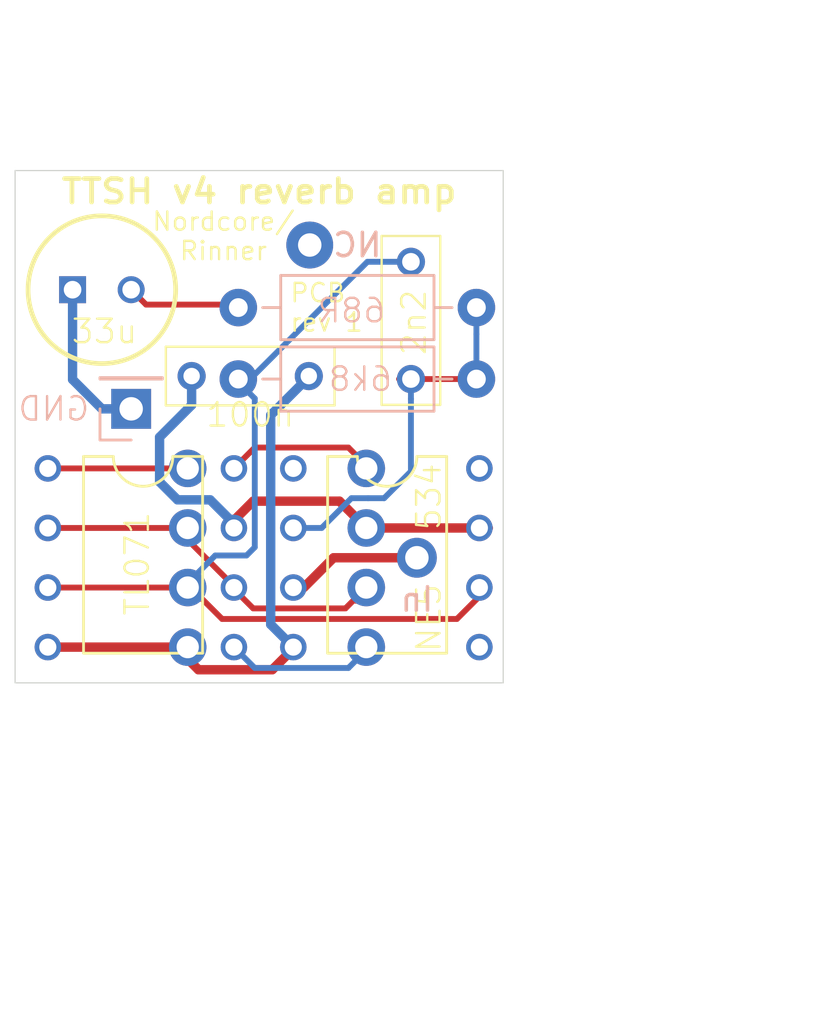
<source format=kicad_pcb>
(kicad_pcb (version 20171130) (host pcbnew "(5.1.5)-3")

  (general
    (thickness 1.6)
    (drawings 19)
    (tracks 62)
    (zones 0)
    (modules 12)
    (nets 16)
  )

  (page A4)
  (layers
    (0 F.Cu signal)
    (31 B.Cu signal)
    (32 B.Adhes user hide)
    (33 F.Adhes user hide)
    (34 B.Paste user hide)
    (35 F.Paste user hide)
    (36 B.SilkS user)
    (37 F.SilkS user)
    (38 B.Mask user)
    (39 F.Mask user)
    (40 Dwgs.User user hide)
    (41 Cmts.User user hide)
    (42 Eco1.User user hide)
    (43 Eco2.User user hide)
    (44 Edge.Cuts user)
    (45 Margin user hide)
    (46 B.CrtYd user hide)
    (47 F.CrtYd user hide)
    (48 B.Fab user)
    (49 F.Fab user)
  )

  (setup
    (last_trace_width 0.25)
    (user_trace_width 0.4)
    (trace_clearance 0.2)
    (zone_clearance 0.508)
    (zone_45_only no)
    (trace_min 0.2)
    (via_size 0.8)
    (via_drill 0.4)
    (via_min_size 0.4)
    (via_min_drill 0.3)
    (uvia_size 0.3)
    (uvia_drill 0.1)
    (uvias_allowed no)
    (uvia_min_size 0.2)
    (uvia_min_drill 0.1)
    (edge_width 0.05)
    (segment_width 0.2)
    (pcb_text_width 0.3)
    (pcb_text_size 1.5 1.5)
    (mod_edge_width 0.12)
    (mod_text_size 1 1)
    (mod_text_width 0.15)
    (pad_size 2 2)
    (pad_drill 1)
    (pad_to_mask_clearance 0.0508)
    (solder_mask_min_width 0.25)
    (aux_axis_origin 0 0)
    (visible_elements 7FFFFFFF)
    (pcbplotparams
      (layerselection 0x010fc_ffffffff)
      (usegerberextensions false)
      (usegerberattributes false)
      (usegerberadvancedattributes false)
      (creategerberjobfile false)
      (excludeedgelayer true)
      (linewidth 0.100000)
      (plotframeref false)
      (viasonmask false)
      (mode 1)
      (useauxorigin false)
      (hpglpennumber 1)
      (hpglpenspeed 20)
      (hpglpendiameter 15.000000)
      (psnegative false)
      (psa4output false)
      (plotreference true)
      (plotvalue true)
      (plotinvisibletext false)
      (padsonsilk false)
      (subtractmaskfromsilk false)
      (outputformat 1)
      (mirror false)
      (drillshape 1)
      (scaleselection 1)
      (outputdirectory ""))
  )

  (net 0 "")
  (net 1 L+)
  (net 2 "Net-(6k8-Pad1)")
  (net 3 GND)
  (net 4 "Net-(C1-Pad1)")
  (net 5 LV-)
  (net 6 LV+)
  (net 7 LCB)
  (net 8 L-)
  (net 9 LComp)
  (net 10 LBal)
  (net 11 "Net-(J4-Pad1)")
  (net 12 "Net-(U1-Pad8)")
  (net 13 "Net-(U1-Pad5)")
  (net 14 "Net-(U1-Pad1)")
  (net 15 "Net-(J1-Pad1)")

  (net_class Default "This is the default net class."
    (clearance 0.2)
    (trace_width 0.25)
    (via_dia 0.8)
    (via_drill 0.4)
    (uvia_dia 0.3)
    (uvia_drill 0.1)
    (add_net GND)
    (add_net L+)
    (add_net L-)
    (add_net LBal)
    (add_net LCB)
    (add_net LComp)
    (add_net LV+)
    (add_net LV-)
    (add_net "Net-(6k8-Pad1)")
    (add_net "Net-(C1-Pad1)")
    (add_net "Net-(J1-Pad1)")
    (add_net "Net-(J4-Pad1)")
    (add_net "Net-(U1-Pad1)")
    (add_net "Net-(U1-Pad5)")
    (add_net "Net-(U1-Pad8)")
  )

  (module Package_DIP:DIP-8_W7.62mm_Socket (layer F.Cu) (tedit 5FFA5FB1) (tstamp 5FFA493F)
    (at 182.753 59.69)
    (descr "8-lead though-hole mounted DIP package, row spacing 7.62 mm (300 mils), Socket")
    (tags "THT DIP DIL PDIP 2.54mm 7.62mm 300mil Socket")
    (path /60044AC3)
    (fp_text reference J2 (at -3.429 -0.127) (layer F.SilkS) hide
      (effects (font (size 1.27 1.27) (thickness 0.254)))
    )
    (fp_text value GND (at -5.715 -2.54) (layer B.SilkS)
      (effects (font (size 1 1) (thickness 0.1)) (justify mirror))
    )
    (fp_text user %R (at 0 0) (layer F.Fab)
      (effects (font (size 1.27 1.27) (thickness 0.254)))
    )
    (fp_line (start 9.15 -1.6) (end -1.55 -1.6) (layer F.CrtYd) (width 0.05))
    (fp_line (start 9.15 9.2) (end 9.15 -1.6) (layer F.CrtYd) (width 0.05))
    (fp_line (start -1.55 9.2) (end 9.15 9.2) (layer F.CrtYd) (width 0.05))
    (fp_line (start -1.55 -1.6) (end -1.55 9.2) (layer F.CrtYd) (width 0.05))
    (fp_line (start 8.89 8.95) (end 8.89 -1.33) (layer F.Fab) (width 0.1))
    (fp_line (start -1.27 8.95) (end 8.89 8.95) (layer F.Fab) (width 0.1))
    (fp_line (start -1.27 -1.33) (end -1.27 8.95) (layer F.Fab) (width 0.1))
    (fp_line (start 0.635 -0.27) (end 1.635 -1.27) (layer F.Fab) (width 0.1))
    (fp_line (start 0.635 8.89) (end 0.635 -0.27) (layer F.Fab) (width 0.1))
    (fp_line (start 6.985 8.89) (end 0.635 8.89) (layer F.Fab) (width 0.1))
    (fp_line (start 6.985 -1.27) (end 6.985 8.89) (layer F.Fab) (width 0.1))
    (fp_line (start 1.635 -1.27) (end 6.985 -1.27) (layer F.Fab) (width 0.1))
    (pad 8 thru_hole oval (at 7.62 0) (size 1.6 1.6) (drill 0.95) (layers *.Cu *.Mask)
      (net 7 LCB))
    (pad 4 thru_hole oval (at 0 7.62) (size 1.6 1.6) (drill 0.95) (layers *.Cu *.Mask)
      (net 5 LV-))
    (pad 7 thru_hole oval (at 7.62 2.54) (size 1.6 1.6) (drill 0.95) (layers *.Cu *.Mask)
      (net 6 LV+))
    (pad 3 thru_hole oval (at 0 5.08) (size 1.6 1.6) (drill 0.95) (layers *.Cu *.Mask)
      (net 1 L+))
    (pad 6 thru_hole oval (at 7.62 5.08) (size 1.6 1.6) (drill 0.95) (layers *.Cu *.Mask)
      (net 8 L-))
    (pad 2 thru_hole oval (at 0 2.54) (size 1.6 1.6) (drill 0.95) (layers *.Cu *.Mask)
      (net 8 L-))
    (pad 5 thru_hole oval (at 7.62 7.62) (size 1.6 1.6) (drill 0.95) (layers *.Cu *.Mask)
      (net 9 LComp))
    (pad 1 thru_hole circle (at 0 0) (size 1.6 1.6) (drill 0.95) (layers *.Cu *.Mask)
      (net 10 LBal))
    (model ${KISYS3DMOD}/Package_DIP.3dshapes/DIP-8_W7.62mm_Socket.wrl
      (at (xyz 0 0 0))
      (scale (xyz 1 1 1))
      (rotate (xyz 0 0 0))
    )
  )

  (module SamacSys_Parts:DIP794W53P254L959H508Q8N (layer F.Cu) (tedit 5FFA5F45) (tstamp 5FFA49BA)
    (at 191.229 63.5)
    (descr "P (R-PDIP-T8)")
    (tags "Integrated Circuit")
    (path /5FF5BB22)
    (fp_text reference U1 (at 0 0) (layer F.SilkS) hide
      (effects (font (size 1.27 1.27) (thickness 0.254)))
    )
    (fp_text value "NE5   534" (at 1.811 0 90) (layer F.SilkS)
      (effects (font (size 1 1) (thickness 0.1)))
    )
    (fp_line (start -3.3 -3.81) (end -2.03 -5.08) (layer F.Fab) (width 0.1))
    (fp_line (start -3.3 5.08) (end -3.3 -5.08) (layer F.Fab) (width 0.1))
    (fp_line (start 3.3 -5.08) (end 3.3 5.08) (layer F.Fab) (width 0.1))
    (fp_line (start -4.945 5.33) (end -4.945 -5.33) (layer F.CrtYd) (width 0.05))
    (fp_line (start 4.945 5.33) (end -4.945 5.33) (layer F.CrtYd) (width 0.05))
    (fp_line (start 4.945 -5.33) (end 4.945 5.33) (layer F.CrtYd) (width 0.05))
    (fp_line (start -4.945 -5.33) (end 4.945 -5.33) (layer F.CrtYd) (width 0.05))
    (fp_text user %R (at 1.938 3.937) (layer F.Fab)
      (effects (font (size 1.27 1.27) (thickness 0.254)))
    )
    (pad 8 thru_hole circle (at 3.97 -3.81) (size 1.13 1.13) (drill 0.73) (layers *.Cu *.Mask)
      (net 12 "Net-(U1-Pad8)"))
    (pad 7 thru_hole circle (at 3.97 -1.27) (size 1.13 1.13) (drill 0.73) (layers *.Cu *.Mask)
      (net 6 LV+))
    (pad 6 thru_hole circle (at 3.97 1.27) (size 1.13 1.13) (drill 0.73) (layers *.Cu *.Mask)
      (net 1 L+))
    (pad 5 thru_hole circle (at 3.97 3.81) (size 1.13 1.13) (drill 0.73) (layers *.Cu *.Mask)
      (net 13 "Net-(U1-Pad5)"))
    (pad 4 thru_hole circle (at -3.97 3.81) (size 1.13 1.13) (drill 0.73) (layers *.Cu *.Mask)
      (net 5 LV-))
    (pad 3 thru_hole circle (at -3.97 1.27) (size 1.13 1.13) (drill 0.73) (layers *.Cu *.Mask)
      (net 11 "Net-(J4-Pad1)"))
    (pad 2 thru_hole circle (at -3.97 -1.27) (size 1.13 1.13) (drill 0.73) (layers *.Cu *.Mask)
      (net 2 "Net-(6k8-Pad1)"))
    (pad 1 thru_hole circle (at -3.97 -3.81) (size 1.13 1.13) (drill 0.73) (layers *.Cu *.Mask)
      (net 14 "Net-(U1-Pad1)"))
    (model "C:\\Users\\julvi\\Google Drive\\KiCad Libraries\\SamacSys_Parts.3dshapes\\NE5534AP.stp"
      (at (xyz 0 0 0))
      (scale (xyz 1 1 1))
      (rotate (xyz 0 0 0))
    )
  )

  (module SamacSys_Parts:DIP794W53P254L959H508Q8N (layer F.Cu) (tedit 5FFA5F17) (tstamp 5FFA49D2)
    (at 180.754 63.5)
    (descr "P (R-PDIP-T8)")
    (tags "Integrated Circuit")
    (path /5FF8A55A)
    (fp_text reference U2 (at 0 0 90) (layer F.SilkS) hide
      (effects (font (size 1.27 1.27) (thickness 0.254)))
    )
    (fp_text value TL071 (at -0.16 0.254 90) (layer F.SilkS)
      (effects (font (size 1 1) (thickness 0.1)))
    )
    (fp_line (start -3.3 -3.81) (end -2.03 -5.08) (layer F.Fab) (width 0.1))
    (fp_line (start -3.3 5.08) (end -3.3 -5.08) (layer F.Fab) (width 0.1))
    (fp_line (start 3.3 -5.08) (end 3.3 5.08) (layer F.Fab) (width 0.1))
    (fp_line (start -3.3 -5.08) (end 3.3 -5.08) (layer F.Fab) (width 0.1))
    (fp_line (start -4.945 5.33) (end -4.945 -5.33) (layer F.CrtYd) (width 0.05))
    (fp_line (start 4.945 5.33) (end -4.945 5.33) (layer F.CrtYd) (width 0.05))
    (fp_line (start 4.945 -5.33) (end 4.945 5.33) (layer F.CrtYd) (width 0.05))
    (fp_line (start -4.945 -5.33) (end 4.945 -5.33) (layer F.CrtYd) (width 0.05))
    (fp_text user %R (at 0 0) (layer F.Fab)
      (effects (font (size 1.27 1.27) (thickness 0.254)))
    )
    (pad 8 thru_hole circle (at 3.97 -3.81) (size 1.13 1.13) (drill 0.73) (layers *.Cu *.Mask)
      (net 7 LCB))
    (pad 7 thru_hole circle (at 3.97 -1.27) (size 1.13 1.13) (drill 0.73) (layers *.Cu *.Mask)
      (net 6 LV+))
    (pad 6 thru_hole circle (at 3.97 1.27) (size 1.13 1.13) (drill 0.73) (layers *.Cu *.Mask)
      (net 8 L-))
    (pad 5 thru_hole circle (at 3.97 3.81) (size 1.13 1.13) (drill 0.73) (layers *.Cu *.Mask)
      (net 9 LComp))
    (pad 4 thru_hole circle (at -3.97 3.81) (size 1.13 1.13) (drill 0.73) (layers *.Cu *.Mask)
      (net 5 LV-))
    (pad 3 thru_hole circle (at -3.97 1.27) (size 1.13 1.13) (drill 0.73) (layers *.Cu *.Mask)
      (net 1 L+))
    (pad 2 thru_hole circle (at -3.97 -1.27) (size 1.13 1.13) (drill 0.73) (layers *.Cu *.Mask)
      (net 8 L-))
    (pad 1 thru_hole circle (at -3.97 -3.81) (size 1.13 1.13) (drill 0.73) (layers *.Cu *.Mask)
      (net 10 LBal))
    (model "C:\\Users\\julvi\\Google Drive\\KiCad Libraries\\SamacSys_Parts.3dshapes\\NE5534AP.stp"
      (at (xyz 0 0 0))
      (scale (xyz 1 1 1))
      (rotate (xyz 0 0 0))
    )
  )

  (module Connector_PinHeader_2.54mm:PinHeader_1x01_P2.54mm_Vertical (layer B.Cu) (tedit 5FFA5C65) (tstamp 5FFA4927)
    (at 187.96 50.165)
    (descr "Through hole straight pin header, 1x01, 2.54mm pitch, single row")
    (tags "Through hole pin header THT 1x01 2.54mm single row")
    (path /5FFC3A75)
    (fp_text reference NC (at 2.032 0) (layer B.SilkS)
      (effects (font (size 1 1) (thickness 0.15)) (justify mirror))
    )
    (fp_text value Conn_01x01 (at 4.385 -2.27) (layer B.Fab)
      (effects (font (size 1 1) (thickness 0.15)) (justify mirror))
    )
    (fp_line (start -0.635 1.27) (end 1.27 1.27) (layer B.Fab) (width 0.1))
    (fp_line (start 1.27 1.27) (end 1.27 -1.27) (layer B.Fab) (width 0.1))
    (fp_line (start 1.27 -1.27) (end -1.27 -1.27) (layer B.Fab) (width 0.1))
    (fp_line (start -1.27 -1.27) (end -1.27 0.635) (layer B.Fab) (width 0.1))
    (fp_line (start -1.27 0.635) (end -0.635 1.27) (layer B.Fab) (width 0.1))
    (fp_line (start -1.8 1.8) (end -1.8 -1.8) (layer B.CrtYd) (width 0.05))
    (fp_line (start -1.8 -1.8) (end 1.8 -1.8) (layer B.CrtYd) (width 0.05))
    (fp_line (start 1.8 -1.8) (end 1.8 1.8) (layer B.CrtYd) (width 0.05))
    (fp_line (start 1.8 1.8) (end -1.8 1.8) (layer B.CrtYd) (width 0.05))
    (fp_text user %R (at 2.77 0 -90) (layer B.Fab)
      (effects (font (size 1 1) (thickness 0.15)) (justify mirror))
    )
    (pad 1 thru_hole circle (at 0 0) (size 2 2) (drill 1) (layers *.Cu *.Mask)
      (net 15 "Net-(J1-Pad1)"))
    (model ${KISYS3DMOD}/Connector_PinHeader_2.54mm.3dshapes/PinHeader_1x01_P2.54mm_Vertical.wrl
      (at (xyz 0 0 0))
      (scale (xyz 1 1 1))
      (rotate (xyz 0 0 0))
    )
  )

  (module Connector_PinHeader_2.54mm:PinHeader_1x01_P2.54mm_Vertical (layer B.Cu) (tedit 5FFA46FA) (tstamp 5FFA498B)
    (at 192.532 63.5)
    (descr "Through hole straight pin header, 1x01, 2.54mm pitch, single row")
    (tags "Through hole pin header THT 1x01 2.54mm single row")
    (path /5FFC4F66)
    (fp_text reference In (at 0 1.778) (layer B.SilkS)
      (effects (font (size 1 1) (thickness 0.15)) (justify mirror))
    )
    (fp_text value Conn_01x01 (at 4.385 -2.27) (layer B.Fab)
      (effects (font (size 1 1) (thickness 0.15)) (justify mirror))
    )
    (fp_text user %R (at 2.77 0 -90) (layer B.Fab)
      (effects (font (size 1 1) (thickness 0.15)) (justify mirror))
    )
    (fp_line (start 1.8 1.8) (end -1.8 1.8) (layer B.CrtYd) (width 0.05))
    (fp_line (start 1.8 -1.8) (end 1.8 1.8) (layer B.CrtYd) (width 0.05))
    (fp_line (start -1.8 -1.8) (end 1.8 -1.8) (layer B.CrtYd) (width 0.05))
    (fp_line (start -1.8 1.8) (end -1.8 -1.8) (layer B.CrtYd) (width 0.05))
    (fp_line (start -1.27 0.635) (end -0.635 1.27) (layer B.Fab) (width 0.1))
    (fp_line (start -1.27 -1.27) (end -1.27 0.635) (layer B.Fab) (width 0.1))
    (fp_line (start 1.27 1.27) (end 1.27 -1.27) (layer B.Fab) (width 0.1))
    (fp_line (start -0.635 1.27) (end 1.27 1.27) (layer B.Fab) (width 0.1))
    (pad 1 thru_hole circle (at 0 0) (size 1.7 1.7) (drill 1) (layers *.Cu *.Mask)
      (net 11 "Net-(J4-Pad1)"))
    (model ${KISYS3DMOD}/Connector_PinHeader_2.54mm.3dshapes/PinHeader_1x01_P2.54mm_Vertical.wrl
      (at (xyz 0 0 0))
      (scale (xyz 1 1 1))
      (rotate (xyz 0 0 0))
    )
  )

  (module Connector_PinHeader_2.54mm:PinHeader_1x01_P2.54mm_Vertical (layer B.Cu) (tedit 59FED5CC) (tstamp 5FFA4965)
    (at 180.34 57.15)
    (descr "Through hole straight pin header, 1x01, 2.54mm pitch, single row")
    (tags "Through hole pin header THT 1x01 2.54mm single row")
    (path /5FFC0990)
    (fp_text reference J3 (at 1.905 0.508) (layer B.SilkS) hide
      (effects (font (size 1 1) (thickness 0.15)) (justify mirror))
    )
    (fp_text value Conn_01x01 (at 4.385 -2.27) (layer B.Fab)
      (effects (font (size 1 1) (thickness 0.15)) (justify mirror))
    )
    (fp_text user %R (at 2.77 0 -90) (layer B.Fab)
      (effects (font (size 1 1) (thickness 0.15)) (justify mirror))
    )
    (fp_line (start 1.8 1.8) (end -1.8 1.8) (layer B.CrtYd) (width 0.05))
    (fp_line (start 1.8 -1.8) (end 1.8 1.8) (layer B.CrtYd) (width 0.05))
    (fp_line (start -1.8 -1.8) (end 1.8 -1.8) (layer B.CrtYd) (width 0.05))
    (fp_line (start -1.8 1.8) (end -1.8 -1.8) (layer B.CrtYd) (width 0.05))
    (fp_line (start -1.33 1.33) (end 0 1.33) (layer B.SilkS) (width 0.12))
    (fp_line (start -1.33 0) (end -1.33 1.33) (layer B.SilkS) (width 0.12))
    (fp_line (start -1.33 -1.27) (end 1.33 -1.27) (layer B.SilkS) (width 0.12))
    (fp_line (start 1.33 -1.27) (end 1.33 -1.33) (layer B.SilkS) (width 0.12))
    (fp_line (start -1.33 -1.27) (end -1.33 -1.33) (layer B.SilkS) (width 0.12))
    (fp_line (start -1.33 -1.33) (end 1.33 -1.33) (layer B.SilkS) (width 0.12))
    (fp_line (start -1.27 0.635) (end -0.635 1.27) (layer B.Fab) (width 0.1))
    (fp_line (start -1.27 -1.27) (end -1.27 0.635) (layer B.Fab) (width 0.1))
    (fp_line (start 1.27 -1.27) (end -1.27 -1.27) (layer B.Fab) (width 0.1))
    (fp_line (start 1.27 1.27) (end 1.27 -1.27) (layer B.Fab) (width 0.1))
    (fp_line (start -0.635 1.27) (end 1.27 1.27) (layer B.Fab) (width 0.1))
    (pad 1 thru_hole rect (at 0 0) (size 1.7 1.7) (drill 1) (layers *.Cu *.Mask)
      (net 3 GND))
    (model ${KISYS3DMOD}/Connector_PinHeader_2.54mm.3dshapes/PinHeader_1x01_P2.54mm_Vertical.wrl
      (at (xyz 0 0 0))
      (scale (xyz 1 1 1))
      (rotate (xyz 0 0 0))
    )
  )

  (module orig:orig_320dpi (layer F.Cu) (tedit 0) (tstamp 5FFA6173)
    (at 192.45 61.55 270)
    (fp_text reference G*** (at 1.569 6.014 90) (layer F.SilkS) hide
      (effects (font (size 1.524 1.524) (thickness 0.3)))
    )
    (fp_text value LOGO (at 2.077 6.141 90) (layer F.SilkS) hide
      (effects (font (size 1.524 1.524) (thickness 0.3)))
    )
    (fp_poly (pts (xy 0.796239 -13.283176) (xy 0.945821 -13.114022) (xy 1.00548 -12.892607) (xy 0.985034 -12.756838)
      (xy 0.842898 -12.518601) (xy 0.631559 -12.402759) (xy 0.391527 -12.418817) (xy 0.172586 -12.56621)
      (xy 0.029434 -12.798384) (xy 0.04344 -13.018276) (xy 0.213162 -13.220538) (xy 0.377031 -13.324828)
      (xy 0.594165 -13.3651) (xy 0.796239 -13.283176)) (layer Eco2.User) (width 0.01))
    (fp_poly (pts (xy 0.887179 -10.725698) (xy 0.908311 -10.697964) (xy 1.021507 -10.430873) (xy 0.977383 -10.181302)
      (xy 0.848165 -10.015087) (xy 0.637906 -9.869347) (xy 0.451659 -9.871807) (xy 0.25488 -10.023112)
      (xy 0.251961 -10.02621) (xy 0.103357 -10.272293) (xy 0.109016 -10.518008) (xy 0.238125 -10.715625)
      (xy 0.460419 -10.850595) (xy 0.692678 -10.853533) (xy 0.887179 -10.725698)) (layer Eco2.User) (width 0.01))
    (fp_poly (pts (xy -1.727013 -13.268433) (xy -1.579548 -13.100233) (xy -1.512085 -12.877654) (xy -1.537084 -12.64795)
      (xy -1.667002 -12.458374) (xy -1.70377 -12.431317) (xy -1.887756 -12.32821) (xy -2.02682 -12.323293)
      (xy -2.191371 -12.421236) (xy -2.251484 -12.467637) (xy -2.407501 -12.649323) (xy -2.460625 -12.821732)
      (xy -2.391796 -13.03602) (xy -2.222495 -13.223142) (xy -2.008507 -13.327888) (xy -1.942023 -13.335)
      (xy -1.727013 -13.268433)) (layer Eco2.User) (width 0.01))
    (fp_poly (pts (xy -1.606675 -10.734047) (xy -1.5875 -10.715625) (xy -1.44961 -10.50096) (xy -1.462806 -10.27175)
      (xy -1.593262 -10.051642) (xy -1.798813 -9.88468) (xy -2.021917 -9.853673) (xy -2.223305 -9.962883)
      (xy -2.240497 -9.981407) (xy -2.397659 -10.236935) (xy -2.400017 -10.478309) (xy -2.297505 -10.663466)
      (xy -2.081194 -10.836006) (xy -1.840303 -10.860312) (xy -1.606675 -10.734047)) (layer Eco2.User) (width 0.01))
    (fp_poly (pts (xy -4.348892 -13.314069) (xy -4.226719 -13.253122) (xy -4.035642 -13.070832) (xy -3.978655 -12.836197)
      (xy -4.060541 -12.588966) (xy -4.135267 -12.493296) (xy -4.297585 -12.360445) (xy -4.441931 -12.303176)
      (xy -4.445 -12.303125) (xy -4.587697 -12.357547) (xy -4.75058 -12.488912) (xy -4.754734 -12.493296)
      (xy -4.894874 -12.734213) (xy -4.894181 -12.978813) (xy -4.757439 -13.187346) (xy -4.663282 -13.253122)
      (xy -4.490167 -13.329997) (xy -4.348892 -13.314069)) (layer Eco2.User) (width 0.01))
    (fp_poly (pts (xy -4.212544 -10.803294) (xy -4.036014 -10.61881) (xy -3.96875 -10.366239) (xy -4.02665 -10.09566)
      (xy -4.175529 -9.919512) (xy -4.378159 -9.852659) (xy -4.597311 -9.909964) (xy -4.756739 -10.051642)
      (xy -4.870311 -10.223193) (xy -4.921066 -10.353571) (xy -4.92125 -10.358438) (xy -4.865668 -10.512996)
      (xy -4.733115 -10.688276) (xy -4.574884 -10.827287) (xy -4.456901 -10.874375) (xy -4.212544 -10.803294)) (layer Eco2.User) (width 0.01))
    (fp_poly (pts (xy -0.74994 -6.815304) (xy -0.645859 -6.631515) (xy -0.635 -6.532563) (xy -0.685934 -6.35792)
      (xy -0.80725 -6.178581) (xy -0.951724 -6.054925) (xy -1.026114 -6.0325) (xy -1.121015 -6.089228)
      (xy -1.252736 -6.227239) (xy -1.264239 -6.241642) (xy -1.387932 -6.41187) (xy -1.416403 -6.527401)
      (xy -1.355349 -6.65608) (xy -1.305187 -6.729214) (xy -1.126932 -6.878041) (xy -0.926074 -6.902109)
      (xy -0.74994 -6.815304)) (layer Eco2.User) (width 0.01))
    (fp_poly (pts (xy 1.652152 -6.860681) (xy 1.784588 -6.733546) (xy 1.8231 -6.558563) (xy 1.76878 -6.345066)
      (xy 1.641005 -6.177059) (xy 1.488324 -6.111875) (xy 1.34277 -6.159506) (xy 1.179574 -6.265813)
      (xy 1.056205 -6.384222) (xy 1.042225 -6.490676) (xy 1.113902 -6.642844) (xy 1.272998 -6.820537)
      (xy 1.467019 -6.891414) (xy 1.652152 -6.860681)) (layer Eco2.User) (width 0.01))
    (fp_poly (pts (xy 0.869894 -5.974881) (xy 0.873125 -5.953125) (xy 0.846043 -5.875814) (xy 0.838121 -5.87375)
      (xy 0.770354 -5.929371) (xy 0.754062 -5.953125) (xy 0.760355 -6.026268) (xy 0.789065 -6.0325)
      (xy 0.869894 -5.974881)) (layer Eco2.User) (width 0.01))
    (fp_poly (pts (xy -5.709095 -6.701843) (xy -5.573834 -6.500411) (xy -5.596007 -6.28891) (xy -5.729968 -6.114968)
      (xy -5.878304 -5.990657) (xy -5.985103 -5.972651) (xy -6.108977 -6.066099) (xy -6.195269 -6.155841)
      (xy -6.317714 -6.303555) (xy -6.337169 -6.417161) (xy -6.266303 -6.571295) (xy -6.265908 -6.571998)
      (xy -6.097614 -6.765142) (xy -5.903621 -6.806627) (xy -5.709095 -6.701843)) (layer Eco2.User) (width 0.01))
    (fp_poly (pts (xy -3.263407 -6.74855) (xy -3.210773 -6.693709) (xy -3.105984 -6.457297) (xy -3.155272 -6.23857)
      (xy -3.220358 -6.157233) (xy -3.423824 -6.043027) (xy -3.636759 -6.083273) (xy -3.775222 -6.196675)
      (xy -3.871906 -6.328248) (xy -3.867363 -6.44788) (xy -3.804715 -6.573706) (xy -3.642095 -6.751442)
      (xy -3.445977 -6.812892) (xy -3.263407 -6.74855)) (layer Eco2.User) (width 0.01))
    (fp_poly (pts (xy 2.2225 -0.436563) (xy 2.182812 -0.396875) (xy 2.143125 -0.436563) (xy 2.182812 -0.47625)
      (xy 2.2225 -0.436563)) (layer Eco2.User) (width 0.01))
    (fp_poly (pts (xy 2.035567 -0.415711) (xy 2.169816 -0.265447) (xy 2.200533 -0.072495) (xy 2.1126 0.116112)
      (xy 2.026855 0.189308) (xy 1.878805 0.283356) (xy 1.788403 0.298018) (xy 1.675306 0.232391)
      (xy 1.607343 0.184592) (xy 1.455378 0.004819) (xy 1.432794 -0.19463) (xy 1.525172 -0.3674)
      (xy 1.718093 -0.467138) (xy 1.812905 -0.47625) (xy 2.035567 -0.415711)) (layer Eco2.User) (width 0.01))
    (fp_poly (pts (xy -2.970851 -0.393819) (xy -2.786553 -0.251105) (xy -2.755352 -0.087881) (xy -2.867697 0.113996)
      (xy -3.031767 0.275942) (xy -3.190665 0.302382) (xy -3.353594 0.231767) (xy -3.469035 0.085164)
      (xy -3.481512 -0.030747) (xy -3.385841 -0.030747) (xy -3.373438 0) (xy -3.302111 0.075722)
      (xy -3.289379 0.079375) (xy -3.255286 0.017963) (xy -3.254375 0) (xy -3.315395 -0.076325)
      (xy -3.338435 -0.079375) (xy -3.385841 -0.030747) (xy -3.481512 -0.030747) (xy -3.490985 -0.118736)
      (xy -3.489727 -0.122284) (xy -3.161643 -0.122284) (xy -3.125035 0.017185) (xy -3.069436 0.079375)
      (xy -3.059862 0.012205) (xy -3.08008 -0.138907) (xy -3.118914 -0.262065) (xy -3.154974 -0.258096)
      (xy -3.155935 -0.255351) (xy -3.161643 -0.122284) (xy -3.489727 -0.122284) (xy -3.422666 -0.311337)
      (xy -3.323829 -0.402186) (xy -3.138912 -0.451115) (xy -2.970851 -0.393819)) (layer Eco2.User) (width 0.01))
    (fp_poly (pts (xy 0.324698 5.402394) (xy 0.377058 5.469945) (xy 0.326879 5.573021) (xy 0.218281 5.690902)
      (xy 0 5.909829) (xy 0 5.662157) (xy 0.044318 5.450168) (xy 0.162608 5.35945)
      (xy 0.324698 5.402394)) (layer Eco2.User) (width 0.01))
    (fp_poly (pts (xy 0.551287 5.855519) (xy 0.545916 5.992089) (xy 0.492629 6.133788) (xy 0.460375 6.175375)
      (xy 0.331624 6.247857) (xy 0.184456 6.268842) (xy 0.088207 6.232923) (xy 0.079375 6.205086)
      (xy 0.133602 6.109077) (xy 0.259023 5.97235) (xy 0.399746 5.84932) (xy 0.499881 5.794405)
      (xy 0.501209 5.794375) (xy 0.551287 5.855519)) (layer Eco2.User) (width 0.01))
    (fp_poly (pts (xy -5.08 2.897187) (xy -5.119688 2.936875) (xy -5.159375 2.897187) (xy -5.119688 2.8575)
      (xy -5.08 2.897187)) (layer Eco2.User) (width 0.01))
    (fp_poly (pts (xy -4.92125 3.532187) (xy -4.960938 3.571875) (xy -5.000625 3.532187) (xy -4.960938 3.4925)
      (xy -4.92125 3.532187)) (layer Eco2.User) (width 0.01))
    (fp_poly (pts (xy -4.649416 4.277061) (xy -4.542128 4.454501) (xy -4.524375 4.579937) (xy -4.554424 4.712245)
      (xy -4.675222 4.759415) (xy -4.757816 4.7625) (xy -4.939581 4.740159) (xy -5.036196 4.689785)
      (xy -5.046584 4.557666) (xy -4.989139 4.386474) (xy -4.89571 4.247363) (xy -4.820028 4.206875)
      (xy -4.649416 4.277061)) (layer Eco2.User) (width 0.01))
    (fp_poly (pts (xy -4.782344 5.332696) (xy -4.602859 5.398466) (xy -4.538699 5.536406) (xy -4.544743 5.679908)
      (xy -4.630231 5.701) (xy -4.808609 5.602272) (xy -4.824214 5.591436) (xy -4.972252 5.453879)
      (xy -4.978819 5.360393) (xy -4.846686 5.32811) (xy -4.782344 5.332696)) (layer Eco2.User) (width 0.01))
    (fp_poly (pts (xy -5.246817 5.453417) (xy -5.1114 5.578142) (xy -4.985292 5.718208) (xy -4.922068 5.818778)
      (xy -4.92125 5.825406) (xy -4.986458 5.863423) (xy -5.131243 5.871982) (xy -5.279346 5.851906)
      (xy -5.344584 5.820833) (xy -5.386618 5.712838) (xy -5.39534 5.557481) (xy -5.371936 5.430448)
      (xy -5.337969 5.398871) (xy -5.246817 5.453417)) (layer Eco2.User) (width 0.01))
    (fp_poly (pts (xy -5.3975 7.897812) (xy -5.437188 7.9375) (xy -5.476875 7.897812) (xy -5.437188 7.858125)
      (xy -5.3975 7.897812)) (layer Eco2.User) (width 0.01))
    (fp_poly (pts (xy -4.624475 7.813705) (xy -4.49112 8.012719) (xy -4.475334 8.065571) (xy -4.486014 8.27807)
      (xy -4.603168 8.439065) (xy -4.781389 8.523415) (xy -4.975266 8.505979) (xy -5.102216 8.412646)
      (xy -5.224913 8.182217) (xy -5.195563 7.970062) (xy -5.045636 7.814625) (xy -4.82096 7.742549)
      (xy -4.624475 7.813705)) (layer Eco2.User) (width 0.01))
    (fp_poly (pts (xy 0.880734 14.411265) (xy 0.894689 14.499942) (xy 0.785883 14.653061) (xy 0.613399 14.807895)
      (xy 0.512392 14.82507) (xy 0.476503 14.705286) (xy 0.47625 14.687167) (xy 0.537139 14.538187)
      (xy 0.677013 14.425699) (xy 0.831674 14.393492) (xy 0.880734 14.411265)) (layer Eco2.User) (width 0.01))
    (fp_poly (pts (xy 1.02147 14.908991) (xy 1.031875 14.986) (xy 0.978127 15.166678) (xy 0.850112 15.287178)
      (xy 0.697667 15.314624) (xy 0.607815 15.265732) (xy 0.620359 15.182611) (xy 0.710393 15.050176)
      (xy 0.833494 14.920791) (xy 0.945239 14.846822) (xy 0.966336 14.843125) (xy 1.02147 14.908991)) (layer Eco2.User) (width 0.01))
    (fp_poly (pts (xy 3.413125 14.485937) (xy 3.373437 14.525625) (xy 3.33375 14.485937) (xy 3.373437 14.44625)
      (xy 3.413125 14.485937)) (layer Eco2.User) (width 0.01))
    (fp_poly (pts (xy 3.179388 14.508191) (xy 3.325587 14.655856) (xy 3.445749 14.832005) (xy 3.4925 14.973564)
      (xy 3.468347 15.041275) (xy 3.369633 15.005222) (xy 3.33375 14.983454) (xy 3.170688 14.924232)
      (xy 3.018612 14.981978) (xy 2.887032 15.036102) (xy 2.803061 14.967075) (xy 2.784262 14.933968)
      (xy 2.767012 14.763017) (xy 2.844779 14.583655) (xy 2.980195 14.463284) (xy 3.054677 14.44625)
      (xy 3.179388 14.508191)) (layer Eco2.User) (width 0.01))
    (fp_poly (pts (xy -1.659416 14.437599) (xy -1.546211 14.556617) (xy -1.436585 14.789548) (xy -1.46554 14.945494)
      (xy -1.63456 15.02711) (xy -1.816961 15.041562) (xy -2.071623 15.016211) (xy -2.199162 14.944616)
      (xy -2.204858 14.933055) (xy -2.211419 14.781445) (xy -2.173565 14.615555) (xy -2.043679 14.433556)
      (xy -1.855694 14.372677) (xy -1.659416 14.437599)) (layer Eco2.User) (width 0.01))
    (fp_poly (pts (xy -18.743727 -16.368098) (xy -18.617939 -16.254214) (xy -18.504973 -15.983008) (xy -18.544216 -15.726073)
      (xy -18.668093 -15.560593) (xy -18.908046 -15.419433) (xy -19.144277 -15.434128) (xy -19.358188 -15.603411)
      (xy -19.361739 -15.607892) (xy -19.501551 -15.848932) (xy -19.501347 -16.066627) (xy -19.402687 -16.254214)
      (xy -19.216676 -16.397523) (xy -18.975744 -16.435484) (xy -18.743727 -16.368098)) (layer Eco2.User) (width 0.01))
    (fp_poly (pts (xy 7.276041 -11.879792) (xy 7.265145 -11.832604) (xy 7.223125 -11.826875) (xy 7.15779 -11.855918)
      (xy 7.170208 -11.879792) (xy 7.264407 -11.889292) (xy 7.276041 -11.879792)) (layer Eco2.User) (width 0.01))
    (fp_poly (pts (xy 7.9375 -11.089442) (xy 7.873027 -10.883311) (xy 7.71093 -10.756046) (xy 7.49819 -10.721009)
      (xy 7.281787 -10.79156) (xy 7.182997 -10.874862) (xy 7.100069 -11.009102) (xy 7.101592 -11.097778)
      (xy 7.17393 -11.099778) (xy 7.240322 -11.047678) (xy 7.418918 -10.959456) (xy 7.626838 -11.025326)
      (xy 7.75379 -11.126337) (xy 7.9375 -11.298923) (xy 7.9375 -11.089442)) (layer Eco2.User) (width 0.01))
    (fp_poly (pts (xy 12.22375 -14.962188) (xy 12.184062 -14.9225) (xy 12.144375 -14.962188) (xy 12.184062 -15.001875)
      (xy 12.22375 -14.962188)) (layer Eco2.User) (width 0.01))
    (fp_poly (pts (xy 13.414375 -14.882813) (xy 13.490097 -14.811486) (xy 13.49375 -14.798754) (xy 13.432338 -14.764661)
      (xy 13.414375 -14.76375) (xy 13.33805 -14.82477) (xy 13.335 -14.84781) (xy 13.383628 -14.895216)
      (xy 13.414375 -14.882813)) (layer Eco2.User) (width 0.01))
    (fp_poly (pts (xy 14.413901 -14.876416) (xy 14.44625 -14.803438) (xy 14.381408 -14.703404) (xy 14.307343 -14.685591)
      (xy 14.218386 -14.700507) (xy 14.278538 -14.756522) (xy 14.279177 -14.756927) (xy 14.338542 -14.819088)
      (xy 14.251512 -14.862418) (xy 14.239489 -14.865567) (xy 14.14957 -14.895391) (xy 14.208907 -14.90969)
      (xy 14.267656 -14.913293) (xy 14.413901 -14.876416)) (layer Eco2.User) (width 0.01))
    (fp_poly (pts (xy 11.983318 -14.623973) (xy 11.985625 -14.605) (xy 11.925222 -14.527932) (xy 11.90625 -14.525625)
      (xy 11.829181 -14.586028) (xy 11.826875 -14.605) (xy 11.887277 -14.682069) (xy 11.90625 -14.684375)
      (xy 11.983318 -14.623973)) (layer Eco2.User) (width 0.01))
    (fp_poly (pts (xy 11.000238 -14.853042) (xy 11.231562 -14.790337) (xy 10.977535 -14.657981) (xy 10.774028 -14.558209)
      (xy 10.673209 -14.5384) (xy 10.639325 -14.600826) (xy 10.63625 -14.679691) (xy 10.671768 -14.83668)
      (xy 10.794974 -14.887649) (xy 11.000238 -14.853042)) (layer Eco2.User) (width 0.01))
    (fp_poly (pts (xy 19.263222 -13.839353) (xy 19.248437 -13.81125) (xy 19.173649 -13.735447) (xy 19.159693 -13.731875)
      (xy 19.154277 -13.783148) (xy 19.169062 -13.81125) (xy 19.24385 -13.887054) (xy 19.257806 -13.890625)
      (xy 19.263222 -13.839353)) (layer Eco2.User) (width 0.01))
    (fp_poly (pts (xy 12.214384 -14.2875) (xy 12.236389 -14.040372) (xy 12.273289 -13.832932) (xy 12.273778 -13.831094)
      (xy 12.289229 -13.717963) (xy 12.2294 -13.666463) (xy 12.057128 -13.652795) (xy 11.994882 -13.6525)
      (xy 11.792596 -13.663374) (xy 11.677898 -13.690623) (xy 11.668125 -13.702823) (xy 11.692845 -13.843954)
      (xy 11.752574 -14.037591) (xy 11.825664 -14.225137) (xy 11.890467 -14.347999) (xy 11.913465 -14.366875)
      (xy 11.983502 -14.301421) (xy 12.036514 -14.188282) (xy 12.079798 -14.086633) (xy 12.111256 -14.110857)
      (xy 12.148327 -14.276137) (xy 12.150476 -14.2875) (xy 12.202851 -14.565313) (xy 12.214384 -14.2875)) (layer Eco2.User) (width 0.01))
    (fp_poly (pts (xy 8.175625 -13.692188) (xy 8.135937 -13.6525) (xy 8.09625 -13.692188) (xy 8.135937 -13.731875)
      (xy 8.175625 -13.692188)) (layer Eco2.User) (width 0.01))
    (fp_poly (pts (xy 15.517812 -13.814413) (xy 15.61469 -13.763913) (xy 15.586135 -13.718793) (xy 15.453113 -13.661242)
      (xy 15.195059 -13.578772) (xy 15.064871 -13.586542) (xy 15.059398 -13.685151) (xy 15.08125 -13.731875)
      (xy 15.18766 -13.857304) (xy 15.340759 -13.872257) (xy 15.517812 -13.814413)) (layer Eco2.User) (width 0.01))
    (fp_poly (pts (xy 18.694751 -13.764577) (xy 18.759134 -13.753798) (xy 18.90234 -13.7089) (xy 18.909556 -13.639471)
      (xy 18.883291 -13.603223) (xy 18.71225 -13.503485) (xy 18.518525 -13.52855) (xy 18.422693 -13.603543)
      (xy 18.387371 -13.711569) (xy 18.484809 -13.768263) (xy 18.694751 -13.764577)) (layer Eco2.User) (width 0.01))
    (fp_poly (pts (xy 14.76375 -13.533438) (xy 14.724062 -13.49375) (xy 14.684375 -13.533438) (xy 14.724062 -13.573125)
      (xy 14.76375 -13.533438)) (layer Eco2.User) (width 0.01))
    (fp_poly (pts (xy 13.480806 -14.332579) (xy 13.527054 -14.209787) (xy 13.55349 -13.96697) (xy 13.557849 -13.890408)
      (xy 13.582262 -13.414375) (xy 13.33031 -13.414375) (xy 13.160025 -13.428129) (xy 13.109485 -13.491777)
      (xy 13.127347 -13.592969) (xy 13.173857 -13.793517) (xy 13.221846 -14.044035) (xy 13.226124 -14.069219)
      (xy 13.29457 -14.292144) (xy 13.402318 -14.366639) (xy 13.404676 -14.366658) (xy 13.480806 -14.332579)) (layer Eco2.User) (width 0.01))
    (fp_poly (pts (xy 8.642125 -14.151) (xy 8.753553 -14.06222) (xy 8.830468 -14.026233) (xy 8.947559 -13.919867)
      (xy 8.958858 -13.760865) (xy 8.883924 -13.594003) (xy 8.742314 -13.464059) (xy 8.563749 -13.415591)
      (xy 8.365978 -13.44535) (xy 8.261976 -13.487759) (xy 8.210063 -13.545518) (xy 8.300954 -13.580314)
      (xy 8.335134 -13.585762) (xy 8.493806 -13.647902) (xy 8.55583 -13.720361) (xy 8.542857 -13.791739)
      (xy 8.423141 -13.774544) (xy 8.29322 -13.762088) (xy 8.255312 -13.862614) (xy 8.255 -13.882484)
      (xy 8.306488 -14.019437) (xy 8.425062 -14.133018) (xy 8.556879 -14.185882) (xy 8.642125 -14.151)) (layer Eco2.User) (width 0.01))
    (fp_poly (pts (xy 14.351339 -14.349643) (xy 14.440092 -14.174978) (xy 14.498835 -13.930313) (xy 14.539032 -13.68121)
      (xy 14.539979 -13.550184) (xy 14.496475 -13.500253) (xy 14.437417 -13.49375) (xy 14.291137 -13.453966)
      (xy 14.247812 -13.414375) (xy 14.133167 -13.338167) (xy 14.016399 -13.404092) (xy 14.010131 -13.413657)
      (xy 14.000245 -13.529078) (xy 14.025897 -13.743929) (xy 14.063183 -13.929594) (xy 14.15583 -14.226939)
      (xy 14.254234 -14.366959) (xy 14.351339 -14.349643)) (layer Eco2.User) (width 0.01))
    (fp_poly (pts (xy 14.2875 -13.215938) (xy 14.363222 -13.144611) (xy 14.366875 -13.131879) (xy 14.305463 -13.097786)
      (xy 14.2875 -13.096875) (xy 14.211175 -13.157895) (xy 14.208125 -13.180935) (xy 14.256753 -13.228341)
      (xy 14.2875 -13.215938)) (layer Eco2.User) (width 0.01))
    (fp_poly (pts (xy 10.582686 -14.095622) (xy 10.68692 -14.009688) (xy 10.789544 -13.912229) (xy 10.937396 -13.898396)
      (xy 11.0491 -13.97255) (xy 11.057089 -13.989844) (xy 11.117752 -14.025876) (xy 11.215415 -13.931188)
      (xy 11.29427 -13.790152) (xy 11.299214 -13.712907) (xy 11.326736 -13.6597) (xy 11.376289 -13.6525)
      (xy 11.391152 -13.603991) (xy 11.30257 -13.474702) (xy 11.176074 -13.337877) (xy 11.012675 -13.152768)
      (xy 10.919805 -13.003856) (xy 10.912284 -12.941002) (xy 10.891044 -12.875163) (xy 10.805396 -12.85875)
      (xy 10.712275 -12.882525) (xy 10.65381 -12.977614) (xy 10.613755 -13.179664) (xy 10.597389 -13.315157)
      (xy 10.567296 -13.584453) (xy 10.542651 -13.798222) (xy 10.532146 -13.884079) (xy 10.451791 -13.977609)
      (xy 10.338632 -14.009718) (xy 10.152022 -14.043267) (xy 10.118115 -14.08918) (xy 10.235083 -14.123465)
      (xy 10.347699 -14.12875) (xy 10.582686 -14.095622)) (layer Eco2.User) (width 0.01))
    (fp_poly (pts (xy 18.289989 -12.211213) (xy 18.306334 -12.200125) (xy 18.303946 -12.111367) (xy 18.230172 -11.994058)
      (xy 18.13614 -11.920602) (xy 18.107624 -11.918721) (xy 18.005461 -11.935217) (xy 17.803024 -11.962866)
      (xy 17.682985 -11.978252) (xy 17.44777 -12.022896) (xy 17.359279 -12.081872) (xy 17.367234 -12.119782)
      (xy 17.472579 -12.172845) (xy 17.677019 -12.213609) (xy 17.921062 -12.236985) (xy 18.145216 -12.237883)
      (xy 18.289989 -12.211213)) (layer Eco2.User) (width 0.01))
    (fp_poly (pts (xy 17.695712 -11.551542) (xy 17.700625 -11.506884) (xy 17.754385 -11.337703) (xy 17.864686 -11.186564)
      (xy 17.971549 -11.048274) (xy 17.957831 -10.940642) (xy 17.934342 -10.908752) (xy 17.759957 -10.807917)
      (xy 17.544285 -10.820458) (xy 17.355739 -10.940157) (xy 17.253948 -11.096415) (xy 17.226899 -11.198126)
      (xy 17.27317 -11.356947) (xy 17.380148 -11.49579) (xy 17.510871 -11.590563) (xy 17.62838 -11.617177)
      (xy 17.695712 -11.551542)) (layer Eco2.User) (width 0.01))
    (fp_poly (pts (xy -11.384765 -9.305255) (xy -11.234402 -9.163271) (xy -11.129704 -9.001799) (xy -11.1125 -8.929688)
      (xy -11.172274 -8.777151) (xy -11.311795 -8.616155) (xy -11.471368 -8.508129) (xy -11.536761 -8.493125)
      (xy -11.669052 -8.547455) (xy -11.774886 -8.638282) (xy -11.879148 -8.816459) (xy -11.90625 -8.94348)
      (xy -11.84688 -9.119722) (xy -11.707436 -9.281392) (xy -11.545921 -9.364512) (xy -11.522969 -9.36625)
      (xy -11.384765 -9.305255)) (layer Eco2.User) (width 0.01))
    (fp_poly (pts (xy -13.97912 -9.158494) (xy -13.861427 -9.039638) (xy -13.78484 -8.833468) (xy -13.850585 -8.61498)
      (xy -13.95468 -8.473282) (xy -14.073006 -8.360093) (xy -14.175046 -8.358825) (xy -14.312245 -8.475263)
      (xy -14.353039 -8.518085) (xy -14.500491 -8.735103) (xy -14.497427 -8.924646) (xy -14.380469 -9.076136)
      (xy -14.169733 -9.19542) (xy -13.97912 -9.158494)) (layer Eco2.User) (width 0.01))
    (fp_poly (pts (xy 8.8402 -8.690267) (xy 8.844642 -8.685893) (xy 8.958055 -8.499876) (xy 8.918248 -8.309316)
      (xy 8.810625 -8.175625) (xy 8.61999 -8.039482) (xy 8.442351 -8.048502) (xy 8.329456 -8.118619)
      (xy 8.172321 -8.31563) (xy 8.168599 -8.532068) (xy 8.225801 -8.642763) (xy 8.40694 -8.78038)
      (xy 8.632954 -8.797693) (xy 8.8402 -8.690267)) (layer Eco2.User) (width 0.01))
    (fp_poly (pts (xy 13.812183 -8.294044) (xy 13.8149 -8.292432) (xy 13.888392 -8.190302) (xy 13.890625 -8.170941)
      (xy 13.82445 -8.118495) (xy 13.672385 -8.09813) (xy 13.504123 -8.110363) (xy 13.389354 -8.155709)
      (xy 13.37992 -8.167158) (xy 13.409837 -8.231231) (xy 13.53441 -8.285992) (xy 13.689804 -8.313058)
      (xy 13.812183 -8.294044)) (layer Eco2.User) (width 0.01))
    (fp_poly (pts (xy 15.010508 -8.2109) (xy 15.065923 -8.019663) (xy 15.050341 -7.904531) (xy 14.971536 -7.748758)
      (xy 14.809768 -7.70004) (xy 14.775466 -7.699375) (xy 14.594239 -7.716487) (xy 14.499166 -7.752292)
      (xy 14.436845 -7.911388) (xy 14.480031 -8.099942) (xy 14.609166 -8.249638) (xy 14.647619 -8.270779)
      (xy 14.860485 -8.304235) (xy 15.010508 -8.2109)) (layer Eco2.User) (width 0.01))
    (fp_poly (pts (xy 13.79647 -7.840507) (xy 13.888237 -7.797187) (xy 13.890625 -7.788008) (xy 13.822434 -7.712104)
      (xy 13.660319 -7.671513) (xy 13.473906 -7.681242) (xy 13.346006 -7.73678) (xy 13.354375 -7.800378)
      (xy 13.479876 -7.847669) (xy 13.612812 -7.858125) (xy 13.79647 -7.840507)) (layer Eco2.User) (width 0.01))
    (fp_poly (pts (xy 12.635933 -8.22006) (xy 12.694484 -7.991885) (xy 12.7 -7.849633) (xy 12.7 -7.46125)
      (xy 12.144375 -7.46125) (xy 12.144375 -7.852777) (xy 12.157291 -8.102043) (xy 12.205339 -8.235402)
      (xy 12.291942 -8.291139) (xy 12.505156 -8.316128) (xy 12.635933 -8.22006)) (layer Eco2.User) (width 0.01))
    (fp_poly (pts (xy 16.612802 -9.05029) (xy 16.633125 -8.644028) (xy 16.627857 -8.260587) (xy 16.600116 -7.930645)
      (xy 16.553023 -7.684882) (xy 16.489697 -7.553976) (xy 16.459288 -7.540625) (xy 16.360936 -7.587244)
      (xy 16.35125 -7.62) (xy 16.284964 -7.685084) (xy 16.196849 -7.699375) (xy 16.098875 -7.727021)
      (xy 16.045659 -7.835564) (xy 16.018702 -8.063414) (xy 16.018255 -8.070202) (xy 15.978586 -8.339778)
      (xy 15.916932 -8.469821) (xy 15.853097 -8.457425) (xy 15.806884 -8.299684) (xy 15.795625 -8.102865)
      (xy 15.787544 -7.862405) (xy 15.753131 -7.741534) (xy 15.677131 -7.701479) (xy 15.636875 -7.699375)
      (xy 15.507835 -7.669976) (xy 15.478125 -7.629258) (xy 15.41251 -7.553655) (xy 15.332059 -7.520944)
      (xy 15.246352 -7.51511) (xy 15.210314 -7.580841) (xy 15.212893 -7.753367) (xy 15.223056 -7.868463)
      (xy 15.223991 -8.186386) (xy 15.14226 -8.381794) (xy 14.962405 -8.475994) (xy 14.769905 -8.493125)
      (xy 14.504399 -8.459163) (xy 14.353403 -8.339717) (xy 14.292293 -8.108453) (xy 14.2875 -7.977188)
      (xy 14.309466 -7.747921) (xy 14.364078 -7.581492) (xy 14.382749 -7.556501) (xy 14.433468 -7.479001)
      (xy 14.362906 -7.462466) (xy 14.19096 -7.506119) (xy 14.102975 -7.648631) (xy 14.084797 -7.914262)
      (xy 14.085745 -7.9375) (xy 14.088394 -8.177034) (xy 14.075719 -8.355783) (xy 14.067224 -8.393907)
      (xy 13.967904 -8.465851) (xy 13.775649 -8.494286) (xy 13.54952 -8.481515) (xy 13.348577 -8.429841)
      (xy 13.2455 -8.361863) (xy 13.152381 -8.147459) (xy 13.140641 -7.881602) (xy 13.210547 -7.646955)
      (xy 13.24305 -7.600157) (xy 13.310753 -7.499896) (xy 13.257137 -7.464855) (xy 13.148864 -7.46125)
      (xy 13.023421 -7.472748) (xy 12.961184 -7.534566) (xy 12.94014 -7.68769) (xy 12.938125 -7.853625)
      (xy 12.889757 -8.184674) (xy 12.741542 -8.394028) (xy 12.488807 -8.487046) (xy 12.380713 -8.493125)
      (xy 12.173519 -8.455647) (xy 12.049554 -8.327225) (xy 11.993317 -8.083879) (xy 11.985625 -7.881938)
      (xy 11.980335 -7.637846) (xy 11.951389 -7.512812) (xy 11.879174 -7.467198) (xy 11.777468 -7.46125)
      (xy 11.637622 -7.474381) (xy 11.631887 -7.531501) (xy 11.669716 -7.582231) (xy 11.737997 -7.70717)
      (xy 11.675636 -7.750374) (xy 11.490779 -7.707175) (xy 11.467007 -7.698357) (xy 11.244497 -7.648769)
      (xy 11.086064 -7.678424) (xy 11.033125 -7.767002) (xy 11.099467 -7.842224) (xy 11.199861 -7.883213)
      (xy 11.306961 -7.956939) (xy 11.289161 -8.047541) (xy 11.160974 -8.095965) (xy 11.147503 -8.09625)
      (xy 11.044868 -8.137436) (xy 11.033125 -8.169805) (xy 11.100226 -8.250449) (xy 11.264751 -8.279205)
      (xy 11.471534 -8.247976) (xy 11.500539 -8.238419) (xy 11.677945 -8.203397) (xy 11.742618 -8.246169)
      (xy 11.675695 -8.346494) (xy 11.632985 -8.380553) (xy 11.372832 -8.482007) (xy 11.080554 -8.46441)
      (xy 10.955996 -8.414953) (xy 10.855278 -8.31) (xy 10.823801 -8.115004) (xy 10.826169 -8.020832)
      (xy 10.849427 -7.806303) (xy 10.887038 -7.665886) (xy 10.898079 -7.649213) (xy 10.952065 -7.537249)
      (xy 10.86237 -7.47172) (xy 10.755312 -7.46125) (xy 10.62942 -7.478353) (xy 10.569063 -7.558632)
      (xy 10.547152 -7.745543) (xy 10.545033 -7.798594) (xy 10.532188 -8.461225) (xy 10.537387 -8.897881)
      (xy 12.85875 -8.897881) (xy 12.910114 -8.788971) (xy 13.048541 -8.797692) (xy 13.15007 -8.851864)
      (xy 13.282439 -8.928235) (xy 13.329587 -8.905119) (xy 13.335 -8.825684) (xy 13.360602 -8.674021)
      (xy 13.387916 -8.625417) (xy 13.492319 -8.572261) (xy 13.549696 -8.669356) (xy 13.560403 -8.917442)
      (xy 13.557429 -8.977725) (xy 13.533437 -9.38295) (xy 13.196093 -9.407764) (xy 12.974483 -9.404983)
      (xy 12.866994 -9.365867) (xy 12.88939 -9.304591) (xy 13.0175 -9.247188) (xy 13.145711 -9.178195)
      (xy 13.17625 -9.128125) (xy 13.110832 -9.051897) (xy 13.0175 -9.009063) (xy 12.889391 -8.943404)
      (xy 12.85875 -8.897881) (xy 10.537387 -8.897881) (xy 10.539558 -9.080125) (xy 10.543363 -9.187657)
      (xy 10.556875 -9.525) (xy 12.17557 -9.525) (xy 12.733263 -9.52343) (xy 13.151859 -9.517782)
      (xy 13.450989 -9.506653) (xy 13.650285 -9.488637) (xy 13.769377 -9.462332) (xy 13.827896 -9.426332)
      (xy 13.839954 -9.405938) (xy 13.946032 -9.300347) (xy 14.007196 -9.286875) (xy 14.091662 -9.236587)
      (xy 14.126409 -9.067884) (xy 14.12875 -8.97406) (xy 14.157668 -8.717307) (xy 14.25042 -8.601684)
      (xy 14.416004 -8.619347) (xy 14.493506 -8.655926) (xy 14.634825 -8.767193) (xy 14.685373 -8.875478)
      (xy 14.675187 -8.89) (xy 15.71625 -8.89) (xy 15.743331 -8.812689) (xy 15.751253 -8.810625)
      (xy 15.81902 -8.866246) (xy 15.835312 -8.89) (xy 15.829019 -8.963143) (xy 15.800309 -8.969375)
      (xy 15.71948 -8.911756) (xy 15.71625 -8.89) (xy 14.675187 -8.89) (xy 14.640328 -8.939693)
      (xy 14.525625 -8.929688) (xy 14.40811 -8.919977) (xy 14.368747 -9.020535) (xy 14.366875 -9.083089)
      (xy 14.40613 -9.244844) (xy 14.481993 -9.286875) (xy 14.62076 -9.34801) (xy 14.660587 -9.396175)
      (xy 14.743029 -9.449813) (xy 14.931436 -9.49018) (xy 15.243975 -9.519923) (xy 15.646474 -9.539797)
      (xy 16.568886 -9.57412) (xy 16.612802 -9.05029)) (layer Eco2.User) (width 0.01))
    (fp_poly (pts (xy -18.499821 -8.548542) (xy -18.369342 -8.487095) (xy -18.356514 -8.473282) (xy -18.286575 -8.32727)
      (xy -18.23183 -8.126663) (xy -18.246891 -7.882978) (xy -18.365547 -7.690636) (xy -18.548953 -7.56904)
      (xy -18.758262 -7.537596) (xy -18.95463 -7.615705) (xy -19.047523 -7.719219) (xy -19.128356 -7.89685)
      (xy -19.143757 -8.016875) (xy -19.087589 -8.300592) (xy -19.029468 -8.43985) (xy -18.968298 -8.452)
      (xy -18.896844 -8.460537) (xy -18.89125 -8.488441) (xy -18.826012 -8.551065) (xy -18.67379 -8.570482)
      (xy -18.499821 -8.548542)) (layer Eco2.User) (width 0.01))
    (fp_poly (pts (xy -18.613277 -6.099257) (xy -18.343194 -5.962463) (xy -18.200692 -5.731387) (xy -18.176875 -5.54558)
      (xy -18.243367 -5.315828) (xy -18.411522 -5.158973) (xy -18.634364 -5.092169) (xy -18.864915 -5.132569)
      (xy -19.01201 -5.240626) (xy -19.105072 -5.382246) (xy -19.072622 -5.485743) (xy -19.065889 -5.492737)
      (xy -19.017977 -5.612518) (xy -19.059576 -5.686851) (xy -19.093012 -5.806252) (xy -19.00286 -5.969821)
      (xy -18.997903 -5.976164) (xy -18.861572 -6.104634) (xy -18.702655 -6.11944) (xy -18.613277 -6.099257)) (layer Eco2.User) (width 0.01))
    (fp_poly (pts (xy 0.837358 -14.043816) (xy 1.026361 -14.014256) (xy 1.167441 -13.941376) (xy 1.315977 -13.805854)
      (xy 1.353648 -13.767269) (xy 1.627187 -13.485163) (xy 1.680803 -9.903145) (xy 1.379917 -9.59501)
      (xy 1.214927 -9.434103) (xy 1.077999 -9.341988) (xy 0.915355 -9.299497) (xy 0.673215 -9.287462)
      (xy 0.515399 -9.286875) (xy 0.214187 -9.291913) (xy 0.01999 -9.318055) (xy -0.118863 -9.381851)
      (xy -0.254043 -9.499847) (xy -0.30193 -9.548623) (xy -0.555625 -9.810371) (xy -0.555408 -10.385347)
      (xy -0.3175 -10.385347) (xy -0.301765 -10.133333) (xy -0.243256 -9.989409) (xy -0.154951 -9.919842)
      (xy -0.002178 -9.779757) (xy 0.084489 -9.63061) (xy 0.155311 -9.495531) (xy 0.235576 -9.494253)
      (xy 0.278401 -9.525489) (xy 0.438235 -9.583402) (xy 0.654116 -9.583733) (xy 0.921548 -9.615189)
      (xy 1.142114 -9.776632) (xy 1.29249 -10.041052) (xy 1.349351 -10.381442) (xy 1.349375 -10.388799)
      (xy 1.325565 -10.653385) (xy 1.230369 -10.853875) (xy 1.095679 -11.009503) (xy 0.798416 -11.224809)
      (xy 0.484669 -11.284344) (xy 0.169076 -11.188006) (xy -0.055753 -11.017555) (xy -0.223732 -10.828311)
      (xy -0.299818 -10.642986) (xy -0.3175 -10.385347) (xy -0.555408 -10.385347) (xy -0.554463 -12.888425)
      (xy -0.3175 -12.888425) (xy -0.29461 -12.626046) (xy -0.202603 -12.426912) (xy -0.059532 -12.259781)
      (xy 0.142117 -12.082347) (xy 0.339464 -12.00407) (xy 0.5369 -11.98877) (xy 0.783911 -12.009591)
      (xy 0.965226 -12.102377) (xy 1.110042 -12.243594) (xy 1.272932 -12.466225) (xy 1.339267 -12.704708)
      (xy 1.347048 -12.863024) (xy 1.328931 -13.11727) (xy 1.247196 -13.297278) (xy 1.091406 -13.462552)
      (xy 0.882149 -13.613344) (xy 0.644679 -13.682053) (xy 0.329626 -13.679029) (xy 0.157938 -13.658242)
      (xy 0.078858 -13.605621) (xy -0.065004 -13.482926) (xy -0.10003 -13.450851) (xy -0.246129 -13.277914)
      (xy -0.308292 -13.07563) (xy -0.3175 -12.888425) (xy -0.554463 -12.888425) (xy -0.554249 -13.454063)
      (xy -0.272126 -13.751719) (xy -0.112025 -13.910817) (xy 0.024598 -13.999941) (xy 0.193261 -14.039314)
      (xy 0.449482 -14.049157) (xy 0.545053 -14.049375) (xy 0.837358 -14.043816)) (layer Eco2.User) (width 0.01))
    (fp_poly (pts (xy -1.619521 -14.043428) (xy -1.430798 -14.013146) (xy -1.290554 -13.939867) (xy -1.143704 -13.80493)
      (xy -1.120778 -13.781393) (xy -0.861039 -13.51341) (xy -0.818485 -11.710269) (xy -0.775932 -9.907129)
      (xy -1.078763 -9.597002) (xy -1.242832 -9.436514) (xy -1.378398 -9.343884) (xy -1.538226 -9.300474)
      (xy -1.775082 -9.287647) (xy -1.956774 -9.286875) (xy -2.260682 -9.291525) (xy -2.455749 -9.315968)
      (xy -2.591834 -9.375949) (xy -2.718793 -9.487212) (xy -2.773735 -9.544844) (xy -3.015516 -9.802813)
      (xy -3.018863 -10.380994) (xy -2.778125 -10.380994) (xy -2.759847 -10.128562) (xy -2.684364 -9.959076)
      (xy -2.54 -9.814993) (xy -2.38718 -9.666579) (xy -2.305916 -9.549019) (xy -2.301875 -9.530125)
      (xy -2.244505 -9.448949) (xy -2.2225 -9.445625) (xy -2.146404 -9.506818) (xy -2.143125 -9.531082)
      (xy -2.07324 -9.583591) (xy -1.895718 -9.594894) (xy -1.870157 -9.593021) (xy -1.558322 -9.636712)
      (xy -1.311171 -9.808279) (xy -1.154382 -10.081713) (xy -1.11125 -10.361726) (xy -1.134351 -10.625073)
      (xy -1.226219 -10.817143) (xy -1.352112 -10.956426) (xy -1.542923 -11.110628) (xy -1.744454 -11.178841)
      (xy -1.972262 -11.191875) (xy -2.338571 -11.132119) (xy -2.597512 -10.956011) (xy -2.744371 -10.668297)
      (xy -2.778125 -10.380994) (xy -3.018863 -10.380994) (xy -3.023328 -11.152188) (xy -3.026231 -11.644404)
      (xy -3.02915 -12.122984) (xy -3.03183 -12.547458) (xy -3.033856 -12.852976) (xy -2.79323 -12.852976)
      (xy -2.735897 -12.557688) (xy -2.569528 -12.298371) (xy -2.559844 -12.288675) (xy -2.386723 -12.151621)
      (xy -2.189509 -12.086583) (xy -1.9319 -12.069537) (xy -1.674406 -12.078409) (xy -1.508546 -12.129935)
      (xy -1.368024 -12.250675) (xy -1.308184 -12.319388) (xy -1.173821 -12.505985) (xy -1.125284 -12.681158)
      (xy -1.140577 -12.926169) (xy -1.141673 -12.934545) (xy -1.224532 -13.246283) (xy -1.400678 -13.486373)
      (xy -1.43557 -13.519199) (xy -1.621345 -13.653623) (xy -1.772145 -13.702717) (xy -1.799955 -13.697793)
      (xy -1.964054 -13.664358) (xy -2.153225 -13.6525) (xy -2.421525 -13.583997) (xy -2.624993 -13.403197)
      (xy -2.752578 -13.147168) (xy -2.79323 -12.852976) (xy -3.033856 -12.852976) (xy -3.034018 -12.877354)
      (xy -3.034969 -13.010425) (xy -3.031524 -13.292486) (xy -3.001544 -13.47252) (xy -2.923511 -13.607173)
      (xy -2.775903 -13.753088) (xy -2.740947 -13.784331) (xy -2.564888 -13.928528) (xy -2.408106 -14.008185)
      (xy -2.211559 -14.042176) (xy -1.916203 -14.049375) (xy -1.911807 -14.049375) (xy -1.619521 -14.043428)) (layer Eco2.User) (width 0.01))
    (fp_poly (pts (xy -4.035918 -14.029796) (xy -3.892123 -13.962338) (xy -3.729408 -13.825723) (xy -3.659621 -13.760441)
      (xy -3.334012 -13.454063) (xy -3.33375 -9.794267) (xy -3.607206 -9.529224) (xy -3.77097 -9.384864)
      (xy -3.924652 -9.302361) (xy -4.124906 -9.261832) (xy -4.420799 -9.243678) (xy -4.710531 -9.236807)
      (xy -4.894795 -9.255352) (xy -5.026687 -9.317039) (xy -5.159302 -9.439593) (xy -5.227542 -9.512994)
      (xy -5.494147 -9.802813) (xy -5.507485 -10.417162) (xy -5.266926 -10.417162) (xy -5.204762 -10.073982)
      (xy -5.014334 -9.80321) (xy -4.718926 -9.629968) (xy -4.493539 -9.582582) (xy -4.280337 -9.560833)
      (xy -4.144208 -9.542759) (xy -4.126689 -9.538868) (xy -4.048198 -9.578261) (xy -3.905497 -9.693238)
      (xy -3.869641 -9.725797) (xy -3.650067 -10.019797) (xy -3.5811 -10.340702) (xy -3.661855 -10.667975)
      (xy -3.891445 -10.981077) (xy -3.925218 -11.013282) (xy -4.215918 -11.217643) (xy -4.491732 -11.26793)
      (xy -4.772228 -11.164056) (xy -4.971876 -11.008767) (xy -5.15824 -10.810505) (xy -5.244866 -10.622617)
      (xy -5.266926 -10.417162) (xy -5.507485 -10.417162) (xy -5.53319 -11.60104) (xy -5.560483 -12.858061)
      (xy -5.328798 -12.858061) (xy -5.230747 -12.574564) (xy -4.980782 -12.271732) (xy -4.678847 -12.026373)
      (xy -4.41467 -11.926782) (xy -4.167091 -11.971311) (xy -3.914953 -12.158316) (xy -3.886871 -12.186647)
      (xy -3.717121 -12.389074) (xy -3.642302 -12.580062) (xy -3.628835 -12.824359) (xy -3.696454 -13.196817)
      (xy -3.879807 -13.464484) (xy -4.169633 -13.617964) (xy -4.444782 -13.6525) (xy -4.711628 -13.630031)
      (xy -4.908867 -13.539857) (xy -5.064932 -13.404957) (xy -5.273246 -13.131085) (xy -5.328798 -12.858061)
      (xy -5.560483 -12.858061) (xy -5.572234 -13.399266) (xy -5.296568 -13.70007) (xy -5.132011 -13.865764)
      (xy -4.983346 -13.960289) (xy -4.792214 -14.008193) (xy -4.503066 -14.033847) (xy -4.219873 -14.047249)
      (xy -4.035918 -14.029796)) (layer Eco2.User) (width 0.01))
    (fp_poly (pts (xy -0.46345 -9.393674) (xy -0.290646 -9.206135) (xy -0.248635 -9.094893) (xy -0.334929 -9.050001)
      (xy -0.377032 -9.047975) (xy -0.592741 -9.000182) (xy -0.879872 -8.876465) (xy -1.188773 -8.703576)
      (xy -1.469793 -8.50827) (xy -1.615095 -8.380864) (xy -1.832892 -8.125329) (xy -2.038196 -7.825144)
      (xy -2.099383 -7.716933) (xy -2.206603 -7.526156) (xy -2.279029 -7.426191) (xy -2.29818 -7.427798)
      (xy -2.341346 -7.537611) (xy -2.448307 -7.728144) (xy -2.541982 -7.875903) (xy -2.82987 -8.212293)
      (xy -3.217214 -8.531954) (xy -3.646754 -8.79284) (xy -3.976346 -8.929136) (xy -4.183235 -8.995496)
      (xy -4.248224 -9.028105) (xy -4.181059 -9.040162) (xy -4.060743 -9.043441) (xy -3.791659 -9.109477)
      (xy -3.494581 -9.306647) (xy -3.46981 -9.327571) (xy -3.144071 -9.606391) (xy -2.858533 -9.327571)
      (xy -2.708732 -9.188704) (xy -2.579141 -9.105824) (xy -2.422056 -9.064498) (xy -2.189776 -9.050291)
      (xy -1.937009 -9.04875) (xy -1.61593 -9.052292) (xy -1.404594 -9.072635) (xy -1.25401 -9.124363)
      (xy -1.115188 -9.222056) (xy -0.994899 -9.32915) (xy -0.688774 -9.609549) (xy -0.46345 -9.393674)) (layer Eco2.User) (width 0.01))
    (fp_poly (pts (xy 0.349016 -8.87255) (xy 0.894194 -8.788623) (xy 1.354553 -8.601009) (xy 1.776757 -8.287766)
      (xy 1.946253 -8.121497) (xy 2.271604 -7.691613) (xy 2.465554 -7.20674) (xy 2.538771 -6.638541)
      (xy 2.54 -6.544278) (xy 2.472501 -5.920263) (xy 2.268536 -5.376547) (xy 1.925904 -4.908723)
      (xy 1.567412 -4.598324) (xy 1.34326 -4.449631) (xy 1.194009 -4.377095) (xy 1.136958 -4.385051)
      (xy 1.189404 -4.477831) (xy 1.21801 -4.510782) (xy 1.333144 -4.670364) (xy 1.319245 -4.747431)
      (xy 1.190625 -4.739502) (xy 1.086693 -4.73308) (xy 1.041395 -4.812348) (xy 1.031875 -4.998799)
      (xy 1.051641 -5.210553) (xy 1.126399 -5.31467) (xy 1.198611 -5.343213) (xy 1.324509 -5.401882)
      (xy 1.313939 -5.464376) (xy 1.188354 -5.518337) (xy 0.969211 -5.551409) (xy 0.828753 -5.55625)
      (xy 0.567624 -5.538724) (xy 0.423778 -5.493734) (xy 0.409779 -5.432666) (xy 0.538188 -5.366904)
      (xy 0.600522 -5.349413) (xy 0.715413 -5.308798) (xy 0.7738 -5.232922) (xy 0.791411 -5.079009)
      (xy 0.785703 -4.845832) (xy 0.784166 -4.583614) (xy 0.799624 -4.383403) (xy 0.819288 -4.309144)
      (xy 0.80188 -4.229859) (xy 0.662316 -4.173207) (xy 0.435926 -4.141844) (xy 0.15804 -4.138425)
      (xy -0.13601 -4.165605) (xy -0.385806 -4.218577) (xy -0.783165 -4.388514) (xy -1.197844 -4.661128)
      (xy -1.503785 -4.929121) (xy -1.634165 -5.097198) (xy -0.714375 -5.097198) (xy -0.681051 -4.909204)
      (xy -0.603938 -4.861907) (xy -0.517329 -4.957785) (xy -0.47625 -5.08) (xy -0.396696 -5.258111)
      (xy -0.297878 -5.288755) (xy -0.211304 -5.171527) (xy -0.187276 -5.083721) (xy -0.123757 -4.90675)
      (xy -0.0483 -4.874538) (xy 0.018164 -4.976535) (xy 0.054703 -5.202189) (xy 0.054884 -5.205788)
      (xy 0.078831 -5.459358) (xy 0.105976 -5.609167) (xy 1.852083 -5.609167) (xy 1.862979 -5.561979)
      (xy 1.905 -5.55625) (xy 1.970334 -5.585293) (xy 1.957916 -5.609167) (xy 1.863717 -5.618667)
      (xy 1.852083 -5.609167) (xy 0.105976 -5.609167) (xy 0.117593 -5.673273) (xy 0.123673 -5.695157)
      (xy 0.137876 -5.833282) (xy 0.050013 -5.873651) (xy 0.041514 -5.87375) (xy -0.086357 -5.807054)
      (xy -0.135752 -5.715) (xy -0.242375 -5.580812) (xy -0.350571 -5.55625) (xy -0.56858 -5.496621)
      (xy -0.687889 -5.315244) (xy -0.714375 -5.097198) (xy -1.634165 -5.097198) (xy -1.817036 -5.332942)
      (xy -2.009855 -5.807282) (xy -2.09104 -6.37566) (xy -2.094725 -6.50875) (xy -2.084802 -6.609425)
      (xy -1.7996 -6.609425) (xy -1.786128 -6.430502) (xy -1.670673 -6.107512) (xy -1.442852 -5.891036)
      (xy -1.218998 -5.796614) (xy -1.017386 -5.739993) (xy -0.889774 -5.728835) (xy -0.758022 -5.763263)
      (xy -0.66648 -5.797496) (xy -0.402808 -5.959588) (xy -0.267088 -6.206775) (xy -0.240947 -6.429375)
      (xy -0.301185 -6.790378) (xy -0.477491 -7.063033) (xy -0.753675 -7.226039) (xy -0.866624 -7.252567)
      (xy -1.239928 -7.252696) (xy -1.532564 -7.13419) (xy -1.725474 -6.914086) (xy -1.7996 -6.609425)
      (xy -2.084802 -6.609425) (xy -2.033065 -7.134326) (xy -1.969875 -7.30814) (xy 0.62726 -7.30814)
      (xy 0.640604 -6.472748) (xy 0.653949 -5.637357) (xy 0.862594 -5.689723) (xy 1.044753 -5.716506)
      (xy 1.326493 -5.737428) (xy 1.648651 -5.748175) (xy 1.666713 -5.748389) (xy 2.262187 -5.754688)
      (xy 2.262187 -7.262813) (xy 1.444723 -7.285476) (xy 0.62726 -7.30814) (xy -1.969875 -7.30814)
      (xy -1.835107 -7.678832) (xy -1.605972 -7.996288) (xy -1.463927 -7.996288) (xy -1.446397 -7.904213)
      (xy -1.317559 -7.858144) (xy -1.314261 -7.858125) (xy -1.211484 -7.791667) (xy -1.167627 -7.699375)
      (xy -1.097703 -7.570548) (xy -1.039307 -7.540625) (xy -0.968806 -7.607034) (xy -0.9525 -7.699375)
      (xy -0.896374 -7.832036) (xy -0.79375 -7.858125) (xy -0.663666 -7.878294) (xy -0.657814 -7.9502)
      (xy -0.778788 -8.090949) (xy -0.837528 -8.14668) (xy -1.034854 -8.299324) (xy -1.154035 -8.321297)
      (xy -1.190625 -8.224571) (xy -1.257379 -8.119388) (xy -1.357362 -8.071163) (xy -1.463927 -7.996288)
      (xy -1.605972 -7.996288) (xy -1.502819 -8.1392) (xy -1.038169 -8.51236) (xy -0.69287 -8.694826)
      (xy -0.402474 -8.813034) (xy -0.159191 -8.871685) (xy 0.113473 -8.883828) (xy 0.349016 -8.87255)) (layer Eco2.User) (width 0.01))
    (fp_poly (pts (xy -4.269669 -8.77879) (xy -3.887034 -8.669886) (xy -3.505594 -8.463821) (xy -3.218691 -8.257474)
      (xy -2.807729 -7.847629) (xy -2.534502 -7.359429) (xy -2.398451 -6.791689) (xy -2.381693 -6.477062)
      (xy -2.450245 -5.851497) (xy -2.654964 -5.307231) (xy -2.996631 -4.842663) (xy -3.314846 -4.566121)
      (xy -3.561016 -4.396335) (xy -3.723195 -4.306466) (xy -3.788374 -4.301023) (xy -3.743541 -4.384513)
      (xy -3.703067 -4.431598) (xy -3.618905 -4.577814) (xy -3.680766 -4.662964) (xy -3.82323 -4.683125)
      (xy -3.932807 -4.74585) (xy -3.979438 -4.894626) (xy -3.964473 -5.070362) (xy -3.889263 -5.213964)
      (xy -3.81 -5.261749) (xy -3.661299 -5.325707) (xy -3.653807 -5.391235) (xy -3.770657 -5.445272)
      (xy -3.994984 -5.474758) (xy -4.087813 -5.476875) (xy -4.349819 -5.460173) (xy -4.498274 -5.416626)
      (xy -4.518578 -5.356073) (xy -4.396132 -5.288353) (xy -4.376939 -5.282029) (xy -4.29102 -5.221613)
      (xy -4.233662 -5.083615) (xy -4.193156 -4.833783) (xy -4.180103 -4.706224) (xy -4.160391 -4.433261)
      (xy -4.156464 -4.229162) (xy -4.168881 -4.139036) (xy -4.306435 -4.087884) (xy -4.549893 -4.069511)
      (xy -4.850319 -4.081672) (xy -5.15878 -4.122125) (xy -5.426341 -4.188624) (xy -5.452463 -4.197909)
      (xy -6.00894 -4.48231) (xy -6.458808 -4.877688) (xy -6.583715 -5.063458) (xy -5.71147 -5.063458)
      (xy -5.704897 -4.882209) (xy -5.662084 -4.815417) (xy -5.559868 -4.766941) (xy -5.485213 -4.864378)
      (xy -5.449094 -5.000625) (xy -5.381177 -5.152999) (xy -5.278354 -5.239352) (xy -5.185546 -5.235887)
      (xy -5.149454 -5.159375) (xy -5.121111 -5.006415) (xy -5.119688 -5.000625) (xy -5.09126 -4.846186)
      (xy -5.089922 -4.835261) (xy -5.023114 -4.775974) (xy -4.982768 -4.781682) (xy -4.919422 -4.882212)
      (xy -4.907011 -5.107755) (xy -4.90888 -5.137409) (xy -4.904548 -5.352542) (xy -4.865205 -5.494097)
      (xy -4.847362 -5.513172) (xy -4.769143 -5.622589) (xy -4.785232 -5.741571) (xy -4.88089 -5.794375)
      (xy -5.012457 -5.733083) (xy -5.098421 -5.635625) (xy -5.220216 -5.510646) (xy -5.311125 -5.476875)
      (xy -5.486669 -5.413403) (xy -5.629422 -5.25806) (xy -5.71147 -5.063458) (xy -6.583715 -5.063458)
      (xy -6.790179 -5.370524) (xy -6.991167 -5.947303) (xy -6.991252 -5.9477) (xy -7.035019 -6.452054)
      (xy -6.760531 -6.452054) (xy -6.68186 -6.180664) (xy -6.534893 -5.984333) (xy -6.324834 -5.812153)
      (xy -6.101659 -5.695921) (xy -5.915344 -5.667435) (xy -5.887102 -5.67499) (xy -5.708456 -5.712844)
      (xy -5.665213 -5.715) (xy -5.533522 -5.767537) (xy -5.368891 -5.895459) (xy -5.354205 -5.90983)
      (xy -5.196076 -6.167796) (xy -5.162708 -6.464261) (xy -5.242851 -6.755858) (xy -5.425254 -6.999216)
      (xy -5.674207 -7.143386) (xy -6.020957 -7.195105) (xy -6.327146 -7.128728) (xy -6.568594 -6.967357)
      (xy -6.721116 -6.734097) (xy -6.760531 -6.452054) (xy -7.035019 -6.452054) (xy -7.041925 -6.531633)
      (xy -6.951576 -7.090134) (xy -6.895747 -7.223125) (xy -4.291999 -7.223125) (xy -4.246563 -5.675313)
      (xy -3.65125 -5.630082) (xy -3.334864 -5.605948) (xy -3.060992 -5.584888) (xy -2.885339 -5.571189)
      (xy -2.877344 -5.570551) (xy -2.735056 -5.5966) (xy -2.690332 -5.655469) (xy -2.682011 -5.882668)
      (xy -2.682162 -6.268095) (xy -2.689092 -6.727032) (xy -2.69875 -7.223125) (xy -4.291999 -7.223125)
      (xy -6.895747 -7.223125) (xy -6.736225 -7.603123) (xy -6.545488 -7.866231) (xy -6.469063 -7.866231)
      (xy -6.297808 -7.815152) (xy -6.143483 -7.711851) (xy -6.086958 -7.612662) (xy -6.010297 -7.479039)
      (xy -5.91575 -7.491741) (xy -5.850752 -7.62) (xy -5.763896 -7.749094) (xy -5.682744 -7.77875)
      (xy -5.569955 -7.815911) (xy -5.580628 -7.896606) (xy -5.707256 -7.974655) (xy -5.715 -7.977188)
      (xy -5.843712 -8.065392) (xy -5.87375 -8.141287) (xy -5.937405 -8.241852) (xy -5.992813 -8.255)
      (xy -6.097434 -8.19126) (xy -6.111875 -8.13338) (xy -6.177511 -8.012614) (xy -6.290469 -7.938996)
      (xy -6.469063 -7.866231) (xy -6.545488 -7.866231) (xy -6.411891 -8.050517) (xy -5.994591 -8.412234)
      (xy -5.500346 -8.668193) (xy -4.945174 -8.798311) (xy -4.707586 -8.810625) (xy -4.269669 -8.77879)) (layer Eco2.User) (width 0.01))
    (fp_poly (pts (xy -17.30375 -3.611563) (xy -17.343438 -3.571875) (xy -17.383125 -3.611563) (xy -17.343438 -3.65125)
      (xy -17.30375 -3.611563)) (layer Eco2.User) (width 0.01))
    (fp_poly (pts (xy -18.48435 -3.625644) (xy -18.321394 -3.544496) (xy -18.301608 -3.526518) (xy -18.192968 -3.317227)
      (xy -18.195237 -3.063795) (xy -18.304138 -2.83132) (xy -18.350593 -2.781218) (xy -18.505981 -2.659268)
      (xy -18.643825 -2.634405) (xy -18.820045 -2.707193) (xy -18.950782 -2.787257) (xy -19.11748 -2.918988)
      (xy -19.204927 -3.036821) (xy -19.20875 -3.057241) (xy -19.1679 -3.266043) (xy -19.065606 -3.394957)
      (xy -19.001821 -3.413125) (xy -18.904003 -3.476846) (xy -18.89125 -3.532188) (xy -18.826849 -3.620044)
      (xy -18.672025 -3.651012) (xy -18.48435 -3.625644)) (layer Eco2.User) (width 0.01))
    (fp_poly (pts (xy 13.890625 -4.484688) (xy 13.850937 -4.445) (xy 13.81125 -4.484688) (xy 13.850937 -4.524375)
      (xy 13.890625 -4.484688)) (layer Eco2.User) (width 0.01))
    (fp_poly (pts (xy 14.492542 -4.990603) (xy 14.623811 -4.949356) (xy 14.63513 -4.936714) (xy 14.591357 -4.900421)
      (xy 14.434121 -4.8868) (xy 14.36219 -4.888754) (xy 14.024387 -4.845111) (xy 13.858449 -4.754229)
      (xy 13.705751 -4.647638) (xy 13.609043 -4.60375) (xy 13.520102 -4.547856) (xy 13.445493 -4.464844)
      (xy 13.363862 -4.388935) (xy 13.337524 -4.410843) (xy 13.395763 -4.523226) (xy 13.546015 -4.677403)
      (xy 13.744634 -4.832718) (xy 13.878623 -4.914827) (xy 14.056904 -4.971515) (xy 14.282558 -4.997381)
      (xy 14.492542 -4.990603)) (layer Eco2.User) (width 0.01))
    (fp_poly (pts (xy 13.335 -4.246563) (xy 13.295312 -4.206875) (xy 13.255625 -4.246563) (xy 13.295312 -4.28625)
      (xy 13.335 -4.246563)) (layer Eco2.User) (width 0.01))
    (fp_poly (pts (xy 14.784482 -4.413606) (xy 14.819974 -4.339106) (xy 14.721874 -4.251026) (xy 14.579984 -4.198224)
      (xy 14.425181 -4.17541) (xy 14.370606 -4.237704) (xy 14.366875 -4.293115) (xy 14.406296 -4.403922)
      (xy 14.550237 -4.443448) (xy 14.611614 -4.445) (xy 14.784482 -4.413606)) (layer Eco2.User) (width 0.01))
    (fp_poly (pts (xy 14.085429 -4.418309) (xy 14.068143 -4.292126) (xy 14.011596 -4.159154) (xy 13.926332 -3.954699)
      (xy 13.891114 -3.790157) (xy 13.850202 -3.668194) (xy 13.73812 -3.680728) (xy 13.614517 -3.779947)
      (xy 13.516625 -3.952102) (xy 13.545357 -4.107099) (xy 13.691119 -4.195381) (xy 13.86989 -4.28342)
      (xy 13.941687 -4.354917) (xy 14.039867 -4.448786) (xy 14.085429 -4.418309)) (layer Eco2.User) (width 0.01))
    (fp_poly (pts (xy 13.308541 -3.783542) (xy 13.318041 -3.689343) (xy 13.308541 -3.677709) (xy 13.261353 -3.688605)
      (xy 13.255625 -3.730625) (xy 13.284667 -3.79596) (xy 13.308541 -3.783542)) (layer Eco2.User) (width 0.01))
    (fp_poly (pts (xy 13.97 -3.452813) (xy 13.930312 -3.413125) (xy 13.890625 -3.452813) (xy 13.930312 -3.4925)
      (xy 13.97 -3.452813)) (layer Eco2.User) (width 0.01))
    (fp_poly (pts (xy 13.385817 -3.506769) (xy 13.385894 -3.506729) (xy 13.576724 -3.415042) (xy 13.731875 -3.347285)
      (xy 13.853431 -3.287713) (xy 13.822733 -3.272742) (xy 13.639885 -3.302385) (xy 13.539985 -3.323298)
      (xy 13.363045 -3.39146) (xy 13.27338 -3.478723) (xy 13.278028 -3.544318) (xy 13.385817 -3.506769)) (layer Eco2.User) (width 0.01))
    (fp_poly (pts (xy 14.086802 -3.383659) (xy 14.153035 -3.319576) (xy 14.274199 -3.156801) (xy 14.280368 -3.051098)
      (xy 14.185137 -3.031842) (xy 14.049375 -3.095625) (xy 13.986697 -3.159608) (xy 14.02704 -3.173785)
      (xy 14.086894 -3.2321) (xy 14.071168 -3.313907) (xy 14.042322 -3.407186) (xy 14.086802 -3.383659)) (layer Eco2.User) (width 0.01))
    (fp_poly (pts (xy 14.910308 -4.8484) (xy 15.059705 -4.735376) (xy 15.237736 -4.558069) (xy 15.279613 -4.509988)
      (xy 15.407437 -4.335314) (xy 15.464059 -4.168001) (xy 15.467809 -3.938674) (xy 15.459785 -3.828055)
      (xy 15.415774 -3.534936) (xy 15.322756 -3.326038) (xy 15.175393 -3.153135) (xy 14.926315 -2.904057)
      (xy 14.944251 -3.148375) (xy 14.983614 -3.319283) (xy 15.056985 -3.356426) (xy 15.137259 -3.389502)
      (xy 15.157346 -3.465861) (xy 15.17019 -3.630639) (xy 15.196109 -3.876563) (xy 15.209495 -3.989188)
      (xy 15.23127 -4.213534) (xy 15.216867 -4.314829) (xy 15.15662 -4.326542) (xy 15.115956 -4.313043)
      (xy 15.02044 -4.296112) (xy 15.03871 -4.361011) (xy 15.05676 -4.478899) (xy 15.031887 -4.513406)
      (xy 14.942631 -4.616546) (xy 14.859338 -4.747392) (xy 14.796163 -4.873697) (xy 14.828033 -4.888964)
      (xy 14.910308 -4.8484)) (layer Eco2.User) (width 0.01))
    (fp_poly (pts (xy 14.843125 -2.897188) (xy 14.803437 -2.8575) (xy 14.76375 -2.897188) (xy 14.803437 -2.936875)
      (xy 14.843125 -2.897188)) (layer Eco2.User) (width 0.01))
    (fp_poly (pts (xy 14.250449 -2.909242) (xy 14.259566 -2.908921) (xy 14.453163 -2.889259) (xy 14.550478 -2.853698)
      (xy 14.552538 -2.837657) (xy 14.465201 -2.7896) (xy 14.284248 -2.81241) (xy 14.12875 -2.857302)
      (xy 14.031945 -2.895375) (xy 14.06842 -2.911074) (xy 14.250449 -2.909242)) (layer Eco2.User) (width 0.01))
    (fp_poly (pts (xy 3.93981 -2.906114) (xy 4.029471 -2.834694) (xy 4.147271 -2.677925) (xy 4.183103 -2.559514)
      (xy 4.123597 -2.356036) (xy 3.969602 -2.211852) (xy 3.771031 -2.148884) (xy 3.577798 -2.189051)
      (xy 3.496125 -2.257819) (xy 3.422523 -2.454986) (xy 3.477276 -2.666821) (xy 3.645219 -2.840153)
      (xy 3.665669 -2.852215) (xy 3.828133 -2.926307) (xy 3.93981 -2.906114)) (layer Eco2.User) (width 0.01))
    (fp_poly (pts (xy -6.097556 -2.836141) (xy -5.967545 -2.7698) (xy -5.804488 -2.623881) (xy -5.77598 -2.46132)
      (xy -5.858308 -2.216808) (xy -6.014556 -2.083772) (xy -6.209743 -2.07791) (xy -6.384018 -2.188483)
      (xy -6.498224 -2.391949) (xy -6.477743 -2.500313) (xy -6.19125 -2.500313) (xy -6.151563 -2.460625)
      (xy -6.111875 -2.500313) (xy -6.151563 -2.54) (xy -6.19125 -2.500313) (xy -6.477743 -2.500313)
      (xy -6.457978 -2.604884) (xy -6.344576 -2.743347) (xy -6.214347 -2.839907) (xy -6.097556 -2.836141)) (layer Eco2.User) (width 0.01))
    (fp_poly (pts (xy 9.362397 -2.999133) (xy 9.56092 -2.936281) (xy 9.67387 -2.876365) (xy 9.68375 -2.859618)
      (xy 9.73391 -2.771073) (xy 9.859437 -2.619449) (xy 9.913226 -2.561545) (xy 10.053186 -2.393727)
      (xy 10.111926 -2.235109) (xy 10.111695 -2.012818) (xy 10.104624 -1.934617) (xy 10.056672 -1.66696)
      (xy 9.95106 -1.46097) (xy 9.759159 -1.250157) (xy 9.450266 -1.024178) (xy 9.134496 -0.949132)
      (xy 8.793104 -1.023851) (xy 8.516225 -1.172757) (xy 8.347259 -1.326623) (xy 8.664669 -1.326623)
      (xy 8.683982 -1.282265) (xy 8.763905 -1.197052) (xy 8.809852 -1.214532) (xy 8.810625 -1.225629)
      (xy 8.806692 -1.230313) (xy 9.04875 -1.230313) (xy 9.088437 -1.190625) (xy 9.128125 -1.230313)
      (xy 9.088437 -1.27) (xy 9.04875 -1.230313) (xy 8.806692 -1.230313) (xy 8.754246 -1.292765)
      (xy 8.718985 -1.317268) (xy 8.664669 -1.326623) (xy 8.347259 -1.326623) (xy 8.229373 -1.433973)
      (xy 8.211698 -1.468438) (xy 8.334375 -1.468438) (xy 8.374062 -1.42875) (xy 8.41375 -1.468438)
      (xy 9.68375 -1.468438) (xy 9.723437 -1.42875) (xy 9.763125 -1.468438) (xy 9.723437 -1.508125)
      (xy 9.68375 -1.468438) (xy 8.41375 -1.468438) (xy 8.374062 -1.508125) (xy 8.334375 -1.468438)
      (xy 8.211698 -1.468438) (xy 8.130281 -1.627188) (xy 8.175625 -1.627188) (xy 8.215312 -1.5875)
      (xy 8.255 -1.627188) (xy 8.334375 -1.627188) (xy 8.374062 -1.5875) (xy 8.41375 -1.627188)
      (xy 9.763125 -1.627188) (xy 9.802812 -1.5875) (xy 9.8425 -1.627188) (xy 9.802812 -1.666875)
      (xy 9.763125 -1.627188) (xy 8.41375 -1.627188) (xy 8.374062 -1.666875) (xy 8.334375 -1.627188)
      (xy 8.255 -1.627188) (xy 8.215312 -1.666875) (xy 8.175625 -1.627188) (xy 8.130281 -1.627188)
      (xy 8.072861 -1.739147) (xy 8.048504 -1.944688) (xy 8.175625 -1.944688) (xy 8.215312 -1.905)
      (xy 8.255 -1.944688) (xy 8.215312 -1.984375) (xy 8.175625 -1.944688) (xy 8.048504 -1.944688)
      (xy 8.034583 -2.062154) (xy 8.102436 -2.376868) (xy 8.264316 -2.657163) (xy 8.508119 -2.876916)
      (xy 8.821741 -3.010001) (xy 9.193077 -3.030292) (xy 9.362397 -2.999133)) (layer Eco2.User) (width 0.01))
    (fp_poly (pts (xy 20.24214 -2.977845) (xy 20.296687 -2.949352) (xy 20.430063 -2.82718) (xy 20.582745 -2.615297)
      (xy 20.669694 -2.460705) (xy 20.780952 -2.224228) (xy 20.822678 -2.066637) (xy 20.802595 -1.928135)
      (xy 20.754183 -1.806624) (xy 20.64729 -1.592826) (xy 20.544216 -1.428643) (xy 20.5396 -1.422786)
      (xy 20.421362 -1.306731) (xy 20.264358 -1.186667) (xy 20.114342 -1.09284) (xy 20.017065 -1.055495)
      (xy 20.0025 -1.06773) (xy 20.046544 -1.159373) (xy 20.156564 -1.322459) (xy 20.200937 -1.382008)
      (xy 20.346201 -1.640295) (xy 20.397974 -1.944434) (xy 20.399375 -2.021431) (xy 20.405534 -2.243686)
      (xy 20.431993 -2.335037) (xy 20.490725 -2.323108) (xy 20.520254 -2.300367) (xy 20.60541 -2.244161)
      (xy 20.598766 -2.313313) (xy 20.585629 -2.35018) (xy 20.503318 -2.508222) (xy 20.367431 -2.715154)
      (xy 20.326168 -2.771521) (xy 20.20577 -2.936407) (xy 20.178978 -2.997842) (xy 20.24214 -2.977845)) (layer Eco2.User) (width 0.01))
    (fp_poly (pts (xy -17.383125 -1.230313) (xy -17.422813 -1.190625) (xy -17.4625 -1.230313) (xy -17.422813 -1.27)
      (xy -17.383125 -1.230313)) (layer Eco2.User) (width 0.01))
    (fp_poly (pts (xy -19.05 -0.436563) (xy -19.089688 -0.396875) (xy -19.129375 -0.436563) (xy -19.089688 -0.47625)
      (xy -19.05 -0.436563)) (layer Eco2.User) (width 0.01))
    (fp_poly (pts (xy -18.53824 -1.177584) (xy -18.336266 -1.091832) (xy -18.243203 -1.013482) (xy -18.187148 -0.831077)
      (xy -18.185148 -0.601601) (xy -18.232673 -0.401836) (xy -18.283659 -0.327691) (xy -18.445585 -0.242029)
      (xy -18.649567 -0.190252) (xy -18.831027 -0.182961) (xy -18.921569 -0.222966) (xy -18.938392 -0.358374)
      (xy -18.918299 -0.440878) (xy -18.932398 -0.601529) (xy -19.012587 -0.686166) (xy -19.109382 -0.767072)
      (xy -19.076735 -0.792327) (xy -19.025484 -0.79375) (xy -18.910459 -0.832336) (xy -18.89125 -0.873125)
      (xy -18.951653 -0.950194) (xy -18.970625 -0.9525) (xy -19.043156 -1.005348) (xy -19.034279 -1.115236)
      (xy -18.953667 -1.209185) (xy -18.935486 -1.217584) (xy -18.763292 -1.226964) (xy -18.53824 -1.177584)) (layer Eco2.User) (width 0.01))
    (fp_poly (pts (xy -7.143121 -0.018116) (xy -7.154404 0.118021) (xy -7.206149 0.257574) (xy -7.239 0.301625)
      (xy -7.394235 0.388779) (xy -7.535992 0.368096) (xy -7.572921 0.32946) (xy -7.545133 0.246026)
      (xy -7.440904 0.116343) (xy -7.3091 -0.008375) (xy -7.198587 -0.076913) (xy -7.182834 -0.079375)
      (xy -7.143121 -0.018116)) (layer Eco2.User) (width 0.01))
    (fp_poly (pts (xy -6.190769 -0.502619) (xy -6.162541 -0.479291) (xy -6.145169 -0.371977) (xy -6.251869 -0.238563)
      (xy -6.407454 -0.10922) (xy -6.484284 -0.102485) (xy -6.508075 -0.221438) (xy -6.50875 -0.269321)
      (xy -6.455296 -0.435298) (xy -6.331179 -0.524055) (xy -6.190769 -0.502619)) (layer Eco2.User) (width 0.01))
    (fp_poly (pts (xy -6.045412 0.119062) (xy -6.102853 0.305806) (xy -6.238221 0.380576) (xy -6.250782 0.382551)
      (xy -6.389142 0.375945) (xy -6.429375 0.336856) (xy -6.376466 0.239798) (xy -6.246813 0.095176)
      (xy -6.224005 0.073367) (xy -6.018635 -0.119063) (xy -6.045412 0.119062)) (layer Eco2.User) (width 0.01))
    (fp_poly (pts (xy 1.809156 -2.520157) (xy 1.832375 -1.508125) (xy -4.102632 -1.508125) (xy -4.104953 -1.640417)
      (xy -2.196042 -1.640417) (xy -2.185146 -1.593229) (xy -2.143125 -1.5875) (xy -2.077791 -1.616543)
      (xy -2.090209 -1.640417) (xy -2.184408 -1.649917) (xy -2.196042 -1.640417) (xy -4.104953 -1.640417)
      (xy -4.117384 -2.348921) (xy -2.053976 -2.348921) (xy -2.038579 -2.32962) (xy -1.929906 -2.312853)
      (xy -1.750371 -2.355436) (xy -1.743221 -2.358097) (xy -1.585941 -2.408493) (xy -1.521375 -2.373451)
      (xy -1.508221 -2.219803) (xy -1.508125 -2.169304) (xy -1.484743 -1.97176) (xy -1.413806 -1.923127)
      (xy -1.408907 -1.924579) (xy -1.346727 -2.025013) (xy -1.303779 -2.27149) (xy -1.286367 -2.526506)
      (xy -1.280123 -2.831197) (xy -1.295618 -3.007439) (xy -1.337635 -3.084625) (xy -1.378971 -3.095625)
      (xy -1.501814 -3.042523) (xy -1.525412 -3.004077) (xy -1.601198 -2.96955) (xy -1.771806 -3.053978)
      (xy -1.772629 -3.054517) (xy -1.867212 -3.101146) (xy -1.11125 -3.101146) (xy -1.04376 -3.033843)
      (xy -0.932657 -3.001927) (xy -0.836683 -2.973644) (xy -0.779948 -2.898482) (xy -0.749278 -2.739851)
      (xy -0.731495 -2.461161) (xy -0.730593 -2.440782) (xy -0.705273 -2.124922) (xy -0.654905 -1.954971)
      (xy -0.566235 -1.918528) (xy -0.42601 -2.00319) (xy -0.34246 -2.077587) (xy -0.19128 -2.247513)
      (xy -0.178645 -2.346719) (xy -0.304068 -2.381117) (xy -0.3175 -2.38125) (xy -0.421361 -2.407876)
      (xy -0.467263 -2.51549) (xy -0.47625 -2.69875) (xy -0.463332 -2.905862) (xy -0.410087 -2.997537)
      (xy -0.312816 -3.01625) (xy -0.203063 -3.046806) (xy -0.198438 -3.095625) (xy -0.295223 -3.13957)
      (xy -0.484758 -3.165594) (xy -0.713699 -3.173377) (xy -0.928705 -3.162595) (xy -1.076432 -3.132926)
      (xy -1.11125 -3.101146) (xy -1.867212 -3.101146) (xy -1.959257 -3.146523) (xy -2.042473 -3.131382)
      (xy -2.009363 -3.032374) (xy -1.865313 -2.887439) (xy -1.719589 -2.754189) (xy -1.691353 -2.672633)
      (xy -1.74625 -2.619002) (xy -1.952637 -2.484393) (xy -2.046661 -2.402831) (xy -2.053976 -2.348921)
      (xy -4.117384 -2.348921) (xy -4.120041 -2.500313) (xy -4.125611 -2.817813) (xy -2.460625 -2.817813)
      (xy -2.420938 -2.778125) (xy -2.38125 -2.817813) (xy -2.420938 -2.8575) (xy -2.460625 -2.817813)
      (xy -4.125611 -2.817813) (xy -4.129979 -3.066741) (xy -3.230343 -3.066741) (xy -3.226198 -2.982888)
      (xy -3.172702 -2.933775) (xy -3.023032 -2.863292) (xy -2.965484 -2.881933) (xy -3.024812 -2.979133)
      (xy -3.037039 -2.991682) (xy -3.160598 -3.073103) (xy -3.230343 -3.066741) (xy -4.129979 -3.066741)
      (xy -4.137449 -3.4925) (xy -3.676069 -3.494606) (xy -3.481467 -3.495695) (xy -3.152001 -3.497768)
      (xy -2.711551 -3.500664) (xy -2.183998 -3.504223) (xy -1.593223 -3.508285) (xy -0.963107 -3.512691)
      (xy -0.714375 -3.51445) (xy 1.785937 -3.532188) (xy 1.809156 -2.520157)) (layer Eco2.User) (width 0.01))
    (fp_poly (pts (xy 2.760465 -0.139752) (xy 2.738437 0.992187) (xy -0.657008 1.012885) (xy -1.506859 1.017241)
      (xy -2.210497 1.018805) (xy -2.780439 1.017271) (xy -3.229201 1.012336) (xy -3.5693 1.003694)
      (xy -3.813255 0.991042) (xy -3.973581 0.974074) (xy -4.062795 0.952486) (xy -4.092465 0.929312)
      (xy -4.10588 0.813968) (xy -4.113679 0.578377) (xy -3.479706 0.578377) (xy -3.460393 0.622735)
      (xy -3.38047 0.707948) (xy -3.334523 0.690468) (xy -3.33375 0.679371) (xy -3.390129 0.612235)
      (xy -3.42539 0.587732) (xy -3.479706 0.578377) (xy -4.113679 0.578377) (xy -4.113838 0.573588)
      (xy -4.115812 0.24181) (xy -4.112074 -0.079375) (xy -3.96875 -0.079375) (xy -3.956933 0.13175)
      (xy -3.91349 0.214767) (xy -3.850899 0.209885) (xy -3.721449 0.233815) (xy -3.652134 0.315849)
      (xy -3.521399 0.432321) (xy -3.295361 0.526924) (xy -3.234204 0.542518) (xy -3.024007 0.590272)
      (xy -2.892307 0.621472) (xy -2.873736 0.626499) (xy -2.808327 0.582367) (xy -2.678504 0.462999)
      (xy -2.655455 0.44017) (xy -2.500138 0.183854) (xy -2.453811 -0.12432) (xy 1.11125 -0.12432)
      (xy 1.142401 0.115391) (xy 1.254315 0.289079) (xy 1.474685 0.425074) (xy 1.74625 0.525314)
      (xy 2.031598 0.569551) (xy 2.25306 0.481237) (xy 2.416866 0.299224) (xy 2.533674 0.007439)
      (xy 2.499464 -0.301342) (xy 2.317083 -0.605032) (xy 2.29751 -0.626988) (xy 2.126698 -0.792799)
      (xy 1.981377 -0.857816) (xy 1.794223 -0.850032) (xy 1.77019 -0.846259) (xy 1.431072 -0.728254)
      (xy 1.209289 -0.509188) (xy 1.114232 -0.199349) (xy 1.11125 -0.12432) (xy -2.453811 -0.12432)
      (xy -2.453548 -0.126065) (xy -2.516973 -0.428799) (xy -2.633212 -0.610041) (xy -2.839919 -0.743838)
      (xy -3.103628 -0.804422) (xy -3.369717 -0.791524) (xy -3.583567 -0.704872) (xy -3.665321 -0.615157)
      (xy -3.73478 -0.46011) (xy -3.748441 -0.379888) (xy -3.792453 -0.35338) (xy -3.85064 -0.368537)
      (xy -3.926762 -0.364401) (xy -3.961955 -0.255104) (xy -3.96875 -0.079375) (xy -4.112074 -0.079375)
      (xy -4.111278 -0.147728) (xy -4.110145 -0.202636) (xy -4.087813 -1.230313) (xy -0.65266 -1.251002)
      (xy 2.782494 -1.27169) (xy 2.760465 -0.139752)) (layer Eco2.User) (width 0.01))
    (fp_poly (pts (xy -11.1125 0.595312) (xy -11.152188 0.635) (xy -11.191875 0.595312) (xy -11.152188 0.555625)
      (xy -11.1125 0.595312)) (layer Eco2.User) (width 0.01))
    (fp_poly (pts (xy -11.43 0.674687) (xy -11.354278 0.746014) (xy -11.350625 0.758746) (xy -11.412037 0.792839)
      (xy -11.43 0.79375) (xy -11.506325 0.73273) (xy -11.509375 0.70969) (xy -11.460747 0.662284)
      (xy -11.43 0.674687)) (layer Eco2.User) (width 0.01))
    (fp_poly (pts (xy -11.509375 0.992187) (xy -11.549063 1.031875) (xy -11.58875 0.992187) (xy -11.549063 0.9525)
      (xy -11.509375 0.992187)) (layer Eco2.User) (width 0.01))
    (fp_poly (pts (xy -11.674241 0.837065) (xy -11.668125 0.863756) (xy -11.72605 0.975966) (xy -11.7475 0.992187)
      (xy -11.82076 0.988559) (xy -11.826875 0.961868) (xy -11.768951 0.849658) (xy -11.7475 0.833437)
      (xy -11.674241 0.837065)) (layer Eco2.User) (width 0.01))
    (fp_poly (pts (xy -11.219114 0.847075) (xy -11.223076 0.992187) (xy -11.272987 1.268557) (xy -11.381469 1.408928)
      (xy -11.535802 1.406012) (xy -11.707813 1.27) (xy -11.750773 1.217083) (xy -11.562292 1.217083)
      (xy -11.551396 1.264271) (xy -11.509375 1.27) (xy -11.444041 1.240957) (xy -11.456459 1.217083)
      (xy -11.550658 1.207583) (xy -11.562292 1.217083) (xy -11.750773 1.217083) (xy -11.798132 1.158749)
      (xy -11.792822 1.150937) (xy -11.350625 1.150937) (xy -11.310938 1.190625) (xy -11.27125 1.150937)
      (xy -11.310938 1.11125) (xy -11.350625 1.150937) (xy -11.792822 1.150937) (xy -11.76998 1.117339)
      (xy -11.613182 1.11125) (xy -11.401693 1.064086) (xy -11.293275 0.932656) (xy -11.237303 0.82211)
      (xy -11.219114 0.847075)) (layer Eco2.User) (width 0.01))
    (fp_poly (pts (xy -13.74414 0.746482) (xy -13.658927 0.826405) (xy -13.676407 0.872352) (xy -13.687504 0.873125)
      (xy -13.75464 0.816746) (xy -13.779143 0.781485) (xy -13.788498 0.727169) (xy -13.74414 0.746482)) (layer Eco2.User) (width 0.01))
    (fp_poly (pts (xy -14.070558 0.797274) (xy -13.905226 0.855831) (xy -13.814315 0.936581) (xy -13.81125 0.953772)
      (xy -13.785393 1.080023) (xy -13.766181 1.136339) (xy -13.790195 1.256115) (xy -13.893184 1.41091)
      (xy -14.026771 1.540967) (xy -14.131415 1.5875) (xy -14.218404 1.535074) (xy -14.318837 1.437977)
      (xy -14.416502 1.224757) (xy -14.412249 1.114087) (xy -14.282067 1.114087) (xy -14.238008 1.278382)
      (xy -14.193573 1.332177) (xy -14.088977 1.397177) (xy -14.061056 1.348229) (xy -14.124273 1.235707)
      (xy -14.141799 1.190625) (xy -13.97 1.190625) (xy -13.940958 1.255959) (xy -13.917084 1.243541)
      (xy -13.907584 1.149342) (xy -13.917084 1.137708) (xy -13.964272 1.148604) (xy -13.97 1.190625)
      (xy -14.141799 1.190625) (xy -14.179168 1.094501) (xy -14.163007 1.023087) (xy -14.150147 0.965174)
      (xy -14.195861 0.984607) (xy -14.282067 1.114087) (xy -14.412249 1.114087) (xy -14.406653 0.968479)
      (xy -14.343267 0.818334) (xy -14.240006 0.77881) (xy -14.070558 0.797274)) (layer Eco2.User) (width 0.01))
    (fp_poly (pts (xy -17.82401 0.929392) (xy -17.669724 1.062876) (xy -17.553104 1.2206) (xy -17.523392 1.349375)
      (xy -17.645601 1.538976) (xy -17.836165 1.64349) (xy -18.04 1.643717) (xy -18.161 1.571625)
      (xy -18.249728 1.396306) (xy -18.247926 1.217083) (xy -18.150417 1.217083) (xy -18.139521 1.264271)
      (xy -18.0975 1.27) (xy -18.032166 1.240957) (xy -18.044584 1.217083) (xy -17.832917 1.217083)
      (xy -17.822021 1.264271) (xy -17.78 1.27) (xy -17.714666 1.240957) (xy -17.727084 1.217083)
      (xy -17.821283 1.207583) (xy -17.832917 1.217083) (xy -18.044584 1.217083) (xy -18.138783 1.207583)
      (xy -18.150417 1.217083) (xy -18.247926 1.217083) (xy -18.247614 1.186143) (xy -18.17017 0.996876)
      (xy -18.032903 0.884243) (xy -17.966653 0.873125) (xy -17.82401 0.929392)) (layer Eco2.User) (width 0.01))
    (fp_poly (pts (xy 5.291666 1.931458) (xy 5.301166 2.025657) (xy 5.291666 2.037291) (xy 5.244478 2.026395)
      (xy 5.23875 1.984375) (xy 5.267792 1.91904) (xy 5.291666 1.931458)) (layer Eco2.User) (width 0.01))
    (fp_poly (pts (xy 5.318125 2.262187) (xy 5.278437 2.301875) (xy 5.23875 2.262187) (xy 5.278437 2.2225)
      (xy 5.318125 2.262187)) (layer Eco2.User) (width 0.01))
    (fp_poly (pts (xy 5.899855 1.825814) (xy 5.99334 1.992926) (xy 5.981469 2.189641) (xy 5.908289 2.307563)
      (xy 5.738993 2.427401) (xy 5.563115 2.457599) (xy 5.441762 2.388652) (xy 5.464687 2.343449)
      (xy 5.536296 2.348737) (xy 5.706165 2.336964) (xy 5.847074 2.250448) (xy 5.913541 2.129437)
      (xy 5.886216 2.039083) (xy 5.834151 1.922402) (xy 5.84798 1.877853) (xy 5.815175 1.842172)
      (xy 5.667232 1.821379) (xy 5.62901 1.820046) (xy 5.465769 1.810013) (xy 5.447318 1.784126)
      (xy 5.516562 1.750643) (xy 5.73095 1.730867) (xy 5.899855 1.825814)) (layer Eco2.User) (width 0.01))
    (fp_poly (pts (xy 0.714375 2.103437) (xy 0.674687 2.143125) (xy 0.635 2.103437) (xy 0.674687 2.06375)
      (xy 0.714375 2.103437)) (layer Eco2.User) (width 0.01))
    (fp_poly (pts (xy 0.555625 2.182812) (xy 0.515937 2.2225) (xy 0.47625 2.182812) (xy 0.515937 2.143125)
      (xy 0.555625 2.182812)) (layer Eco2.User) (width 0.01))
    (fp_poly (pts (xy 0.698744 1.697222) (xy 0.827136 1.818662) (xy 0.957608 2.044757) (xy 0.955846 2.247879)
      (xy 0.847937 2.395792) (xy 0.659966 2.45626) (xy 0.418018 2.397048) (xy 0.377031 2.374892)
      (xy 0.260914 2.237154) (xy 0.238125 2.13918) (xy 0.293855 2.011036) (xy 0.377031 1.990641)
      (xy 0.451862 2.011136) (xy 0.417352 2.036732) (xy 0.359012 2.118665) (xy 0.402848 2.235102)
      (xy 0.515342 2.338154) (xy 0.657636 2.380034) (xy 0.77369 2.367289) (xy 0.746096 2.317082)
      (xy 0.714375 2.293171) (xy 0.643311 2.233374) (xy 0.712219 2.245396) (xy 0.736729 2.253172)
      (xy 0.838492 2.257463) (xy 0.857369 2.151365) (xy 0.852178 2.104911) (xy 0.814873 1.951082)
      (xy 0.763901 1.849046) (xy 0.723497 1.836283) (xy 0.714375 1.89177) (xy 0.658192 1.979109)
      (xy 0.630315 1.984375) (xy 0.585372 1.934672) (xy 0.600568 1.896496) (xy 0.592178 1.842308)
      (xy 0.466346 1.860918) (xy 0.336463 1.892046) (xy 0.348136 1.85909) (xy 0.431889 1.790047)
      (xy 0.587188 1.685824) (xy 0.698744 1.697222)) (layer Eco2.User) (width 0.01))
    (fp_poly (pts (xy -1.948811 2.192213) (xy -1.837085 2.256266) (xy -1.855801 2.297683) (xy -1.900316 2.301875)
      (xy -2.00795 2.244226) (xy -2.023501 2.223409) (xy -2.010725 2.178303) (xy -1.948811 2.192213)) (layer Eco2.User) (width 0.01))
    (fp_poly (pts (xy -1.631848 1.812454) (xy -1.618268 1.926319) (xy -1.705618 2.044473) (xy -1.800263 2.12572)
      (xy -1.791198 2.096535) (xy -1.759721 2.053175) (xy -1.706765 1.94117) (xy -1.785362 1.876588)
      (xy -1.793973 1.873212) (xy -1.966478 1.87657) (xy -2.094017 1.993338) (xy -2.127112 2.175055)
      (xy -2.047412 2.32604) (xy -1.897969 2.364669) (xy -1.724535 2.287506) (xy -1.648353 2.211017)
      (xy -1.497471 2.024062) (xy -1.594056 2.2225) (xy -1.736765 2.450034) (xy -1.877786 2.524866)
      (xy -2.032673 2.452101) (xy -2.097514 2.387795) (xy -2.20646 2.175478) (xy -2.177643 1.969717)
      (xy -2.021347 1.816447) (xy -1.964123 1.791912) (xy -1.755928 1.759059) (xy -1.631848 1.812454)) (layer Eco2.User) (width 0.01))
    (fp_poly (pts (xy -16.216212 2.897945) (xy -16.274189 3.025767) (xy -16.356642 3.095219) (xy -16.362535 3.095625)
      (xy -16.387483 3.038109) (xy -16.347612 2.930076) (xy -16.267532 2.81625) (xy -16.223889 2.799653)
      (xy -16.216212 2.897945)) (layer Eco2.User) (width 0.01))
    (fp_poly (pts (xy -16.264434 3.253012) (xy -16.118624 3.367693) (xy -16.110827 3.375883) (xy -16.001286 3.510759)
      (xy -16.008643 3.566822) (xy -16.0473 3.571875) (xy -16.189775 3.517026) (xy -16.304432 3.421005)
      (xy -16.390576 3.287414) (xy -16.366164 3.228834) (xy -16.264434 3.253012)) (layer Eco2.User) (width 0.01))
    (fp_poly (pts (xy -19.920938 2.842852) (xy -19.939548 2.959529) (xy -19.915096 3.16812) (xy -19.778673 3.298313)
      (xy -19.588997 3.314978) (xy -19.499264 3.35847) (xy -19.486563 3.413125) (xy -19.553255 3.503764)
      (xy -19.710074 3.552897) (xy -19.892132 3.553257) (xy -20.034543 3.497579) (xy -20.054397 3.476709)
      (xy -20.063787 3.452812) (xy -19.84375 3.452812) (xy -19.804063 3.4925) (xy -19.764375 3.452812)
      (xy -19.804063 3.413125) (xy -19.84375 3.452812) (xy -20.063787 3.452812) (xy -20.133573 3.275225)
      (xy -20.129976 3.044902) (xy -20.046906 2.864065) (xy -20.027808 2.84606) (xy -19.939246 2.78764)
      (xy -19.920938 2.842852)) (layer Eco2.User) (width 0.01))
    (fp_poly (pts (xy -8.989219 3.691126) (xy -8.783953 3.747774) (xy -8.700157 3.759149) (xy -8.53724 3.831534)
      (xy -8.462032 3.913867) (xy -8.421127 4.045795) (xy -8.510522 4.158433) (xy -8.52814 4.171836)
      (xy -8.718449 4.272694) (xy -8.896974 4.248117) (xy -8.989219 4.200517) (xy -9.098955 4.053663)
      (xy -9.128125 3.876938) (xy -9.112552 3.712716) (xy -9.049609 3.673014) (xy -8.989219 3.691126)) (layer Eco2.User) (width 0.01))
    (fp_poly (pts (xy -10.999601 3.799972) (xy -10.910177 3.844934) (xy -10.750363 4.021807) (xy -10.711111 4.229984)
      (xy -10.791841 4.418819) (xy -10.917798 4.511634) (xy -11.118052 4.589053) (xy -11.241571 4.582261)
      (xy -11.349054 4.486505) (xy -11.356781 4.47727) (xy -11.436362 4.301603) (xy -11.449088 4.027334)
      (xy -11.437938 3.894723) (xy -11.360347 3.798321) (xy -11.194355 3.764862) (xy -10.999601 3.799972)) (layer Eco2.User) (width 0.01))
    (fp_poly (pts (xy 13.537948 5.272477) (xy 13.6619 5.325749) (xy 13.718239 5.435463) (xy 13.731865 5.6515)
      (xy 13.731875 5.660949) (xy 13.694192 5.961404) (xy 13.587014 6.142931) (xy 13.454062 6.19125)
      (xy 13.325947 6.140343) (xy 13.2715 6.096) (xy 13.210987 5.959851) (xy 13.181438 5.745332)
      (xy 13.183735 5.516237) (xy 13.218763 5.336358) (xy 13.260136 5.275649) (xy 13.395793 5.253445)
      (xy 13.537948 5.272477)) (layer Eco2.User) (width 0.01))
    (fp_poly (pts (xy 12.496894 5.273994) (xy 12.540751 5.409006) (xy 12.54125 5.437187) (xy 12.489121 5.594642)
      (xy 12.343703 5.633079) (xy 12.121442 5.548191) (xy 12.120129 5.547428) (xy 12.037232 5.442814)
      (xy 12.080551 5.333467) (xy 12.222895 5.255501) (xy 12.352531 5.23875) (xy 12.496894 5.273994)) (layer Eco2.User) (width 0.01))
    (fp_poly (pts (xy 12.517655 5.864487) (xy 12.54125 5.992812) (xy 12.48915 6.149706) (xy 12.334977 6.186532)
      (xy 12.164218 6.138681) (xy 12.072633 6.039394) (xy 12.098126 5.912524) (xy 12.190554 5.842554)
      (xy 12.405293 5.79555) (xy 12.517655 5.864487)) (layer Eco2.User) (width 0.01))
    (fp_poly (pts (xy -17.466921 6.585759) (xy -17.298245 6.704667) (xy -17.282386 6.796794) (xy -17.388555 6.850668)
      (xy -17.497979 6.865827) (xy -17.477133 6.805037) (xy -17.457318 6.780317) (xy -17.408683 6.690153)
      (xy -17.492469 6.6675) (xy -17.604171 6.626097) (xy -17.62125 6.585332) (xy -17.572191 6.543964)
      (xy -17.466921 6.585759)) (layer Eco2.User) (width 0.01))
    (fp_poly (pts (xy -17.250834 6.932083) (xy -17.241334 7.026282) (xy -17.250834 7.037916) (xy -17.298022 7.02702)
      (xy -17.30375 6.985) (xy -17.274708 6.919665) (xy -17.250834 6.932083)) (layer Eco2.User) (width 0.01))
    (fp_poly (pts (xy -18.504508 6.723379) (xy -18.316365 6.878983) (xy -18.208569 7.124187) (xy -18.223368 7.377074)
      (xy -18.35255 7.5674) (xy -18.55712 7.673544) (xy -18.798083 7.673888) (xy -19.010313 7.568679)
      (xy -19.108773 7.464434) (xy -19.07 7.406125) (xy -19.065637 7.404437) (xy -19.01698 7.350376)
      (xy -19.105325 7.259276) (xy -19.196945 7.171014) (xy -19.195344 7.069996) (xy -19.126899 6.929949)
      (xy -18.951257 6.740089) (xy -18.729966 6.674157) (xy -18.504508 6.723379)) (layer Eco2.User) (width 0.01))
    (fp_poly (pts (xy 3.33375 1.944687) (xy 3.294062 1.984375) (xy 3.254375 1.944687) (xy 3.294062 1.905)
      (xy 3.33375 1.944687)) (layer Eco2.User) (width 0.01))
    (fp_poly (pts (xy 3.095625 2.024062) (xy 3.055937 2.06375) (xy 3.01625 2.024062) (xy 3.055937 1.984375)
      (xy 3.095625 2.024062)) (layer Eco2.User) (width 0.01))
    (fp_poly (pts (xy 3.373437 1.765032) (xy 3.135312 1.815928) (xy 2.944447 1.920834) (xy 2.876304 2.102357)
      (xy 2.938114 2.303879) (xy 3.035021 2.349914) (xy 3.179379 2.341388) (xy 3.295687 2.291435)
      (xy 3.319738 2.237506) (xy 3.330402 2.182812) (xy 3.33375 2.182812) (xy 3.373437 2.2225)
      (xy 3.413125 2.182812) (xy 3.373437 2.143125) (xy 3.33375 2.182812) (xy 3.330402 2.182812)
      (xy 3.340464 2.131212) (xy 3.395694 1.984375) (xy 3.482437 1.785937) (xy 3.487468 1.990382)
      (xy 3.432405 2.198258) (xy 3.313906 2.361163) (xy 3.17282 2.470558) (xy 3.04953 2.473362)
      (xy 2.917031 2.412151) (xy 2.737625 2.253803) (xy 2.689038 2.069098) (xy 2.75807 1.898469)
      (xy 2.931523 1.782347) (xy 3.131343 1.755641) (xy 3.373437 1.765032)) (layer Eco2.User) (width 0.01))
    (fp_poly (pts (xy 3.831316 3.02252) (xy 4.507362 3.024711) (xy 5.122445 3.028806) (xy 5.659754 3.034876)
      (xy 6.102475 3.042994) (xy 6.433799 3.053231) (xy 6.636914 3.065659) (xy 6.695965 3.077468)
      (xy 6.706596 3.170806) (xy 6.717079 3.40401) (xy 6.727026 3.7582) (xy 6.736048 4.21449)
      (xy 6.743754 4.754) (xy 6.749757 5.357846) (xy 6.7529 5.840126) (xy 6.766588 8.532812)
      (xy 1.914856 8.553266) (xy -2.936875 8.57372) (xy -2.935261 6.945312) (xy -2.626472 6.815676)
      (xy -2.432473 6.693958) (xy -1.243542 6.693958) (xy -1.232646 6.741146) (xy -1.190625 6.746875)
      (xy -1.125291 6.717832) (xy -1.137709 6.693958) (xy -1.231908 6.684458) (xy -1.243542 6.693958)
      (xy -2.432473 6.693958) (xy -2.303436 6.612999) (xy -2.106084 6.322616) (xy -2.026538 5.931687)
      (xy -2.024063 5.834062) (xy -2.076432 5.427801) (xy -2.179603 5.23875) (xy -1.349375 5.23875)
      (xy -1.282895 5.30324) (xy -1.190625 5.318125) (xy -1.085473 5.345729) (xy -1.039921 5.456433)
      (xy -1.031875 5.625703) (xy -1.015225 5.952717) (xy -0.970627 6.218425) (xy -0.906114 6.387411)
      (xy -0.84961 6.429375) (xy -0.731336 6.38065) (xy -0.621407 6.29801) (xy -0.500619 6.144483)
      (xy -0.482041 6.021517) (xy -0.564054 5.967392) (xy -0.635 5.976123) (xy -0.736993 5.983049)
      (xy -0.782809 5.907404) (xy -0.790469 5.770562) (xy -0.238125 5.770562) (xy -0.189816 6.129512)
      (xy -0.055127 6.377306) (xy 0.150581 6.501333) (xy 0.41195 6.488981) (xy 0.560843 6.426582)
      (xy 0.647049 6.353251) (xy 0.694118 6.223137) (xy 0.71258 5.995597) (xy 0.714375 5.834062)
      (xy 0.713238 5.814282) (xy 0.968196 5.814282) (xy 0.977219 6.091446) (xy 1.017722 6.259207)
      (xy 1.103766 6.365953) (xy 1.135428 6.389751) (xy 1.375593 6.497891) (xy 1.603102 6.458174)
      (xy 1.7573 6.355896) (xy 1.878778 6.245863) (xy 1.881361 6.187126) (xy 1.800445 6.146919)
      (xy 1.638751 6.140837) (xy 1.566289 6.18071) (xy 1.406697 6.265408) (xy 1.266028 6.221601)
      (xy 1.217865 6.147748) (xy 1.237229 6.004824) (xy 1.319575 5.909565) (xy 1.421036 5.816401)
      (xy 1.40935 5.78776) (xy 2.06375 5.78776) (xy 2.075659 6.148909) (xy 2.116287 6.363378)
      (xy 2.19298 6.441794) (xy 2.313086 6.394781) (xy 2.418749 6.301161) (xy 2.528459 6.215776)
      (xy 2.625156 6.247019) (xy 2.688637 6.301161) (xy 2.840996 6.415315) (xy 2.938719 6.418709)
      (xy 2.990439 6.298366) (xy 3.004788 6.041308) (xy 2.999745 5.833481) (xy 2.97465 5.53077)
      (xy 2.933786 5.335081) (xy 2.887628 5.257249) (xy 2.84665 5.308106) (xy 2.82133 5.498487)
      (xy 2.817812 5.645321) (xy 2.811729 5.868411) (xy 2.775082 5.974175) (xy 2.680274 6.004008)
      (xy 2.579687 6.002508) (xy 2.436532 5.985081) (xy 2.359905 5.919908) (xy 2.320612 5.764914)
      (xy 2.301875 5.6021) (xy 2.260468 5.369886) (xy 2.215866 5.256018) (xy 3.259498 5.256018)
      (xy 3.365647 5.302689) (xy 3.591718 5.333404) (xy 3.929062 5.357812) (xy 3.951079 5.794375)
      (xy 3.976804 6.137908) (xy 4.014679 6.337486) (xy 4.069362 6.407728) (xy 4.135631 6.373618)
      (xy 4.174665 6.255168) (xy 4.194765 6.024787) (xy 4.19256 5.745189) (xy 4.167187 5.199062)
      (xy 3.710781 5.175257) (xy 3.442927 5.177874) (xy 3.288879 5.209603) (xy 3.259498 5.256018)
      (xy 2.215866 5.256018) (xy 2.199163 5.213378) (xy 2.162968 5.178767) (xy 2.110933 5.205404)
      (xy 2.079478 5.340357) (xy 2.065342 5.603642) (xy 2.06375 5.78776) (xy 1.40935 5.78776)
      (xy 1.395454 5.753706) (xy 1.329531 5.710997) (xy 1.197895 5.58204) (xy 1.196304 5.463661)
      (xy 1.297622 5.388698) (xy 1.474712 5.389989) (xy 1.567991 5.422431) (xy 1.739521 5.465842)
      (xy 1.809942 5.415897) (xy 1.756259 5.290761) (xy 1.747841 5.280355) (xy 1.594297 5.193103)
      (xy 1.374383 5.162414) (xy 1.163477 5.190641) (xy 1.050773 5.258593) (xy 1.006473 5.388455)
      (xy 0.976312 5.618919) (xy 0.968196 5.814282) (xy 0.713238 5.814282) (xy 0.695291 5.5021)
      (xy 0.623213 5.297805) (xy 0.475896 5.193105) (xy 0.2311 5.159923) (xy 0.179843 5.159375)
      (xy -0.03783 5.193626) (xy -0.168058 5.31337) (xy -0.228272 5.544095) (xy -0.238125 5.770562)
      (xy -0.790469 5.770562) (xy -0.793738 5.712174) (xy -0.79375 5.700137) (xy -0.775553 5.480857)
      (xy -0.707572 5.3721) (xy -0.635 5.341123) (xy -0.490865 5.281489) (xy -0.490072 5.224764)
      (xy -0.61737 5.180926) (xy -0.857508 5.159952) (xy -0.912813 5.159375) (xy -1.15189 5.172423)
      (xy -1.31046 5.206083) (xy -1.349375 5.23875) (xy -2.179603 5.23875) (xy -2.243527 5.121618)
      (xy -2.540328 4.892091) (xy -2.665758 4.830736) (xy -3.01625 4.675696) (xy -3.01625 3.935067)
      (xy -3.005245 3.510694) (xy -2.971904 3.239543) (xy -2.917032 3.118555) (xy -2.820716 3.103507)
      (xy -2.583626 3.0895) (xy -2.222574 3.076607) (xy -1.754371 3.064899) (xy -1.195829 3.054448)
      (xy -0.563758 3.045326) (xy 0.12503 3.037604) (xy 0.853722 3.031355) (xy 1.605509 3.02665)
      (xy 2.363577 3.023561) (xy 3.111117 3.022161) (xy 3.831316 3.02252)) (layer Eco2.User) (width 0.01))
    (fp_poly (pts (xy -4.712788 2.12737) (xy -4.358578 2.133075) (xy -4.072865 2.142871) (xy -3.8889 2.15629)
      (xy -3.83822 2.167822) (xy -3.826688 2.255458) (xy -3.814541 2.48491) (xy -3.802201 2.839249)
      (xy -3.790087 3.301543) (xy -3.778621 3.854862) (xy -3.768223 4.482276) (xy -3.759315 5.166855)
      (xy -3.756047 5.474492) (xy -3.748739 6.330282) (xy -3.745431 7.037527) (xy -3.746311 7.606386)
      (xy -3.751568 8.047018) (xy -3.761389 8.369582) (xy -3.775963 8.584238) (xy -3.795476 8.701144)
      (xy -3.816301 8.73125) (xy -3.86322 8.765237) (xy -3.807209 8.853676) (xy -3.750549 8.991016)
      (xy -3.787967 9.058466) (xy -3.895384 9.093304) (xy -4.121993 9.126058) (xy -4.430091 9.154849)
      (xy -4.781976 9.177798) (xy -5.139944 9.193029) (xy -5.466295 9.198662) (xy -5.723324 9.192818)
      (xy -5.873329 9.17362) (xy -5.893594 9.163372) (xy -5.906039 9.073475) (xy -5.917602 8.841261)
      (xy -5.928007 8.483163) (xy -5.936128 8.059817) (xy -5.604658 8.059817) (xy -5.573409 8.278109)
      (xy -5.564643 8.294687) (xy -5.519016 8.40079) (xy -5.516926 8.41375) (xy -5.465103 8.490831)
      (xy -5.340656 8.628127) (xy -5.317273 8.651875) (xy -5.061031 8.806478) (xy -4.74829 8.851052)
      (xy -4.438987 8.783475) (xy -4.280432 8.688572) (xy -4.161948 8.561829) (xy -4.113989 8.403854)
      (xy -4.129925 8.169992) (xy -4.171585 7.955324) (xy -4.299003 7.701017) (xy -4.526406 7.53063)
      (xy -4.812581 7.455521) (xy -5.116317 7.487051) (xy -5.379025 7.622504) (xy -5.533441 7.818027)
      (xy -5.604658 8.059817) (xy -5.936128 8.059817) (xy -5.936977 8.015614) (xy -5.944235 7.455046)
      (xy -5.949506 6.817892) (xy -5.949921 6.721527) (xy -5.58382 6.721527) (xy -5.568203 6.803059)
      (xy -5.472428 6.94005) (xy -5.338018 7.086) (xy -5.206495 7.19441) (xy -5.13592 7.223125)
      (xy -5.098229 7.158165) (xy -5.112595 7.024687) (xy -5.131678 6.896789) (xy -5.076623 6.840381)
      (xy -4.909464 6.826481) (xy -4.852645 6.82625) (xy -4.635883 6.845575) (xy -4.529214 6.91724)
      (xy -4.501377 6.985) (xy -4.436619 7.131462) (xy -4.368995 7.137336) (xy -4.313953 7.019723)
      (xy -4.286944 6.795724) (xy -4.28625 6.746875) (xy -4.298997 6.497295) (xy -4.343127 6.375396)
      (xy -4.405313 6.35) (xy -4.502277 6.416174) (xy -4.524375 6.50875) (xy -4.540862 6.595548)
      (xy -4.613974 6.643462) (xy -4.779186 6.663695) (xy -5.027084 6.6675) (xy -5.296756 6.675452)
      (xy -5.499302 6.696175) (xy -5.58382 6.721527) (xy -5.949921 6.721527) (xy -5.952514 6.120583)
      (xy -5.953125 5.622395) (xy -5.953123 5.619857) (xy -5.632519 5.619857) (xy -5.597525 5.840869)
      (xy -5.540375 5.93725) (xy -5.40349 5.992863) (xy -5.166991 6.02367) (xy -4.888065 6.029671)
      (xy -4.623899 6.010865) (xy -4.431679 5.967253) (xy -4.3815 5.937249) (xy -4.292861 5.750633)
      (xy -4.294181 5.511893) (xy -4.37741 5.293792) (xy -4.462662 5.203563) (xy -4.67548 5.117645)
      (xy -4.953914 5.082384) (xy -5.234512 5.097709) (xy -5.453821 5.163549) (xy -5.510893 5.204732)
      (xy -5.602608 5.38214) (xy -5.632519 5.619857) (xy -5.953123 5.619857) (xy -5.952212 4.752943)
      (xy -5.952079 4.720354) (xy -5.237374 4.720354) (xy -5.211741 4.898852) (xy -5.185834 4.947708)
      (xy -5.046833 4.991824) (xy -4.770068 4.994178) (xy -4.370945 4.954724) (xy -4.337016 4.950148)
      (xy -4.087233 4.899815) (xy -3.978759 4.840412) (xy -4.018079 4.778457) (xy -4.1275 4.739501)
      (xy -4.252866 4.647222) (xy -4.28625 4.468306) (xy -4.331737 4.226098) (xy -4.480272 4.091383)
      (xy -4.749974 4.048176) (xy -4.7625 4.048125) (xy -4.98 4.073133) (xy -5.133073 4.134255)
      (xy -5.1435 4.143375) (xy -5.199678 4.274683) (xy -5.232161 4.489654) (xy -5.237374 4.720354)
      (xy -5.952079 4.720354) (xy -5.949254 4.030822) (xy -5.943928 3.444622) (xy -5.938134 3.111095)
      (xy -5.567339 3.111095) (xy -5.485515 3.388902) (xy -5.312035 3.604506) (xy -5.023884 3.772599)
      (xy -4.73004 3.818759) (xy -4.469165 3.743477) (xy -4.307138 3.591718) (xy -4.211915 3.335857)
      (xy -4.205052 3.029713) (xy -4.281176 2.743543) (xy -4.383782 2.589879) (xy -4.575995 2.49254)
      (xy -4.845834 2.462718) (xy -5.128029 2.49877) (xy -5.357312 2.599052) (xy -5.377657 2.614895)
      (xy -5.532453 2.837008) (xy -5.567339 3.111095) (xy -5.938134 3.111095) (xy -5.935907 2.982935)
      (xy -5.924868 2.634349) (xy -5.910484 2.387455) (xy -5.892431 2.230844) (xy -5.870384 2.153107)
      (xy -5.853907 2.139473) (xy -5.493703 2.130101) (xy -5.102247 2.126223) (xy -4.712788 2.12737)) (layer Eco2.User) (width 0.01))
    (fp_poly (pts (xy 8.885308 7.290132) (xy 8.893934 7.450115) (xy 8.876628 7.64151) (xy 8.838594 7.802758)
      (xy 8.790781 7.871272) (xy 8.658388 7.87962) (xy 8.432639 7.867097) (xy 8.294687 7.852547)
      (xy 8.088396 7.823169) (xy 7.982925 7.799952) (xy 7.985616 7.79122) (xy 8.09285 7.739116)
      (xy 8.277899 7.617642) (xy 8.437261 7.500937) (xy 8.641099 7.350721) (xy 8.791595 7.249842)
      (xy 8.84555 7.223125) (xy 8.885308 7.290132)) (layer Eco2.User) (width 0.01))
    (fp_poly (pts (xy 5.823584 9.242163) (xy 5.99971 9.405324) (xy 6.075082 9.577717) (xy 6.083211 9.725445)
      (xy 6.032566 9.806303) (xy 5.931619 9.778086) (xy 5.925829 9.773409) (xy 5.802259 9.734309)
      (xy 5.6688 9.808267) (xy 5.568231 9.895021) (xy 5.603012 9.904455) (xy 5.705096 9.877793)
      (xy 5.83687 9.860758) (xy 5.839318 9.913371) (xy 5.709233 9.996062) (xy 5.508758 9.936713)
      (xy 5.415161 9.877686) (xy 5.264385 9.715728) (xy 5.268354 9.540471) (xy 5.3975 9.36625)
      (xy 5.615302 9.227574) (xy 5.823584 9.242163)) (layer Eco2.User) (width 0.01))
    (fp_poly (pts (xy 3.534287 9.619704) (xy 3.510467 9.678749) (xy 3.436392 9.718334) (xy 3.343659 9.7425)
      (xy 3.381702 9.684354) (xy 3.391958 9.6739) (xy 3.496028 9.611203) (xy 3.534287 9.619704)) (layer Eco2.User) (width 0.01))
    (fp_poly (pts (xy 3.344736 9.236636) (xy 3.420996 9.321212) (xy 3.355644 9.469961) (xy 3.218016 9.624858)
      (xy 3.043037 9.788286) (xy 2.933488 9.848326) (xy 2.850656 9.821401) (xy 2.820051 9.793711)
      (xy 2.747988 9.627705) (xy 2.789022 9.440065) (xy 2.91582 9.283193) (xy 3.101051 9.209488)
      (xy 3.125187 9.208715) (xy 3.344736 9.236636)) (layer Eco2.User) (width 0.01))
    (fp_poly (pts (xy 0.81917 9.238348) (xy 0.996329 9.423398) (xy 1.078354 9.579481) (xy 1.059455 9.680376)
      (xy 1.019869 9.724089) (xy 0.769741 9.860226) (xy 0.48482 9.861291) (xy 0.416718 9.839286)
      (xy 0.271552 9.713409) (xy 0.247948 9.530253) (xy 0.347339 9.336323) (xy 0.399623 9.284491)
      (xy 0.610248 9.184681) (xy 0.81917 9.238348)) (layer Eco2.User) (width 0.01))
    (fp_poly (pts (xy -1.652043 9.273644) (xy -1.514761 9.431882) (xy -1.430991 9.621921) (xy -1.438633 9.783468)
      (xy -1.440595 9.787108) (xy -1.534414 9.879964) (xy -1.592379 9.879172) (xy -1.661952 9.890255)
      (xy -1.666875 9.91719) (xy -1.729122 9.989528) (xy -1.911005 9.966467) (xy -2.043907 9.919401)
      (xy -2.179773 9.797764) (xy -2.210463 9.619444) (xy -2.151545 9.430821) (xy -2.018588 9.278275)
      (xy -1.827161 9.208188) (xy -1.804937 9.2075) (xy -1.652043 9.273644)) (layer Eco2.User) (width 0.01))
    (fp_poly (pts (xy -17.722123 9.000794) (xy -17.745796 9.036871) (xy -17.826303 9.042483) (xy -17.910998 9.023098)
      (xy -17.874258 8.994527) (xy -17.750205 8.985065) (xy -17.722123 9.000794)) (layer Eco2.User) (width 0.01))
    (fp_poly (pts (xy -18.039623 9.000794) (xy -18.063296 9.036871) (xy -18.143803 9.042483) (xy -18.228498 9.023098)
      (xy -18.191758 8.994527) (xy -18.067705 8.985065) (xy -18.039623 9.000794)) (layer Eco2.User) (width 0.01))
    (fp_poly (pts (xy -19.685 9.009062) (xy -19.724688 9.04875) (xy -19.764375 9.009062) (xy -19.724688 8.969375)
      (xy -19.685 9.009062)) (layer Eco2.User) (width 0.01))
    (fp_poly (pts (xy -17.530895 9.024923) (xy -17.464092 9.086519) (xy -17.393364 9.189257) (xy -17.440541 9.188594)
      (xy -17.539577 9.131225) (xy -17.616767 9.047501) (xy -17.610419 9.01146) (xy -17.530895 9.024923)) (layer Eco2.User) (width 0.01))
    (fp_poly (pts (xy -17.227606 9.344494) (xy -17.224375 9.36625) (xy -17.251457 9.443561) (xy -17.259379 9.445625)
      (xy -17.327146 9.390004) (xy -17.343438 9.36625) (xy -17.337145 9.293107) (xy -17.308435 9.286875)
      (xy -17.227606 9.344494)) (layer Eco2.User) (width 0.01))
    (fp_poly (pts (xy -19.446875 9.802812) (xy -19.486563 9.8425) (xy -19.52625 9.802812) (xy -19.486563 9.763125)
      (xy -19.446875 9.802812)) (layer Eco2.User) (width 0.01))
    (fp_poly (pts (xy -18.56155 9.122746) (xy -18.528551 9.137838) (xy -18.30332 9.306598) (xy -18.168296 9.528994)
      (xy -18.132277 9.763689) (xy -18.204059 9.969347) (xy -18.328722 10.07693) (xy -18.610801 10.181244)
      (xy -18.834331 10.17102) (xy -18.956423 10.07387) (xy -19.041036 9.909859) (xy -19.017721 9.859963)
      (xy -18.950782 9.88439) (xy -18.934865 9.877661) (xy -19.023626 9.794997) (xy -19.05 9.773107)
      (xy -19.180704 9.6494) (xy -19.198583 9.543284) (xy -19.129375 9.397029) (xy -18.960784 9.164321)
      (xy -18.781069 9.077018) (xy -18.56155 9.122746)) (layer Eco2.User) (width 0.01))
    (fp_poly (pts (xy 14.840584 9.07678) (xy 14.978302 9.151116) (xy 15.056038 9.217496) (xy 15.317154 9.562563)
      (xy 15.457531 9.990709) (xy 15.478125 10.245317) (xy 15.464648 10.456223) (xy 15.417507 10.536097)
      (xy 15.367179 10.531285) (xy 15.249017 10.555894) (xy 15.068406 10.665468) (xy 14.950461 10.760856)
      (xy 14.769954 10.915582) (xy 14.641099 11.01509) (xy 14.605 11.034956) (xy 14.5089 11.05257)
      (xy 14.321544 11.093648) (xy 14.272948 11.104841) (xy 14.025611 11.132267) (xy 13.80944 11.065628)
      (xy 13.717323 11.013967) (xy 13.466948 10.82853) (xy 13.418237 10.755312) (xy 13.6525 10.755312)
      (xy 13.692187 10.795) (xy 13.731875 10.755312) (xy 13.692187 10.715625) (xy 13.6525 10.755312)
      (xy 13.418237 10.755312) (xy 13.323559 10.613003) (xy 13.246522 10.327803) (xy 13.242502 9.923221)
      (xy 13.376993 9.578426) (xy 13.636033 9.309009) (xy 14.005658 9.130566) (xy 14.378881 9.06325)
      (xy 14.659761 9.051815) (xy 14.840584 9.07678)) (layer Eco2.User) (width 0.01))
    (fp_poly (pts (xy 15.260961 10.781257) (xy 15.137069 10.931334) (xy 15.119411 10.94898) (xy 14.907691 11.111757)
      (xy 14.685508 11.21715) (xy 14.644687 11.227243) (xy 14.406562 11.27215) (xy 14.608807 11.172481)
      (xy 14.818106 11.04197) (xy 15.000806 10.894218) (xy 15.174355 10.754169) (xy 15.267232 10.719358)
      (xy 15.260961 10.781257)) (layer Eco2.User) (width 0.01))
    (fp_poly (pts (xy -3.968351 11.471953) (xy -3.79066 11.57422) (xy -3.660821 11.729709) (xy -3.609945 11.899838)
      (xy -3.669144 12.046026) (xy -3.682056 12.057628) (xy -3.825068 12.109018) (xy -4.034719 12.120032)
      (xy -4.246182 12.095247) (xy -4.394631 12.039237) (xy -4.423516 12.005291) (xy -4.436605 11.789178)
      (xy -4.342473 11.58614) (xy -4.173897 11.464539) (xy -4.162781 11.461488) (xy -3.968351 11.471953)) (layer Eco2.User) (width 0.01))
    (fp_poly (pts (xy -4.048125 12.263437) (xy -4.087813 12.303125) (xy -4.1275 12.263437) (xy -4.087813 12.22375)
      (xy -4.048125 12.263437)) (layer Eco2.User) (width 0.01))
    (fp_poly (pts (xy 6.084567 11.520563) (xy 6.112617 11.534059) (xy 6.248015 11.650587) (xy 6.329772 11.809674)
      (xy 6.346213 11.961165) (xy 6.285661 12.054905) (xy 6.236209 12.065) (xy 6.127239 12.10627)
      (xy 6.111875 12.144375) (xy 6.05031 12.212303) (xy 5.904578 12.213799) (xy 5.733122 12.152173)
      (xy 5.712846 12.139206) (xy 5.893211 12.139206) (xy 5.904068 12.144375) (xy 5.976504 12.088496)
      (xy 5.992812 12.065) (xy 6.013038 11.990793) (xy 6.002181 11.985625) (xy 5.929745 12.041503)
      (xy 5.913437 12.065) (xy 5.893211 12.139206) (xy 5.712846 12.139206) (xy 5.682945 12.120084)
      (xy 5.577964 11.959163) (xy 5.589171 11.758218) (xy 5.709109 11.576791) (xy 5.755429 11.541316)
      (xy 5.912801 11.476767) (xy 6.084567 11.520563)) (layer Eco2.User) (width 0.01))
    (fp_poly (pts (xy -19.764375 11.549062) (xy -19.804063 11.58875) (xy -19.84375 11.549062) (xy -19.804063 11.509375)
      (xy -19.764375 11.549062)) (layer Eco2.User) (width 0.01))
    (fp_poly (pts (xy -17.590046 11.475944) (xy -17.427824 11.588936) (xy -17.396204 11.618966) (xy -17.275647 11.751852)
      (xy -17.235048 11.823072) (xy -17.241339 11.826875) (xy -17.326642 11.769994) (xy -17.346464 11.742603)
      (xy -17.453751 11.652966) (xy -17.609117 11.574392) (xy -17.737083 11.502384) (xy -17.713576 11.451383)
      (xy -17.7119 11.450755) (xy -17.590046 11.475944)) (layer Eco2.User) (width 0.01))
    (fp_poly (pts (xy -18.665013 11.585306) (xy -18.51567 11.630758) (xy -18.333968 11.766094) (xy -18.200339 11.970382)
      (xy -18.135242 12.191965) (xy -18.159134 12.379184) (xy -18.198053 12.432745) (xy -18.348419 12.514368)
      (xy -18.565674 12.57007) (xy -18.789732 12.592088) (xy -18.960507 12.572655) (xy -19.012336 12.537976)
      (xy -19.007905 12.422276) (xy -18.960951 12.374841) (xy -18.899019 12.318336) (xy -18.981212 12.30434)
      (xy -19.09332 12.24265) (xy -19.160428 12.109345) (xy -19.154333 11.978551) (xy -19.119819 11.940031)
      (xy -19.065873 11.832318) (xy -19.067739 11.771973) (xy -19.026808 11.645942) (xy -18.878148 11.580032)
      (xy -18.665013 11.585306)) (layer Eco2.User) (width 0.01))
    (fp_poly (pts (xy 3.928612 11.211718) (xy 3.951079 11.511616) (xy 3.959955 11.885174) (xy 3.954167 12.22375)
      (xy 3.929062 12.819062) (xy -2.06375 12.860658) (xy -2.06375 12.175492) (xy -1.03181 12.175492)
      (xy -0.944069 12.346733) (xy -0.728005 12.446077) (xy -0.555625 12.461875) (xy -0.338126 12.436866)
      (xy -0.185053 12.375744) (xy -0.174625 12.366625) (xy -0.091057 12.249933) (xy -0.079375 12.207875)
      (xy -0.140713 12.152147) (xy -0.277368 12.15292) (xy -0.418299 12.205199) (xy -0.45504 12.234289)
      (xy -0.591061 12.286547) (xy -0.729535 12.241644) (xy -0.793743 12.124723) (xy -0.79375 12.123287)
      (xy -0.740494 12.013006) (xy -0.603377 11.840821) (xy -0.533149 11.767343) (xy 0.079375 11.767343)
      (xy 0.09239 12.149965) (xy 0.133966 12.382661) (xy 0.2079 12.472313) (xy 0.317988 12.425803)
      (xy 0.396875 12.342812) (xy 0.533338 12.24188) (xy 0.607522 12.22375) (xy 0.731199 12.287799)
      (xy 0.765045 12.342812) (xy 0.847968 12.467894) (xy 0.932119 12.451201) (xy 1.002362 12.308862)
      (xy 1.04356 12.057005) (xy 1.044372 12.045156) (xy 1.057259 11.634108) (xy 1.034623 11.357433)
      (xy 0.977604 11.223195) (xy 0.965717 11.221161) (xy 1.266898 11.221161) (xy 1.284074 11.283114)
      (xy 1.392699 11.336434) (xy 1.508125 11.350625) (xy 1.67538 11.36933) (xy 1.746233 11.414395)
      (xy 1.74625 11.415149) (xy 1.693751 11.505746) (xy 1.562508 11.654) (xy 1.508125 11.707812)
      (xy 1.312735 11.957693) (xy 1.270699 12.176902) (xy 1.377993 12.355611) (xy 1.630595 12.483991)
      (xy 1.845468 12.532042) (xy 1.937463 12.487937) (xy 2.077558 12.368663) (xy 2.082682 12.363567)
      (xy 2.19561 12.239546) (xy 2.197555 12.182812) (xy 2.118556 12.158575) (xy 1.938259 12.182553)
      (xy 1.86251 12.226075) (xy 1.715915 12.280884) (xy 1.573934 12.248904) (xy 1.508173 12.146827)
      (xy 1.508125 12.143465) (xy 1.558911 12.045712) (xy 1.691772 11.872958) (xy 1.869418 11.671946)
      (xy 2.042222 11.472546) (xy 2.149142 11.319789) (xy 2.167251 11.246481) (xy 2.166933 11.246277)
      (xy 2.054734 11.219686) (xy 1.847265 11.196862) (xy 1.608003 11.182745) (xy 1.400426 11.182277)
      (xy 1.369218 11.184184) (xy 1.266898 11.221161) (xy 0.965717 11.221161) (xy 0.926929 11.214524)
      (xy 0.869397 11.315955) (xy 0.855779 11.557548) (xy 0.860572 11.655793) (xy 0.862474 11.925572)
      (xy 0.819137 12.049313) (xy 0.725689 12.034509) (xy 0.654239 11.973114) (xy 0.543439 11.923582)
      (xy 0.444286 11.979214) (xy 0.374453 12.015537) (xy 0.333804 11.959539) (xy 0.310204 11.784042)
      (xy 0.302015 11.660621) (xy 0.269425 11.40368) (xy 0.213054 11.243009) (xy 0.178593 11.211343)
      (xy 0.124646 11.238747) (xy 0.093009 11.377954) (xy 0.08012 11.648917) (xy 0.079375 11.767343)
      (xy -0.533149 11.767343) (xy -0.47625 11.707812) (xy -0.249603 11.464301) (xy -0.158306 11.2998)
      (xy -0.20599 11.204711) (xy -0.396286 11.169435) (xy -0.676073 11.179562) (xy -0.901211 11.215888)
      (xy -1.016507 11.268586) (xy -1.009151 11.319032) (xy -0.866332 11.348606) (xy -0.79375 11.350625)
      (xy -0.626495 11.36933) (xy -0.555642 11.414395) (xy -0.555625 11.415149) (xy -0.608124 11.505746)
      (xy -0.739367 11.654) (xy -0.79375 11.707812) (xy -0.984086 11.954977) (xy -1.03181 12.175492)
      (xy -2.06375 12.175492) (xy -2.06375 10.795) (xy 3.877951 10.795) (xy 3.928612 11.211718)) (layer Eco2.User) (width 0.01))
    (fp_poly (pts (xy -7.818438 5.834772) (xy -7.776864 11.90625) (xy -8.125073 11.90625) (xy -8.40298 11.912772)
      (xy -8.655032 11.928941) (xy -8.701485 11.933886) (xy -8.916378 11.944016) (xy -9.202877 11.938371)
      (xy -9.347346 11.929705) (xy -9.765004 11.897888) (xy -9.753092 10.16) (xy -9.445625 10.16)
      (xy -9.411377 10.403266) (xy -9.324226 10.571176) (xy -9.207562 10.634514) (xy -9.10447 10.586135)
      (xy -9.105118 10.491318) (xy -9.161841 10.382563) (xy -9.227134 10.211556) (xy -9.217766 10.041288)
      (xy -9.142668 9.933589) (xy -9.095289 9.921875) (xy -8.991794 9.974926) (xy -8.824342 10.111563)
      (xy -8.691563 10.239375) (xy -8.494194 10.415938) (xy -8.317455 10.531213) (xy -8.234743 10.556875)
      (xy -8.149579 10.53624) (xy -8.110437 10.449139) (xy -8.10618 10.257774) (xy -8.111946 10.140156)
      (xy -8.144661 9.896138) (xy -8.198556 9.763673) (xy -8.258264 9.756146) (xy -8.308419 9.886943)
      (xy -8.319804 9.959094) (xy -8.347021 10.10154) (xy -8.400782 10.144164) (xy -8.511035 10.084062)
      (xy -8.70369 9.921875) (xy -8.976162 9.735808) (xy -9.197065 9.691831) (xy -9.354482 9.786119)
      (xy -9.436495 10.014846) (xy -9.445625 10.16) (xy -9.753092 10.16) (xy -9.747444 9.335936)
      (xy -9.435 9.335936) (xy -9.392195 9.419727) (xy -9.227344 9.460196) (xy -8.9838 9.473057)
      (xy -8.711127 9.4654) (xy -8.455134 9.441639) (xy -8.26163 9.406184) (xy -8.176426 9.363449)
      (xy -8.175625 9.358903) (xy -8.246857 9.317094) (xy -8.428259 9.291106) (xy -8.556625 9.286875)
      (xy -8.937625 9.286875) (xy -8.937625 9.01266) (xy -8.93061 8.850639) (xy -8.882437 8.766805)
      (xy -8.752421 8.730943) (xy -8.536782 8.715003) (xy -8.284082 8.68683) (xy -8.175555 8.646755)
      (xy -8.197994 8.603688) (xy -8.338195 8.566542) (xy -8.58295 8.544228) (xy -8.793276 8.541921)
      (xy -9.082069 8.552779) (xy -9.304833 8.572914) (xy -9.41752 8.598182) (xy -9.421175 8.600965)
      (xy -9.413178 8.68925) (xy -9.339306 8.796544) (xy -9.22171 8.976728) (xy -9.246085 9.123004)
      (xy -9.326563 9.2075) (xy -9.435 9.335936) (xy -9.747444 9.335936) (xy -9.737111 7.828642)
      (xy -9.445625 7.828642) (xy -9.408945 8.034157) (xy -9.319276 8.20666) (xy -9.207176 8.30117)
      (xy -9.128751 8.295073) (xy -9.108056 8.201335) (xy -9.147738 8.029555) (xy -9.152133 8.01764)
      (xy -9.20171 7.818919) (xy -9.158155 7.697982) (xy -9.151158 7.690657) (xy -9.064474 7.667177)
      (xy -8.920114 7.736209) (xy -8.694223 7.909572) (xy -8.67266 7.927674) (xy -8.407665 8.139102)
      (xy -8.236961 8.23533) (xy -8.142916 8.213745) (xy -8.1079 8.071732) (xy -8.111946 7.84452)
      (xy -8.145346 7.605677) (xy -8.201977 7.445096) (xy -8.264149 7.381157) (xy -8.314177 7.43224)
      (xy -8.334375 7.613385) (xy -8.346821 7.783536) (xy -8.376914 7.857992) (xy -8.378368 7.858125)
      (xy -8.457891 7.808685) (xy -8.606255 7.68424) (xy -8.676024 7.620367) (xy -8.938323 7.434735)
      (xy -9.165431 7.386131) (xy -9.336987 7.469044) (xy -9.432632 7.677965) (xy -9.445625 7.828642)
      (xy -9.737111 7.828642) (xy -9.723438 5.834062) (xy -7.818438 5.834772)) (layer Eco2.User) (width 0.01))
    (fp_poly (pts (xy -10.107959 7.024687) (xy -10.106266 7.347477) (xy -10.108001 7.796085) (xy -10.11282 8.337625)
      (xy -10.120381 8.939207) (xy -10.13034 9.567947) (xy -10.139649 10.060781) (xy -10.183691 12.22375)
      (xy -12.146262 12.22375) (xy -12.13205 10.14794) (xy -11.819211 10.14794) (xy -11.789955 10.37551)
      (xy -11.702143 10.511517) (xy -11.554674 10.618851) (xy -11.4536 10.619903) (xy -11.43 10.555797)
      (xy -11.468731 10.428262) (xy -11.521903 10.328187) (xy -11.570141 10.168037) (xy -11.549553 10.010618)
      (xy -11.471952 9.924513) (xy -11.451905 9.921875) (xy -11.364696 9.972305) (xy -11.203466 10.102814)
      (xy -11.052378 10.239375) (xy -10.800001 10.457405) (xy -10.630559 10.547912) (xy -10.530028 10.509075)
      (xy -10.484386 10.339071) (xy -10.4775 10.164684) (xy -10.491235 9.928823) (xy -10.526222 9.765657)
      (xy -10.551161 9.726969) (xy -10.624408 9.749696) (xy -10.681147 9.864765) (xy -10.697874 10.005918)
      (xy -10.676377 10.079914) (xy -10.656692 10.159815) (xy -10.728983 10.158857) (xy -10.858246 10.09146)
      (xy -11.009481 9.972046) (xy -11.059955 9.921875) (xy -11.231077 9.770976) (xy -11.380094 9.688798)
      (xy -11.410635 9.68375) (xy -11.611925 9.752009) (xy -11.753992 9.923423) (xy -11.819211 10.14794)
      (xy -12.13205 10.14794) (xy -12.124803 9.089424) (xy -11.767376 9.089424) (xy -11.737161 9.272832)
      (xy -11.645327 9.399713) (xy -11.528851 9.443952) (xy -11.443536 9.394938) (xy -11.43 9.331246)
      (xy -11.478376 9.196107) (xy -11.509375 9.167812) (xy -11.584807 9.047025) (xy -11.551664 8.905511)
      (xy -11.468449 8.838853) (xy -11.337184 8.865476) (xy -11.131659 9.001401) (xy -10.984789 9.127622)
      (xy -10.744246 9.326457) (xy -10.591167 9.397941) (xy -10.540999 9.382123) (xy -10.481248 9.249897)
      (xy -10.452434 9.043938) (xy -10.454862 8.824967) (xy -10.488836 8.653708) (xy -10.537032 8.592441)
      (xy -10.612602 8.633277) (xy -10.63625 8.80401) (xy -10.65361 8.983307) (xy -10.717082 9.033993)
      (xy -10.843763 8.956206) (xy -10.996944 8.806965) (xy -11.233291 8.627176) (xy -11.456727 8.572749)
      (xy -11.6376 8.641753) (xy -11.746255 8.832256) (xy -11.751645 8.856113) (xy -11.767376 9.089424)
      (xy -12.124803 9.089424) (xy -12.119115 8.258596) (xy -11.7475 8.258596) (xy -11.676151 8.297248)
      (xy -11.492917 8.321772) (xy -11.24402 8.332323) (xy -10.975681 8.329059) (xy -10.734122 8.312134)
      (xy -10.565565 8.281705) (xy -10.516842 8.254439) (xy -10.533763 8.163536) (xy -10.590391 8.127322)
      (xy -10.669677 8.076191) (xy -10.645037 7.986624) (xy -10.595422 7.911784) (xy -10.505994 7.762509)
      (xy -10.4775 7.681713) (xy -10.527745 7.617837) (xy -10.645017 7.644138) (xy -10.779126 7.743735)
      (xy -10.825006 7.798593) (xy -10.95375 7.977187) (xy -11.082495 7.798593) (xy -11.214101 7.666197)
      (xy -11.32062 7.62) (xy -11.412633 7.63934) (xy -11.409087 7.718774) (xy -11.308481 7.890422)
      (xy -11.307963 7.891213) (xy -11.237045 8.016325) (xy -11.263969 8.079413) (xy -11.415234 8.120355)
      (xy -11.466713 8.130142) (xy -11.651064 8.183465) (xy -11.7446 8.247184) (xy -11.7475 8.258596)
      (xy -12.119115 8.258596) (xy -12.104688 6.151562) (xy -10.120313 6.151562) (xy -10.107959 7.024687)) (layer Eco2.User) (width 0.01))
    (fp_poly (pts (xy 18.985177 11.412802) (xy 19.045823 11.513836) (xy 19.038093 11.547739) (xy 18.955162 11.545282)
      (xy 18.944166 11.535833) (xy 18.891834 11.413637) (xy 18.89125 11.400895) (xy 18.931521 11.371383)
      (xy 18.985177 11.412802)) (layer Eco2.User) (width 0.01))
    (fp_poly (pts (xy 18.944166 11.694583) (xy 18.93327 11.741771) (xy 18.89125 11.7475) (xy 18.825915 11.718457)
      (xy 18.838333 11.694583) (xy 18.932532 11.685083) (xy 18.944166 11.694583)) (layer Eco2.User) (width 0.01))
    (fp_poly (pts (xy 18.811875 12.342812) (xy 18.772187 12.3825) (xy 18.7325 12.342812) (xy 18.772187 12.303125)
      (xy 18.811875 12.342812)) (layer Eco2.User) (width 0.01))
    (fp_poly (pts (xy 20.099761 11.103577) (xy 20.416922 11.302116) (xy 20.645548 11.623316) (xy 20.681299 11.707532)
      (xy 20.757365 11.9816) (xy 20.772433 12.21439) (xy 20.765065 12.257817) (xy 20.702498 12.398812)
      (xy 20.579551 12.426978) (xy 20.496949 12.413921) (xy 20.255446 12.430106) (xy 20.088895 12.535161)
      (xy 19.915332 12.655486) (xy 19.772073 12.709391) (xy 19.748621 12.730438) (xy 19.857076 12.769745)
      (xy 19.883437 12.776383) (xy 20.092767 12.791605) (xy 20.242953 12.698881) (xy 20.253348 12.687617)
      (xy 20.396494 12.571499) (xy 20.512862 12.545146) (xy 20.558125 12.613569) (xy 20.496576 12.721697)
      (xy 20.347259 12.86253) (xy 20.163169 12.995375) (xy 19.997302 13.079537) (xy 19.936878 13.090608)
      (xy 19.864662 13.070501) (xy 19.903281 13.044306) (xy 19.995289 12.957002) (xy 20.0025 12.924207)
      (xy 19.928936 12.882307) (xy 19.728409 12.865908) (xy 19.534382 12.871108) (xy 19.239302 12.875715)
      (xy 19.048367 12.840795) (xy 18.90972 12.756218) (xy 18.899382 12.747047) (xy 18.777094 12.610382)
      (xy 18.7325 12.515111) (xy 18.781277 12.507951) (xy 18.901561 12.593918) (xy 18.930937 12.620625)
      (xy 19.060743 12.72154) (xy 19.127131 12.732026) (xy 19.129375 12.721267) (xy 19.194391 12.667531)
      (xy 19.307968 12.669372) (xy 19.427649 12.688591) (xy 19.397684 12.664779) (xy 19.387789 12.660312)
      (xy 19.52625 12.660312) (xy 19.565937 12.7) (xy 19.605625 12.660312) (xy 19.565937 12.620625)
      (xy 19.52625 12.660312) (xy 19.387789 12.660312) (xy 19.327812 12.633238) (xy 19.156156 12.591857)
      (xy 19.069843 12.600414) (xy 18.980395 12.58775) (xy 18.970625 12.556356) (xy 18.987999 12.5283)
      (xy 19.486562 12.5283) (xy 19.749215 12.534775) (xy 19.912877 12.520931) (xy 19.9713 12.478512)
      (xy 19.967952 12.470192) (xy 19.989084 12.386128) (xy 20.042643 12.35362) (xy 20.147042 12.258671)
      (xy 20.160034 12.206397) (xy 20.139155 12.150241) (xy 20.100503 12.195763) (xy 19.993578 12.285374)
      (xy 19.804975 12.389241) (xy 19.764375 12.407569) (xy 19.486562 12.5283) (xy 18.987999 12.5283)
      (xy 19.032838 12.455895) (xy 19.069843 12.435068) (xy 19.128336 12.399205) (xy 19.069843 12.388766)
      (xy 19.027644 12.342812) (xy 19.52625 12.342812) (xy 19.565937 12.3825) (xy 19.605625 12.342812)
      (xy 19.565937 12.303125) (xy 19.52625 12.342812) (xy 19.027644 12.342812) (xy 19.004062 12.317132)
      (xy 18.97352 12.15728) (xy 18.979481 11.976067) (xy 19.023212 11.840347) (xy 19.058901 11.810678)
      (xy 19.117732 11.720004) (xy 19.134677 11.628437) (xy 19.84375 11.628437) (xy 19.883437 11.668125)
      (xy 19.923125 11.628437) (xy 19.883437 11.58875) (xy 19.84375 11.628437) (xy 19.134677 11.628437)
      (xy 19.152455 11.532374) (xy 19.155234 11.47893) (xy 19.155867 11.469687) (xy 19.923125 11.469687)
      (xy 19.962812 11.509375) (xy 20.0025 11.469687) (xy 19.962812 11.43) (xy 19.923125 11.469687)
      (xy 19.155867 11.469687) (xy 19.168618 11.283634) (xy 19.222196 11.206899) (xy 19.357529 11.208543)
      (xy 19.424145 11.218938) (xy 19.603288 11.224312) (xy 19.629016 11.212003) (xy 19.860818 11.212003)
      (xy 19.926561 11.255263) (xy 19.962812 11.27125) (xy 20.112716 11.332709) (xy 20.152604 11.330798)
      (xy 20.121562 11.27125) (xy 20.008725 11.204571) (xy 19.938284 11.197453) (xy 19.860818 11.212003)
      (xy 19.629016 11.212003) (xy 19.685087 11.185178) (xy 19.64689 11.125887) (xy 19.546093 11.08784)
      (xy 19.525739 11.063779) (xy 19.638464 11.046087) (xy 19.715318 11.042332) (xy 20.099761 11.103577)) (layer Eco2.User) (width 0.01))
    (fp_poly (pts (xy -8.576416 13.608094) (xy -8.452058 13.694644) (xy -8.388103 13.700478) (xy -8.337939 13.699916)
      (xy -8.354219 13.711811) (xy -8.401023 13.808108) (xy -8.41375 13.927798) (xy -8.481627 14.114482)
      (xy -8.609395 14.238683) (xy -8.77703 14.340143) (xy -8.865267 14.357017) (xy -8.923287 14.297822)
      (xy -8.925975 14.293507) (xy -8.901963 14.216769) (xy -8.831441 14.183652) (xy -8.786624 14.155709)
      (xy -8.892577 14.138904) (xy -8.912335 14.137957) (xy -9.113411 14.07958) (xy -9.184565 13.937789)
      (xy -9.118822 13.729601) (xy -9.095336 13.691574) (xy -8.924576 13.531198) (xy -8.734813 13.505217)
      (xy -8.576416 13.608094)) (layer Eco2.User) (width 0.01))
    (fp_poly (pts (xy -17.541875 14.009687) (xy -17.581563 14.049375) (xy -17.62125 14.009687) (xy -17.581563 13.97)
      (xy -17.541875 14.009687)) (layer Eco2.User) (width 0.01))
    (fp_poly (pts (xy -17.383125 14.089062) (xy -17.422813 14.12875) (xy -17.4625 14.089062) (xy -17.422813 14.049375)
      (xy -17.383125 14.089062)) (layer Eco2.User) (width 0.01))
    (fp_poly (pts (xy -19.923125 14.089062) (xy -19.962813 14.12875) (xy -20.0025 14.089062) (xy -19.962813 14.049375)
      (xy -19.923125 14.089062)) (layer Eco2.User) (width 0.01))
    (fp_poly (pts (xy -18.45125 14.160654) (xy -18.278351 14.343075) (xy -18.193598 14.589321) (xy -18.208001 14.797584)
      (xy -18.267858 14.941002) (xy -18.378816 14.985288) (xy -18.587837 14.948658) (xy -18.593594 14.947159)
      (xy -18.711378 14.87733) (xy -18.7325 14.828047) (xy -18.795282 14.778146) (xy -18.888332 14.785985)
      (xy -19.060046 14.775617) (xy -19.160328 14.664994) (xy -19.186607 14.496897) (xy -19.136313 14.314108)
      (xy -19.006875 14.159408) (xy -18.928748 14.113309) (xy -18.67911 14.073564) (xy -18.45125 14.160654)) (layer Eco2.User) (width 0.01))
    (fp_poly (pts (xy -18.757372 14.974605) (xy -18.703796 15.041562) (xy -18.714141 15.144081) (xy -18.76496 15.160625)
      (xy -18.90181 15.104732) (xy -18.970625 15.041562) (xy -19.02245 14.949166) (xy -18.938492 14.922894)
      (xy -18.909462 14.9225) (xy -18.757372 14.974605)) (layer Eco2.User) (width 0.01))
    (fp_poly (pts (xy -19.52625 15.200312) (xy -19.565938 15.24) (xy -19.605625 15.200312) (xy -19.565938 15.160625)
      (xy -19.52625 15.200312)) (layer Eco2.User) (width 0.01))
    (fp_poly (pts (xy 0.318736 13.601215) (xy 0.716666 13.602195) (xy 4.087812 13.612812) (xy 4.131858 15.875)
      (xy 2.720773 15.880421) (xy 2.212504 15.883148) (xy 1.592566 15.887696) (xy 0.908021 15.893645)
      (xy 0.205936 15.900577) (xy -0.466627 15.908074) (xy -0.674688 15.910609) (xy -1.223802 15.915992)
      (xy -1.722584 15.918085) (xy -2.148345 15.917018) (xy -2.478396 15.912922) (xy -2.69005 15.905929)
      (xy -2.758282 15.898573) (xy -2.801089 15.807383) (xy -2.832957 15.593266) (xy -2.85392 15.291664)
      (xy -2.864015 14.938019) (xy -2.863722 14.79084) (xy -2.54 14.79084) (xy -2.480776 15.127258)
      (xy -2.314927 15.363154) (xy -2.060184 15.48123) (xy -1.830067 15.483349) (xy -1.567191 15.406493)
      (xy -1.336387 15.277998) (xy -1.314974 15.260368) (xy -1.146239 15.021717) (xy -1.126563 14.737023)
      (xy -1.197594 14.560811) (xy -0.873125 14.560811) (xy -0.85169 14.814699) (xy -0.773296 14.970975)
      (xy -0.696714 15.037061) (xy -0.404523 15.151133) (xy -0.087401 15.126764) (xy -0.04618 15.112445)
      (xy 0.030949 15.014196) (xy 0.076125 14.825697) (xy 0.080387 14.750589) (xy 0.238125 14.750589)
      (xy 0.278138 15.113179) (xy 0.403064 15.347062) (xy 0.620225 15.462031) (xy 0.782375 15.478125)
      (xy 1.003273 15.454072) (xy 1.160252 15.394971) (xy 1.17475 15.382875) (xy 1.228921 15.253535)
      (xy 1.263424 15.026709) (xy 1.27 14.866937) (xy 1.220922 14.512121) (xy 1.086229 14.264109)
      (xy 1.076984 14.25825) (xy 1.342357 14.25825) (xy 1.443509 14.324146) (xy 1.508125 14.343876)
      (xy 1.596583 14.387901) (xy 1.644771 14.487046) (xy 1.664206 14.680118) (xy 1.666875 14.87884)
      (xy 1.676994 15.214869) (xy 1.715275 15.407011) (xy 1.793599 15.469291) (xy 1.923851 15.415735)
      (xy 2.043906 15.323854) (xy 2.179 15.170601) (xy 2.224043 15.035563) (xy 2.176946 14.956779)
      (xy 2.06375 14.962187) (xy 1.962593 14.97604) (xy 1.916676 14.90749) (xy 1.905078 14.720632)
      (xy 1.905 14.689723) (xy 1.914987 14.526575) (xy 2.441539 14.526575) (xy 2.445636 14.771124)
      (xy 2.44614 14.77752) (xy 2.530514 15.13029) (xy 2.719762 15.364552) (xy 3.016627 15.483331)
      (xy 3.095625 15.494163) (xy 3.389941 15.491359) (xy 3.606324 15.396553) (xy 3.742715 15.267195)
      (xy 3.839025 15.095021) (xy 3.914387 14.853103) (xy 3.925485 14.794911) (xy 3.947489 14.573941)
      (xy 3.901346 14.429365) (xy 3.758808 14.28392) (xy 3.729599 14.25913) (xy 3.425341 14.091397)
      (xy 3.089918 14.047217) (xy 2.772555 14.127824) (xy 2.617285 14.231241) (xy 2.491758 14.368949)
      (xy 2.441539 14.526575) (xy 1.914987 14.526575) (xy 1.917847 14.479874) (xy 1.969984 14.386177)
      (xy 2.06375 14.366875) (xy 2.193035 14.317244) (xy 2.2225 14.247812) (xy 2.183306 14.17601)
      (xy 2.045778 14.139044) (xy 1.785937 14.12875) (xy 1.530437 14.147492) (xy 1.376955 14.195012)
      (xy 1.342357 14.25825) (xy 1.076984 14.25825) (xy 0.884728 14.136414) (xy 0.635226 14.14255)
      (xy 0.414536 14.252313) (xy 0.299198 14.37119) (xy 0.247286 14.54971) (xy 0.238125 14.750589)
      (xy 0.080387 14.750589) (xy 0.088975 14.599284) (xy 0.069121 14.387291) (xy 0.016188 14.242055)
      (xy -0.039688 14.208125) (xy -0.118164 14.25487) (xy -0.153909 14.413815) (xy -0.15875 14.565312)
      (xy -0.178411 14.807587) (xy -0.253237 14.915189) (xy -0.406993 14.909058) (xy -0.509446 14.87432)
      (xy -0.605444 14.757545) (xy -0.635 14.517132) (xy -0.655765 14.299576) (xy -0.724131 14.212395)
      (xy -0.754063 14.208125) (xy -0.832988 14.255432) (xy -0.868599 14.415895) (xy -0.873125 14.560811)
      (xy -1.197594 14.560811) (xy -1.256175 14.415485) (xy -1.292435 14.358769) (xy -1.445626 14.174585)
      (xy -1.623055 14.089401) (xy -1.807952 14.064675) (xy -2.135409 14.106138) (xy -2.375438 14.273905)
      (xy -2.512869 14.552925) (xy -2.54 14.79084) (xy -2.863722 14.79084) (xy -2.863277 14.567774)
      (xy -2.851742 14.216371) (xy -2.829447 13.919254) (xy -2.796426 13.711864) (xy -2.75599 13.630531)
      (xy -2.657251 13.622494) (xy -2.41673 13.61551) (xy -2.051397 13.609716) (xy -1.578216 13.605251)
      (xy -1.014156 13.602253) (xy -0.376183 13.600862) (xy 0.318736 13.601215)) (layer Eco2.User) (width 0.01))
    (fp_poly (pts (xy 9.42201 11.025502) (xy 9.721418 11.217502) (xy 9.958096 11.494859) (xy 10.107386 11.822686)
      (xy 10.144629 12.166093) (xy 10.095778 12.38453) (xy 10.02344 12.501) (xy 9.885857 12.597192)
      (xy 9.648701 12.692574) (xy 9.43088 12.761561) (xy 9.056708 12.867846) (xy 8.79447 12.919191)
      (xy 8.606328 12.913282) (xy 8.454443 12.847805) (xy 8.300976 12.720448) (xy 8.270068 12.690581)
      (xy 8.103979 12.498141) (xy 8.031214 12.303631) (xy 8.017171 12.075425) (xy 8.058982 11.74002)
      (xy 8.16655 11.463334) (xy 8.390057 11.223125) (xy 8.701434 11.041062) (xy 9.030997 10.955828)
      (xy 9.084531 10.95375) (xy 9.42201 11.025502)) (layer Eco2.User) (width 0.01))
    (fp_poly (pts (xy 9.652535 12.898448) (xy 9.644062 12.938125) (xy 9.529557 13.010362) (xy 9.475943 13.0175)
      (xy 9.397464 12.977801) (xy 9.405937 12.938125) (xy 9.520442 12.865887) (xy 9.574056 12.85875)
      (xy 9.652535 12.898448)) (layer Eco2.User) (width 0.01))
    (fp_poly (pts (xy 8.347815 14.409222) (xy 8.515529 14.426508) (xy 8.597084 14.472376) (xy 8.628777 14.560783)
      (xy 8.637766 14.629643) (xy 8.628555 14.853257) (xy 8.52517 14.993139) (xy 8.306998 15.064087)
      (xy 8.008668 15.08125) (xy 7.745196 15.075279) (xy 7.598541 15.046936) (xy 7.526913 14.980575)
      (xy 7.49542 14.88909) (xy 7.454194 14.65715) (xy 7.488175 14.513345) (xy 7.620954 14.437429)
      (xy 7.876119 14.409158) (xy 8.057649 14.406562) (xy 8.347815 14.409222)) (layer Eco2.User) (width 0.01))
    (fp_poly (pts (xy 5.87375 -17.581563) (xy 5.949472 -17.510236) (xy 5.953125 -17.497504) (xy 5.891713 -17.463411)
      (xy 5.87375 -17.4625) (xy 5.797425 -17.52352) (xy 5.794375 -17.54656) (xy 5.843003 -17.593966)
      (xy 5.87375 -17.581563)) (layer Eco2.User) (width 0.01))
    (fp_poly (pts (xy 21.828125 -14.565313) (xy 21.788437 -14.525625) (xy 21.74875 -14.565313) (xy 21.788437 -14.605)
      (xy 21.828125 -14.565313)) (layer Eco2.User) (width 0.01))
    (fp_poly (pts (xy 21.43125 -11.390313) (xy 21.391562 -11.350625) (xy 21.351875 -11.390313) (xy 21.391562 -11.43)
      (xy 21.43125 -11.390313)) (layer Eco2.User) (width 0.01))
    (fp_poly (pts (xy 21.767929 -11.883349) (xy 21.815259 -11.787612) (xy 21.828045 -11.57849) (xy 21.828125 -11.549063)
      (xy 21.806385 -11.29537) (xy 21.741096 -11.19399) (xy 21.725953 -11.191875) (xy 21.64106 -11.259359)
      (xy 21.61042 -11.370469) (xy 21.578777 -11.601835) (xy 21.552329 -11.727657) (xy 21.546543 -11.864911)
      (xy 21.646714 -11.905852) (xy 21.667862 -11.90625) (xy 21.767929 -11.883349)) (layer Eco2.User) (width 0.01))
    (fp_poly (pts (xy 21.510625 -9.326563) (xy 21.470937 -9.286875) (xy 21.43125 -9.326563) (xy 21.470937 -9.36625)
      (xy 21.510625 -9.326563)) (layer Eco2.User) (width 0.01))
    (fp_poly (pts (xy 21.793496 -9.327101) (xy 21.818845 -9.187418) (xy 21.812845 -9.035076) (xy 21.772089 -8.786896)
      (xy 21.710555 -8.679771) (xy 21.649092 -8.716607) (xy 21.608548 -8.90031) (xy 21.603028 -9.005826)
      (xy 21.612431 -9.239751) (xy 21.615652 -9.247188) (xy 21.669375 -9.247188) (xy 21.709062 -9.2075)
      (xy 21.74875 -9.247188) (xy 21.709062 -9.286875) (xy 21.669375 -9.247188) (xy 21.615652 -9.247188)
      (xy 21.659448 -9.348291) (xy 21.716523 -9.36625) (xy 21.793496 -9.327101)) (layer Eco2.User) (width 0.01))
    (fp_poly (pts (xy 18.335625 -8.691563) (xy 18.295937 -8.651875) (xy 18.25625 -8.691563) (xy 18.295937 -8.73125)
      (xy 18.335625 -8.691563)) (layer Eco2.User) (width 0.01))
    (fp_poly (pts (xy 18.449418 -8.417479) (xy 18.540116 -8.355347) (xy 18.525004 -8.313618) (xy 18.397682 -8.307814)
      (xy 18.334133 -8.335297) (xy 18.253595 -8.414384) (xy 18.302221 -8.447916) (xy 18.449418 -8.417479)) (layer Eco2.User) (width 0.01))
    (fp_poly (pts (xy 18.780808 -8.843642) (xy 18.912134 -8.745644) (xy 19.023505 -8.601495) (xy 19.020384 -8.461119)
      (xy 18.9866 -8.377428) (xy 18.862676 -8.207031) (xy 18.735761 -8.173189) (xy 18.644211 -8.269994)
      (xy 18.622064 -8.433588) (xy 18.603983 -8.627783) (xy 18.548386 -8.744371) (xy 18.544913 -8.746824)
      (xy 18.526725 -8.812386) (xy 18.602428 -8.857072) (xy 18.780808 -8.843642)) (layer Eco2.User) (width 0.01))
    (fp_poly (pts (xy 21.797944 -12.785932) (xy 21.828125 -12.582903) (xy 21.81814 -12.402202) (xy 21.768053 -12.344672)
      (xy 21.649531 -12.374333) (xy 21.385262 -12.396978) (xy 21.138755 -12.269652) (xy 20.955798 -12.0479)
      (xy 20.817561 -11.723623) (xy 20.829196 -11.428552) (xy 20.993214 -11.134536) (xy 21.042597 -11.075575)
      (xy 21.242623 -10.885463) (xy 21.434066 -10.804775) (xy 21.558535 -10.795) (xy 21.828125 -10.795)
      (xy 21.828125 -9.86279) (xy 21.52587 -9.814458) (xy 21.190658 -9.691453) (xy 20.959767 -9.451011)
      (xy 20.840464 -9.101323) (xy 20.831872 -9.032311) (xy 20.855834 -8.706525) (xy 21.002849 -8.480016)
      (xy 21.275083 -8.35037) (xy 21.470937 -8.3201) (xy 21.676583 -8.291882) (xy 21.772873 -8.224284)
      (xy 21.809193 -8.076427) (xy 21.81331 -8.036719) (xy 21.813368 -7.856453) (xy 21.750765 -7.786213)
      (xy 21.683008 -7.77875) (xy 21.53713 -7.850228) (xy 21.47803 -7.977188) (xy 21.407236 -8.132986)
      (xy 21.327393 -8.168297) (xy 21.27648 -8.075785) (xy 21.2725 -8.016875) (xy 21.22298 -7.892241)
      (xy 21.069558 -7.865395) (xy 20.804936 -7.936753) (xy 20.519044 -8.059715) (xy 20.09292 -8.261304)
      (xy 20.107057 -10.274379) (xy 21.193125 -10.274379) (xy 21.228894 -10.068053) (xy 21.312562 -10.000275)
      (xy 21.408668 -10.07449) (xy 21.47266 -10.247221) (xy 21.483351 -10.458551) (xy 21.424102 -10.593914)
      (xy 21.31438 -10.617684) (xy 21.279416 -10.600837) (xy 21.220985 -10.492136) (xy 21.193441 -10.298002)
      (xy 21.193125 -10.274379) (xy 20.107057 -10.274379) (xy 20.121562 -12.33958) (xy 20.439062 -12.513968)
      (xy 20.687824 -12.635848) (xy 20.920143 -12.726644) (xy 20.974843 -12.742471) (xy 21.131567 -12.763868)
      (xy 21.187904 -12.700618) (xy 21.193125 -12.62341) (xy 21.230563 -12.492742) (xy 21.332031 -12.480613)
      (xy 21.437657 -12.555246) (xy 21.446903 -12.618066) (xy 21.482863 -12.750383) (xy 21.526278 -12.79073)
      (xy 21.699204 -12.857366) (xy 21.797944 -12.785932)) (layer Eco2.User) (width 0.01))
    (fp_poly (pts (xy 21.114154 -4.748664) (xy 21.291011 -4.715979) (xy 21.321146 -4.701754) (xy 21.383379 -4.585666)
      (xy 21.394227 -4.445) (xy 21.373207 -4.333825) (xy 21.306178 -4.271277) (xy 21.154599 -4.239868)
      (xy 20.905761 -4.223362) (xy 20.644051 -4.219734) (xy 20.449603 -4.234057) (xy 20.376273 -4.256435)
      (xy 20.320735 -4.399421) (xy 20.340872 -4.576554) (xy 20.423855 -4.703051) (xy 20.445554 -4.714321)
      (xy 20.623329 -4.748812) (xy 20.868895 -4.759934) (xy 21.114154 -4.748664)) (layer Eco2.User) (width 0.01))
    (fp_poly (pts (xy 21.203616 0.980261) (xy 21.250921 0.989639) (xy 21.375793 1.044255) (xy 21.420861 1.156622)
      (xy 21.416038 1.332206) (xy 21.391562 1.627187) (xy 20.894441 1.650845) (xy 20.600281 1.654913)
      (xy 20.431373 1.628569) (xy 20.356205 1.566433) (xy 20.35274 1.558331) (xy 20.328114 1.395575)
      (xy 20.333924 1.217173) (xy 20.366038 1.075673) (xy 20.45059 1.004632) (xy 20.634146 0.97313)
      (xy 20.710508 0.967121) (xy 20.975249 0.962059) (xy 21.203616 0.980261)) (layer Eco2.User) (width 0.01))
    (fp_poly (pts (xy 19.896666 2.645833) (xy 19.906166 2.740032) (xy 19.896666 2.751666) (xy 19.849478 2.74077)
      (xy 19.84375 2.69875) (xy 19.872792 2.633415) (xy 19.896666 2.645833)) (layer Eco2.User) (width 0.01))
    (fp_poly (pts (xy 21.817056 3.12792) (xy 21.828125 3.268122) (xy 21.82204 3.429309) (xy 21.808281 3.492105)
      (xy 21.74002 3.447478) (xy 21.59592 3.337435) (xy 21.55497 3.304906) (xy 21.321502 3.1181)
      (xy 21.574813 3.080922) (xy 21.748923 3.068797) (xy 21.817056 3.12792)) (layer Eco2.User) (width 0.01))
    (fp_poly (pts (xy -10.639966 -17.619876) (xy -8.880302 -17.619037) (xy -7.266397 -17.617102) (xy -5.799429 -17.614081)
      (xy -4.480576 -17.60998) (xy -3.311014 -17.60481) (xy -2.291923 -17.598578) (xy -1.424479 -17.591293)
      (xy -0.709861 -17.582964) (xy -0.149246 -17.573598) (xy 0.256188 -17.563205) (xy 0.505263 -17.551792)
      (xy 0.596801 -17.539369) (xy 0.597082 -17.539012) (xy 0.688955 -17.49275) (xy 0.714628 -17.502345)
      (xy 0.814726 -17.490107) (xy 1.012091 -17.417534) (xy 1.264568 -17.300201) (xy 1.272074 -17.296396)
      (xy 1.584876 -17.153582) (xy 1.862436 -17.07522) (xy 2.184817 -17.042017) (xy 2.348666 -17.036975)
      (xy 2.631295 -17.023857) (xy 2.839631 -16.999303) (xy 2.934607 -16.968232) (xy 2.936673 -16.962927)
      (xy 2.998306 -16.913402) (xy 3.036093 -16.913988) (xy 3.177387 -16.906651) (xy 3.38602 -16.869756)
      (xy 3.40178 -16.866158) (xy 3.578935 -16.811348) (xy 3.640357 -16.722646) (xy 3.625472 -16.540701)
      (xy 3.624006 -16.531621) (xy 3.603925 -16.35823) (xy 3.630566 -16.313377) (xy 3.694881 -16.354524)
      (xy 3.794399 -16.508798) (xy 3.81 -16.593746) (xy 3.874943 -16.736604) (xy 4.05597 -16.793073)
      (xy 4.332376 -16.757327) (xy 4.362187 -16.749111) (xy 4.551247 -16.707148) (xy 4.663722 -16.705003)
      (xy 4.670564 -16.709107) (xy 4.754183 -16.700806) (xy 4.801295 -16.669491) (xy 4.92536 -16.65523)
      (xy 5.071734 -16.757461) (xy 5.120016 -16.787813) (xy 6.905625 -16.787813) (xy 6.945312 -16.748125)
      (xy 6.985 -16.787813) (xy 6.945312 -16.8275) (xy 6.905625 -16.787813) (xy 5.120016 -16.787813)
      (xy 5.242038 -16.86452) (xy 5.391331 -16.88549) (xy 5.501531 -16.895635) (xy 5.503571 -16.906875)
      (xy 6.310312 -16.906875) (xy 6.316605 -16.833733) (xy 6.345315 -16.8275) (xy 6.426144 -16.88512)
      (xy 6.429375 -16.906875) (xy 6.402293 -16.984187) (xy 6.394371 -16.98625) (xy 6.326604 -16.93063)
      (xy 6.310312 -16.906875) (xy 5.503571 -16.906875) (xy 5.52347 -17.01649) (xy 5.563371 -17.208439)
      (xy 5.679397 -17.337284) (xy 5.828537 -17.356398) (xy 5.834891 -17.354103) (xy 5.961559 -17.378892)
      (xy 6.0325 -17.4625) (xy 6.148867 -17.569917) (xy 6.287971 -17.535388) (xy 6.426584 -17.368915)
      (xy 6.474782 -17.272027) (xy 6.548246 -17.134367) (xy 6.582931 -17.143809) (xy 6.585018 -17.170062)
      (xy 6.550534 -17.359668) (xy 6.505957 -17.467719) (xy 6.495076 -17.493164) (xy 6.497462 -17.515631)
      (xy 6.522315 -17.535304) (xy 6.578836 -17.55237) (xy 6.676223 -17.567013) (xy 6.823677 -17.579419)
      (xy 7.030397 -17.589774) (xy 7.305585 -17.598262) (xy 7.658438 -17.605069) (xy 8.098158 -17.61038)
      (xy 8.633944 -17.614381) (xy 9.274996 -17.617257) (xy 10.030515 -17.619193) (xy 10.909698 -17.620375)
      (xy 11.921748 -17.620988) (xy 13.075863 -17.621218) (xy 14.125957 -17.62125) (xy 21.828125 -17.62125)
      (xy 21.824689 -14.962188) (xy 21.568438 -14.843125) (xy 21.302724 -14.648174) (xy 21.165787 -14.385408)
      (xy 21.1714 -14.084234) (xy 21.187797 -14.030538) (xy 21.333169 -13.73582) (xy 21.515895 -13.548244)
      (xy 21.681677 -13.49375) (xy 21.79851 -13.43988) (xy 21.828125 -13.295313) (xy 21.814248 -13.175215)
      (xy 21.744928 -13.116542) (xy 21.578626 -13.097289) (xy 21.451093 -13.095585) (xy 21.158683 -13.062776)
      (xy 20.827447 -12.956947) (xy 20.47875 -12.797929) (xy 19.883437 -12.501563) (xy 19.862157 -10.616407)
      (xy 19.855075 -10.022595) (xy 19.847702 -9.568725) (xy 19.83815 -9.235996) (xy 19.824535 -9.005609)
      (xy 19.804972 -8.858764) (xy 19.777574 -8.77666) (xy 19.740456 -8.740497) (xy 19.691734 -8.731476)
      (xy 19.673092 -8.73125) (xy 19.522527 -8.786468) (xy 19.329906 -8.926713) (xy 19.23364 -9.019301)
      (xy 18.999403 -9.223741) (xy 18.755675 -9.323865) (xy 18.620082 -9.345887) (xy 18.394246 -9.358316)
      (xy 18.249597 -9.308849) (xy 18.112099 -9.165791) (xy 18.068782 -9.109876) (xy 17.916023 -8.822626)
      (xy 17.861388 -8.520084) (xy 17.91096 -8.255234) (xy 17.961118 -8.171983) (xy 18.208529 -7.946261)
      (xy 18.498102 -7.813994) (xy 18.787781 -7.784257) (xy 19.035508 -7.866128) (xy 19.106439 -7.924792)
      (xy 19.271881 -8.059085) (xy 19.387343 -8.120739) (xy 19.500425 -8.241293) (xy 19.52625 -8.404236)
      (xy 19.567253 -8.575305) (xy 19.663392 -8.622783) (xy 19.774356 -8.549931) (xy 19.85538 -8.377598)
      (xy 19.998755 -8.132802) (xy 20.277607 -7.915959) (xy 20.669483 -7.738866) (xy 21.151935 -7.613321)
      (xy 21.37519 -7.578924) (xy 21.828125 -7.522334) (xy 21.828125 -6.011092) (xy 21.661428 -6.223012)
      (xy 21.57754 -6.320591) (xy 21.488173 -6.381254) (xy 21.357173 -6.412338) (xy 21.148385 -6.421181)
      (xy 20.825655 -6.415121) (xy 20.728772 -6.41231) (xy 20.363979 -6.39698) (xy 20.132115 -6.37379)
      (xy 20.007386 -6.33797) (xy 19.964002 -6.284748) (xy 19.962812 -6.270625) (xy 19.995693 -6.208399)
      (xy 20.112317 -6.167417) (xy 20.339656 -6.141768) (xy 20.610505 -6.128625) (xy 20.993697 -6.102681)
      (xy 21.23899 -6.050429) (xy 21.366433 -5.961487) (xy 21.396077 -5.825473) (xy 21.378982 -5.730714)
      (xy 21.342536 -5.641933) (xy 21.267109 -5.589559) (xy 21.11713 -5.564002) (xy 20.857029 -5.55567)
      (xy 20.727461 -5.555035) (xy 20.315744 -5.539294) (xy 20.055704 -5.493166) (xy 19.942954 -5.415354)
      (xy 19.957327 -5.327) (xy 20.064456 -5.282165) (xy 20.30746 -5.252005) (xy 20.66393 -5.239057)
      (xy 20.736287 -5.23875) (xy 21.091928 -5.24324) (xy 21.327954 -5.261651) (xy 21.483363 -5.301394)
      (xy 21.597156 -5.369881) (xy 21.644415 -5.411337) (xy 21.828125 -5.583923) (xy 21.828125 -4.750978)
      (xy 21.618983 -4.915489) (xy 21.378113 -5.031498) (xy 21.066288 -5.082814) (xy 20.727249 -5.074651)
      (xy 20.404737 -5.012222) (xy 20.142494 -4.900739) (xy 19.984262 -4.745416) (xy 19.972431 -4.719257)
      (xy 19.924519 -4.423138) (xy 20.001761 -4.161255) (xy 20.101718 -4.043646) (xy 20.30501 -3.948052)
      (xy 20.602276 -3.893074) (xy 20.941574 -3.878562) (xy 21.270963 -3.904369) (xy 21.538502 -3.970346)
      (xy 21.669375 -4.048126) (xy 21.712505 -4.088602) (xy 21.747016 -4.104541) (xy 21.773871 -4.080982)
      (xy 21.794028 -4.002968) (xy 21.808448 -3.855537) (xy 21.818093 -3.623731) (xy 21.823922 -3.292592)
      (xy 21.826897 -2.847159) (xy 21.827978 -2.272474) (xy 21.828125 -1.57591) (xy 21.828125 1.055056)
      (xy 21.633477 0.845028) (xy 21.51602 0.734847) (xy 21.387993 0.671806) (xy 21.202277 0.643199)
      (xy 20.911751 0.636322) (xy 20.859571 0.636371) (xy 20.545756 0.64365) (xy 20.344315 0.671366)
      (xy 20.209121 0.731067) (xy 20.101718 0.826152) (xy 19.945534 1.093449) (xy 19.931325 1.388275)
      (xy 20.057242 1.670954) (xy 20.145749 1.771087) (xy 20.281106 1.884453) (xy 20.423389 1.948805)
      (xy 20.622709 1.977619) (xy 20.929176 1.984372) (xy 20.938826 1.984375) (xy 21.247591 1.977863)
      (xy 21.437676 1.952043) (xy 21.548841 1.897487) (xy 21.60842 1.825624) (xy 21.707257 1.697707)
      (xy 21.773241 1.695053) (xy 21.811508 1.827396) (xy 21.827193 2.104466) (xy 21.828301 2.242343)
      (xy 21.828477 2.817812) (xy 21.094082 2.778125) (xy 20.748983 2.756993) (xy 20.531426 2.732827)
      (xy 20.410323 2.696504) (xy 20.354582 2.638901) (xy 20.333687 2.55499) (xy 20.257351 2.380011)
      (xy 20.124053 2.317778) (xy 19.981487 2.385926) (xy 19.956864 2.415648) (xy 19.919768 2.44301)
      (xy 19.892211 2.397742) (xy 19.872707 2.262607) (xy 19.859772 2.020367) (xy 19.851921 1.653785)
      (xy 19.847681 1.148378) (xy 19.843065 0.689588) (xy 19.834661 0.285493) (xy 19.823377 -0.036982)
      (xy 19.810125 -0.250914) (xy 19.797779 -0.327667) (xy 19.737094 -0.394369) (xy 19.689156 -0.367716)
      (xy 19.652321 -0.235742) (xy 19.624944 0.013519) (xy 19.605379 0.392033) (xy 19.591981 0.911766)
      (xy 19.587424 1.202424) (xy 19.565937 2.801723) (xy 14.397034 2.809767) (xy 9.228131 2.817812)
      (xy 9.226571 2.645833) (xy 10.186458 2.645833) (xy 10.197354 2.693021) (xy 10.239375 2.69875)
      (xy 10.304709 2.669707) (xy 10.292291 2.645833) (xy 10.198092 2.636333) (xy 10.186458 2.645833)
      (xy 9.226571 2.645833) (xy 9.22585 2.566458) (xy 9.948333 2.566458) (xy 9.959229 2.613646)
      (xy 10.00125 2.619375) (xy 10.066584 2.590332) (xy 10.054166 2.566458) (xy 9.959967 2.556958)
      (xy 9.948333 2.566458) (xy 9.22585 2.566458) (xy 9.224436 2.410707) (xy 9.398158 2.410707)
      (xy 9.485312 2.460625) (xy 9.653597 2.520148) (xy 9.740425 2.527664) (xy 9.715854 2.48317)
      (xy 9.68375 2.460625) (xy 9.514304 2.394812) (xy 9.445625 2.388044) (xy 9.398158 2.410707)
      (xy 9.224436 2.410707) (xy 9.214504 1.316593) (xy 9.208152 0.84254) (xy 9.198641 0.422917)
      (xy 9.186876 0.083623) (xy 9.173759 -0.149445) (xy 9.160195 -0.250388) (xy 9.159816 -0.251063)
      (xy 9.09159 -0.323472) (xy 9.040251 -0.283957) (xy 9.004126 -0.122287) (xy 8.981541 0.171774)
      (xy 8.97082 0.608457) (xy 8.969375 0.912812) (xy 8.966719 1.334447) (xy 8.959392 1.693815)
      (xy 8.948349 1.963924) (xy 8.934549 2.117784) (xy 8.925745 2.143125) (xy 8.788042 2.09811)
      (xy 8.559897 1.978254) (xy 8.27605 1.806336) (xy 7.971245 1.605137) (xy 7.680224 1.397438)
      (xy 7.43773 1.20602) (xy 7.298489 1.076135) (xy 7.11977 0.908) (xy 6.952592 0.787011)
      (xy 6.945312 0.783071) (xy 6.918353 0.788944) (xy 6.993455 0.881493) (xy 7.154499 1.041399)
      (xy 7.183437 1.06848) (xy 7.64859 1.45987) (xy 8.153614 1.815886) (xy 8.634867 2.092033)
      (xy 8.675731 2.111873) (xy 8.862824 2.216437) (xy 8.947153 2.333554) (xy 8.968968 2.52872)
      (xy 8.969374 2.589704) (xy 8.988544 2.810863) (xy 9.03657 2.959052) (xy 9.057908 2.982222)
      (xy 9.15423 2.994278) (xy 9.392174 3.005422) (xy 9.755876 3.015617) (xy 10.229476 3.024825)
      (xy 10.79711 3.033007) (xy 11.442917 3.040126) (xy 12.151033 3.046145) (xy 12.905597 3.051025)
      (xy 13.690747 3.054729) (xy 14.49062 3.057219) (xy 15.289353 3.058457) (xy 16.071086 3.058405)
      (xy 16.819955 3.057026) (xy 17.520098 3.054282) (xy 18.155653 3.050135) (xy 18.710758 3.044547)
      (xy 19.16955 3.03748) (xy 19.516167 3.028897) (xy 19.734747 3.01876) (xy 19.809263 3.007834)
      (xy 19.898255 2.935189) (xy 19.971496 3.00748) (xy 20.015964 3.210916) (xy 20.017552 3.228395)
      (xy 20.06465 3.449676) (xy 20.142413 3.547582) (xy 20.226431 3.512096) (xy 20.290854 3.340571)
      (xy 20.332829 3.190884) (xy 20.411806 3.119508) (xy 20.576348 3.098033) (xy 20.706953 3.097133)
      (xy 21.038282 3.140314) (xy 21.364686 3.283328) (xy 21.451093 3.335403) (xy 21.828125 3.572166)
      (xy 21.828125 17.697926) (xy -21.828125 17.70192) (xy -21.828125 16.322445) (xy 7.134901 16.322445)
      (xy 7.152257 16.591331) (xy 7.18685 16.806157) (xy 7.237125 16.915483) (xy 7.238457 16.916351)
      (xy 7.374374 16.943882) (xy 7.449231 16.82984) (xy 7.46125 16.703753) (xy 7.467011 16.613989)
      (xy 7.504117 16.557376) (xy 7.6023 16.526274) (xy 7.791291 16.513044) (xy 8.100822 16.510046)
      (xy 8.215312 16.51) (xy 8.969375 16.51) (xy 8.969375 16.771937) (xy 8.98649 16.969953)
      (xy 9.055363 17.100824) (xy 9.20228 17.17793) (xy 9.453528 17.214649) (xy 9.835395 17.224358)
      (xy 9.858375 17.224375) (xy 10.195225 17.232876) (xy 10.434824 17.25635) (xy 10.550387 17.291753)
      (xy 10.556875 17.30375) (xy 10.617277 17.380818) (xy 10.63625 17.383125) (xy 10.713318 17.322722)
      (xy 10.715625 17.30375) (xy 10.794643 17.284755) (xy 11.030309 17.268284) (xy 11.420541 17.254373)
      (xy 11.963256 17.243059) (xy 12.656372 17.234378) (xy 13.497806 17.228366) (xy 14.485476 17.22506)
      (xy 15.26838 17.224375) (xy 19.821135 17.224375) (xy 19.870901 16.748237) (xy 19.883386 16.528276)
      (xy 19.888766 16.203049) (xy 19.887859 15.806384) (xy 19.881481 15.372109) (xy 19.87045 14.934053)
      (xy 19.855583 14.526043) (xy 19.837698 14.181908) (xy 19.817613 13.935477) (xy 19.80041 13.831093)
      (xy 19.719461 13.73873) (xy 19.687491 13.731875) (xy 19.656447 13.810596) (xy 19.632616 14.044456)
      (xy 19.616168 14.430001) (xy 19.607274 14.963775) (xy 19.605625 15.388871) (xy 19.605625 17.045867)
      (xy 17.363281 17.020151) (xy 16.71775 17.013671) (xy 15.953956 17.00753) (xy 15.112385 17.001958)
      (xy 14.233525 16.997188) (xy 13.357861 16.993453) (xy 12.52588 16.990985) (xy 12.17042 16.990342)
      (xy 9.219902 16.98625) (xy 9.213048 15.443227) (xy 9.208549 14.957649) (xy 9.200092 14.521736)
      (xy 9.188551 14.162247) (xy 9.174802 13.905937) (xy 9.166659 13.837708) (xy 9.868958 13.837708)
      (xy 9.879854 13.884896) (xy 9.921875 13.890625) (xy 9.987209 13.861582) (xy 9.981673 13.850937)
      (xy 10.239375 13.850937) (xy 10.279062 13.890625) (xy 10.31875 13.850937) (xy 10.279062 13.81125)
      (xy 10.239375 13.850937) (xy 9.981673 13.850937) (xy 9.974791 13.837708) (xy 9.880592 13.828208)
      (xy 9.868958 13.837708) (xy 9.166659 13.837708) (xy 9.159719 13.779564) (xy 9.15853 13.775996)
      (xy 9.152999 13.699011) (xy 9.240525 13.675484) (xy 9.424446 13.691188) (xy 9.580224 13.703631)
      (xy 9.705152 13.681108) (xy 9.83443 13.602801) (xy 10.00326 13.447889) (xy 10.155409 13.290488)
      (xy 10.33182 13.290488) (xy 10.391108 13.466877) (xy 10.519392 13.752638) (xy 10.576718 13.872412)
      (xy 10.86432 14.345632) (xy 11.260169 14.8278) (xy 11.722419 15.276156) (xy 12.209223 15.64794)
      (xy 12.461875 15.798783) (xy 12.99666 16.026665) (xy 13.604387 16.190396) (xy 13.6525 16.199674)
      (xy 13.999466 16.259221) (xy 14.283464 16.289371) (xy 14.556059 16.289469) (xy 14.868816 16.258861)
      (xy 15.2733 16.196892) (xy 15.387676 16.177633) (xy 15.620246 16.110633) (xy 16.1925 16.110633)
      (xy 16.250682 16.154307) (xy 16.311562 16.141829) (xy 16.416001 16.085489) (xy 16.430625 16.064945)
      (xy 16.365808 16.037197) (xy 16.311562 16.03375) (xy 16.205912 16.075289) (xy 16.1925 16.110633)
      (xy 15.620246 16.110633) (xy 16.035939 15.990878) (xy 16.681666 15.656045) (xy 17.307444 15.183106)
      (xy 17.588406 14.917278) (xy 17.739312 14.726972) (xy 17.920541 14.444785) (xy 18.106246 14.117967)
      (xy 18.270583 13.79377) (xy 18.387706 13.519445) (xy 18.427666 13.382922) (xy 18.406876 13.243102)
      (xy 18.320437 13.196563) (xy 18.228957 13.264002) (xy 18.209907 13.308555) (xy 18.028412 13.746719)
      (xy 17.770366 14.204103) (xy 17.476925 14.612687) (xy 17.307917 14.799332) (xy 17.097975 15.001018)
      (xy 16.965145 15.105014) (xy 16.875674 15.127254) (xy 16.795807 15.083672) (xy 16.76413 15.056047)
      (xy 16.628765 14.953722) (xy 16.554487 14.9225) (xy 16.563301 14.964649) (xy 16.668831 15.067023)
      (xy 16.6798 15.076103) (xy 16.804745 15.188174) (xy 16.812454 15.259404) (xy 16.709111 15.348798)
      (xy 16.708437 15.349306) (xy 16.132006 15.688559) (xy 15.473227 15.913378) (xy 14.761957 16.021632)
      (xy 14.028055 16.011186) (xy 13.30138 15.879906) (xy 12.641838 15.639881) (xy 12.141642 15.33889)
      (xy 11.648941 14.921567) (xy 11.645555 14.917815) (xy 16.8275 14.917815) (xy 16.885119 14.998644)
      (xy 16.906875 15.001875) (xy 16.984186 14.974793) (xy 16.98625 14.966871) (xy 16.930629 14.899104)
      (xy 16.906875 14.882812) (xy 16.833732 14.889105) (xy 16.8275 14.917815) (xy 11.645555 14.917815)
      (xy 11.202743 14.427175) (xy 10.842051 13.894975) (xy 10.764654 13.750426) (xy 10.621362 13.483799)
      (xy 10.496274 13.283013) (xy 10.411126 13.182023) (xy 10.397127 13.17625) (xy 10.335752 13.201077)
      (xy 10.33182 13.290488) (xy 10.155409 13.290488) (xy 10.226825 13.216607) (xy 10.680379 12.739687)
      (xy 17.859375 12.739687) (xy 17.899062 12.779375) (xy 17.93875 12.739687) (xy 17.899062 12.7)
      (xy 17.859375 12.739687) (xy 10.680379 12.739687) (xy 10.715625 12.702626) (xy 10.707712 12.205219)
      (xy 10.694263 11.856074) (xy 10.652608 11.599718) (xy 10.561108 11.385667) (xy 10.398123 11.163437)
      (xy 10.142014 10.882544) (xy 10.139732 10.880136) (xy 9.971277 10.702395) (xy 10.319525 10.702395)
      (xy 10.345353 10.841845) (xy 10.414667 10.845205) (xy 10.512553 10.724002) (xy 10.624099 10.489765)
      (xy 10.636716 10.457188) (xy 10.891315 9.956063) (xy 11.259876 9.454145) (xy 11.272076 9.441492)
      (xy 12.666032 9.441492) (xy 12.684979 10.119139) (xy 12.703927 10.796785) (xy 13.15837 11.281616)
      (xy 13.386014 11.513045) (xy 13.588765 11.698962) (xy 13.731218 11.807475) (xy 13.755806 11.819768)
      (xy 13.903504 11.847413) (xy 14.156693 11.869703) (xy 14.462115 11.882035) (xy 14.47974 11.882338)
      (xy 15.060681 11.891587) (xy 15.551184 11.396684) (xy 15.562044 11.385726) (xy 18.018125 11.385726)
      (xy 18.018125 12.644606) (xy 18.514218 13.138108) (xy 18.748425 13.363703) (xy 18.948241 13.542751)
      (xy 19.081839 13.647252) (xy 19.109581 13.661898) (xy 19.233182 13.676548) (xy 19.467984 13.687302)
      (xy 19.766446 13.692106) (xy 19.810766 13.692187) (xy 20.412682 13.692187) (xy 20.882129 13.215937)
      (xy 21.351577 12.739687) (xy 21.351875 11.473671) (xy 20.818222 10.935898) (xy 20.28457 10.398125)
      (xy 19.014583 10.398125) (xy 18.516354 10.891925) (xy 18.018125 11.385726) (xy 15.562044 11.385726)
      (xy 16.041687 10.901782) (xy 16.041687 9.497295) (xy 14.995041 8.442567) (xy 14.303926 8.475434)
      (xy 13.612812 8.508302) (xy 12.666032 9.441492) (xy 11.272076 9.441492) (xy 11.703628 8.993941)
      (xy 12.183803 8.617956) (xy 12.461875 8.456145) (xy 12.923194 8.245006) (xy 13.335344 8.110673)
      (xy 13.756581 8.041245) (xy 14.245164 8.024817) (xy 14.533794 8.032794) (xy 14.926179 8.052281)
      (xy 15.212692 8.081109) (xy 15.446172 8.132048) (xy 15.679459 8.21787) (xy 15.965392 8.351344)
      (xy 16.074558 8.405174) (xy 16.562445 8.677852) (xy 16.957644 8.975945) (xy 17.202401 9.212542)
      (xy 17.557358 9.622312) (xy 17.848789 10.031985) (xy 18.054252 10.407042) (xy 18.14101 10.656093)
      (xy 18.210648 10.802223) (xy 18.309854 10.873578) (xy 18.392204 10.851541) (xy 18.415 10.765977)
      (xy 18.381308 10.647913) (xy 18.291792 10.430222) (xy 18.163791 10.154162) (xy 18.123128 10.071445)
      (xy 17.715522 9.421578) (xy 17.202371 8.873738) (xy 16.603357 8.432389) (xy 15.938166 8.101992)
      (xy 15.22648 7.88701) (xy 14.487985 7.791905) (xy 13.742363 7.82114) (xy 13.009298 7.979176)
      (xy 12.308476 8.270476) (xy 11.751695 8.627059) (xy 11.387651 8.94581) (xy 11.044895 9.320203)
      (xy 10.74515 9.718756) (xy 10.510141 10.109989) (xy 10.361592 10.462421) (xy 10.319525 10.702395)
      (xy 9.971277 10.702395) (xy 9.682903 10.398125) (xy 8.369093 10.398125) (xy 7.915171 10.856832)
      (xy 7.46125 11.31554) (xy 7.46125 12.646829) (xy 7.957343 13.164557) (xy 8.202964 13.413973)
      (xy 8.377269 13.566111) (xy 8.514029 13.642679) (xy 8.647012 13.665388) (xy 8.732196 13.662687)
      (xy 9.010954 13.643089) (xy 8.981704 14.010869) (xy 8.952453 14.37865) (xy 8.777204 14.214012)
      (xy 8.653084 14.124621) (xy 8.489265 14.074014) (xy 8.240794 14.052443) (xy 8.018009 14.049375)
      (xy 7.628416 14.067121) (xy 7.370588 14.131324) (xy 7.2204 14.25843) (xy 7.15373 14.464884)
      (xy 7.14375 14.645399) (xy 7.185566 14.94485) (xy 7.328628 15.178035) (xy 7.338397 15.188721)
      (xy 7.46654 15.305936) (xy 7.609415 15.369432) (xy 7.819881 15.394986) (xy 8.042068 15.39875)
      (xy 8.368585 15.384345) (xy 8.590975 15.333089) (xy 8.760233 15.234238) (xy 8.969375 15.069727)
      (xy 8.969375 16.182887) (xy 8.236164 16.16785) (xy 7.889283 16.157673) (xy 7.670157 16.139708)
      (xy 7.547793 16.10689) (xy 7.491199 16.052158) (xy 7.47356 15.994062) (xy 7.404842 15.797365)
      (xy 7.304633 15.689588) (xy 7.203995 15.703683) (xy 7.201825 15.705799) (xy 7.158129 15.82824)
      (xy 7.13634 16.050935) (xy 7.134901 16.322445) (xy -21.828125 16.322445) (xy -21.828125 15.697272)
      (xy -19.968074 15.697272) (xy -19.890053 15.709983) (xy -19.787102 15.695389) (xy -19.785873 15.668294)
      (xy -19.892108 15.649346) (xy -19.938008 15.662027) (xy -19.968074 15.697272) (xy -21.828125 15.697272)
      (xy -21.828125 14.830151) (xy -20.371296 14.830151) (xy -20.287731 15.04138) (xy -20.194337 15.222999)
      (xy -20.16125 15.353778) (xy -20.108779 15.436769) (xy -20.046096 15.428953) (xy -19.929757 15.412832)
      (xy -19.6852 15.397609) (xy -19.342956 15.384582) (xy -18.933556 15.37505) (xy -18.705016 15.371913)
      (xy -18.231367 15.365161) (xy -17.889651 15.354219) (xy -17.653054 15.335805) (xy -17.494762 15.306637)
      (xy -17.38796 15.263432) (xy -17.305834 15.20291) (xy -17.302937 15.200312) (xy -17.173178 15.036878)
      (xy -10.080625 15.036878) (xy -10.054467 15.151561) (xy -9.985737 15.117182) (xy -9.964953 15.086734)
      (xy -9.974907 14.984791) (xy -9.999956 14.962987) (xy -10.068984 14.980232) (xy -10.080625 15.036878)
      (xy -17.173178 15.036878) (xy -17.108778 14.955765) (xy -3.102294 14.955765) (xy -3.091154 15.331951)
      (xy -3.067739 15.653493) (xy -3.031833 15.884887) (xy -2.996407 15.978146) (xy -2.948751 16.021167)
      (xy -2.864683 16.054539) (xy -2.724731 16.079788) (xy -2.509423 16.098443) (xy -2.199287 16.112029)
      (xy -1.774851 16.122075) (xy -1.216643 16.130107) (xy -1.031875 16.132223) (xy -0.361781 16.137878)
      (xy 0.386153 16.141286) (xy 1.153257 16.142369) (xy 1.880859 16.141045) (xy 2.51029 16.137236)
      (xy 2.528249 16.137071) (xy 3.094107 16.130716) (xy 3.522164 16.122342) (xy 3.83337 16.110108)
      (xy 4.048673 16.092174) (xy 4.189022 16.066698) (xy 4.275367 16.03184) (xy 4.328656 15.985759)
      (xy 4.33466 15.978321) (xy 4.38747 15.824907) (xy 4.42019 15.552134) (xy 4.434159 15.197853)
      (xy 4.430714 14.799917) (xy 4.424901 14.67969) (xy 5.23875 14.67969) (xy 5.296369 14.760519)
      (xy 5.318125 14.76375) (xy 5.395436 14.736668) (xy 5.3975 14.728746) (xy 5.341879 14.660979)
      (xy 5.318125 14.644687) (xy 5.244982 14.65098) (xy 5.23875 14.67969) (xy 4.424901 14.67969)
      (xy 4.411193 14.396177) (xy 4.376935 14.024485) (xy 4.329277 13.722692) (xy 4.269557 13.528652)
      (xy 4.246844 13.494061) (xy 4.208336 13.45706) (xy 4.156469 13.426672) (xy 4.076856 13.402409)
      (xy 3.955108 13.383783) (xy 3.77684 13.370307) (xy 3.527663 13.361493) (xy 3.193189 13.356854)
      (xy 2.759032 13.355902) (xy 2.210804 13.35815) (xy 1.534117 13.36311) (xy 0.714584 13.370295)
      (xy 0.61986 13.371157) (xy -0.292553 13.380788) (xy -1.055179 13.391841) (xy -1.676974 13.40463)
      (xy -2.166899 13.419472) (xy -2.533909 13.43668) (xy -2.786965 13.45657) (xy -2.935024 13.479456)
      (xy -2.981382 13.497749) (xy -3.028395 13.614622) (xy -3.064208 13.854363) (xy -3.088606 14.181469)
      (xy -3.101373 14.560437) (xy -3.102294 14.955765) (xy -17.108778 14.955765) (xy -17.09882 14.943223)
      (xy -17.034988 14.647681) (xy -17.065194 14.411033) (xy -11.802564 14.411033) (xy -11.68174 14.60759)
      (xy -11.617222 14.682924) (xy -11.456723 14.835435) (xy -11.297903 14.89034) (xy -11.081441 14.879718)
      (xy -10.743544 14.774716) (xy -10.576719 14.639305) (xy -10.461689 14.485937) (xy -9.36625 14.485937)
      (xy -9.326563 14.525625) (xy -9.286875 14.485937) (xy -9.326563 14.44625) (xy -9.36625 14.485937)
      (xy -10.461689 14.485937) (xy -10.453962 14.475635) (xy -10.402047 14.358132) (xy -10.425464 14.315645)
      (xy -10.5287 14.377026) (xy -10.537032 14.384206) (xy -10.706081 14.478206) (xy -10.942142 14.552447)
      (xy -10.984233 14.560851) (xy -11.179464 14.587186) (xy -11.254279 14.564634) (xy -11.244692 14.491529)
      (xy -11.251953 14.390044) (xy -11.353117 14.366875) (xy -11.469426 14.326587) (xy -11.508519 14.180105)
      (xy -11.509375 14.137242) (xy -11.4541 13.934002) (xy -11.313894 13.827337) (xy -11.127192 13.813902)
      (xy -10.932424 13.890357) (xy -10.768024 14.053358) (xy -10.694379 14.208125) (xy -10.67657 14.227926)
      (xy -10.683991 14.115578) (xy -10.685874 14.100532) (xy -10.688709 13.943575) (xy -10.629295 13.909544)
      (xy -10.596253 13.919447) (xy -10.492135 13.931358) (xy -10.499862 13.855979) (xy -10.535554 13.81125)
      (xy -10.358438 13.81125) (xy -10.352145 13.884392) (xy -10.323435 13.890625) (xy -10.303434 13.876367)
      (xy -9.812535 13.876367) (xy -9.711645 13.853119) (xy -9.596108 13.839896) (xy -9.553461 13.915366)
      (xy -9.552895 14.066425) (xy -9.539162 14.252632) (xy -9.469515 14.305891) (xy -9.454598 14.30372)
      (xy -9.320875 14.336236) (xy -9.176786 14.43627) (xy -8.970178 14.564804) (xy -8.770938 14.626438)
      (xy -8.58994 14.652935) (xy -8.493125 14.66809) (xy -8.423363 14.617119) (xy -8.300777 14.481488)
      (xy -8.268807 14.441858) (xy -8.156437 14.289612) (xy -8.141744 14.222648) (xy -8.218838 14.205932)
      (xy -8.22912 14.205711) (xy -8.329458 14.196323) (xy -8.287258 14.1534) (xy -8.235157 14.122392)
      (xy -8.131302 14.030234) (xy -8.097231 13.944108) (xy -8.143136 13.913038) (xy -8.195469 13.931514)
      (xy -8.221045 13.929934) (xy -8.148 13.862227) (xy -8.052637 13.770441) (xy -8.053401 13.68446)
      (xy -8.148 13.540836) (xy -8.35143 13.339247) (xy -8.554906 13.282144) (xy -8.710609 13.348285)
      (xy -8.797388 13.406655) (xy -8.78149 13.354843) (xy -8.786016 13.28326) (xy -8.926318 13.256364)
      (xy -8.973183 13.255625) (xy -9.14352 13.272334) (xy -9.188051 13.335381) (xy -9.175405 13.383525)
      (xy -9.168661 13.473896) (xy -9.246288 13.4629) (xy -9.475739 13.371921) (xy -9.579343 13.343129)
      (xy -9.578468 13.379298) (xy -9.49448 13.483202) (xy -9.485313 13.493934) (xy -9.399697 13.606928)
      (xy -9.401297 13.636225) (xy -9.408157 13.632664) (xy -9.52043 13.644478) (xy -9.679518 13.737938)
      (xy -9.68597 13.743058) (xy -9.809913 13.847712) (xy -9.812535 13.876367) (xy -10.303434 13.876367)
      (xy -10.242606 13.833005) (xy -10.239375 13.81125) (xy -10.266457 13.733938) (xy -10.274379 13.731875)
      (xy -10.342146 13.787495) (xy -10.358438 13.81125) (xy -10.535554 13.81125) (xy -10.61397 13.71298)
      (xy -10.668449 13.659535) (xy -10.820816 13.542434) (xy -10.946929 13.535019) (xy -11.034158 13.573677)
      (xy -11.202898 13.625689) (xy -11.295647 13.580478) (xy -11.419855 13.499497) (xy -11.489342 13.526582)
      (xy -11.479089 13.616935) (xy -11.473119 13.698997) (xy -11.520582 13.685261) (xy -11.579798 13.686618)
      (xy -11.571213 13.74067) (xy -11.588572 13.877256) (xy -11.679978 14.040235) (xy -11.800315 14.238933)
      (xy -11.802564 14.411033) (xy -17.065194 14.411033) (xy -17.065947 14.405136) (xy -17.12726 14.180379)
      (xy -17.21055 14.019492) (xy -17.27055 13.97) (xy -11.90625 13.97) (xy -11.879169 14.047311)
      (xy -11.871247 14.049375) (xy -11.80348 13.993754) (xy -11.787188 13.97) (xy -11.793481 13.896857)
      (xy -11.822191 13.890625) (xy -11.90302 13.948244) (xy -11.90625 13.97) (xy -17.27055 13.97)
      (xy -17.340888 13.911981) (xy -17.543348 13.847352) (xy -17.843001 13.815109) (xy -18.264921 13.80476)
      (xy -18.501086 13.804448) (xy -18.909108 13.807868) (xy -19.270056 13.815657) (xy -19.548862 13.826721)
      (xy -19.710462 13.83997) (xy -19.724688 13.842568) (xy -19.881293 13.87503) (xy -19.939877 13.884551)
      (xy -20.07235 13.96567) (xy -20.210419 14.149133) (xy -20.32077 14.38338) (xy -20.361672 14.53737)
      (xy -20.371296 14.830151) (xy -21.828125 14.830151) (xy -21.828125 12.390593) (xy -20.375164 12.390593)
      (xy -20.310977 12.543914) (xy -20.165199 12.708263) (xy -19.918481 12.95498) (xy -18.702676 12.926709)
      (xy -18.184449 12.91021) (xy -17.806421 12.887081) (xy -17.550111 12.855405) (xy -17.397036 12.813263)
      (xy -17.352011 12.786501) (xy -17.26074 12.654916) (xy -17.25796 12.56822) (xy -17.262775 12.473595)
      (xy -17.240978 12.461875) (xy -17.159605 12.402284) (xy -17.078859 12.294818) (xy -17.029857 12.189853)
      (xy -17.059766 12.18044) (xy -17.137047 12.179498) (xy -17.145 12.149059) (xy -17.08231 12.070168)
      (xy -17.045782 12.063784) (xy -16.995836 12.035011) (xy -17.025938 12.004253) (xy -17.095515 11.886632)
      (xy -17.127438 11.749187) (xy -17.175161 11.555944) (xy -17.291547 11.441642) (xy -17.519337 11.367088)
      (xy -17.552015 11.35985) (xy -17.783983 11.330268) (xy -18.113243 11.314433) (xy -18.501397 11.311223)
      (xy -18.910051 11.319518) (xy -19.300805 11.338199) (xy -19.635265 11.366145) (xy -19.875034 11.402235)
      (xy -19.963184 11.430198) (xy -20.138854 11.585969) (xy -20.270704 11.853498) (xy -20.360996 12.203741)
      (xy -20.375164 12.390593) (xy -21.828125 12.390593) (xy -21.828125 10.642073) (xy -12.38306 10.642073)
      (xy -12.380153 11.178631) (xy -12.371916 11.598773) (xy -12.355945 11.916607) (xy -12.329836 12.146241)
      (xy -12.291185 12.301783) (xy -12.237587 12.39734) (xy -12.166639 12.447021) (xy -12.075936 12.464933)
      (xy -11.963074 12.465184) (xy -11.82565 12.461881) (xy -11.820384 12.461875) (xy -11.619893 12.470274)
      (xy -11.531853 12.525663) (xy -11.509972 12.67333) (xy -11.509375 12.766145) (xy -11.493267 13.011537)
      (xy -11.422037 13.133899) (xy -11.26133 13.167588) (xy -11.115337 13.160183) (xy -10.945538 13.137158)
      (xy -10.859719 13.075858) (xy -10.823892 12.93161) (xy -10.810495 12.759531) (xy -10.786302 12.3825)
      (xy -10.351598 12.3825) (xy -10.067062 12.366915) (xy -9.912811 12.3159) (xy -9.871205 12.263437)
      (xy -9.760175 12.176436) (xy -9.509502 12.144629) (xy -9.476821 12.144375) (xy -9.128125 12.144375)
      (xy -9.128125 12.85875) (xy -8.41375 12.85875) (xy -8.41375 12.144375) (xy -8.076407 12.143159)
      (xy -7.842053 12.128186) (xy -7.668988 12.092299) (xy -7.638921 12.078372) (xy -7.612928 12.029163)
      (xy -7.592088 11.909748) (xy -7.576099 11.707849) (xy -7.574417 11.664219) (xy -4.790232 11.664219)
      (xy -4.760167 11.789999) (xy -4.705353 11.919933) (xy -4.71651 11.975427) (xy -4.708912 12.096771)
      (xy -4.599678 12.253368) (xy -4.428236 12.407652) (xy -4.234013 12.522057) (xy -4.104643 12.558399)
      (xy -3.812785 12.551111) (xy -3.590887 12.439565) (xy -3.479108 12.33032) (xy -3.357632 12.091667)
      (xy -3.330167 11.856647) (xy -3.081863 11.856647) (xy -3.062986 11.946114) (xy -3.011933 12.070293)
      (xy -2.909047 12.128317) (xy -2.705318 12.144154) (xy -2.657551 12.144375) (xy -2.301875 12.144375)
      (xy -2.301875 12.567708) (xy -2.292674 12.814733) (xy -2.269066 12.991921) (xy -2.248959 13.043958)
      (xy -2.15992 13.056288) (xy -1.932992 13.06698) (xy -1.589025 13.07602) (xy -1.148872 13.083391)
      (xy -0.633384 13.089078) (xy -0.063413 13.093066) (xy 0.540189 13.095338) (xy 1.15657 13.095879)
      (xy 1.764879 13.094674) (xy 2.344263 13.091707) (xy 2.873872 13.086963) (xy 3.332853 13.080425)
      (xy 3.700354 13.072078) (xy 3.955525 13.061906) (xy 4.077512 13.049895) (xy 4.08132 13.048695)
      (xy 4.161135 12.967843) (xy 4.199817 12.783623) (xy 4.206875 12.577009) (xy 4.206875 12.153502)
      (xy 4.544218 12.129095) (xy 4.757282 12.104145) (xy 4.859561 12.044597) (xy 4.898967 11.91167)
      (xy 4.907294 11.835198) (xy 4.894534 11.606453) (xy 4.787979 11.491286) (xy 4.568473 11.474393)
      (xy 4.471655 11.487178) (xy 4.296184 11.505859) (xy 4.222808 11.456377) (xy 4.207034 11.297941)
      (xy 4.206875 11.244439) (xy 4.207036 11.242289) (xy 4.998825 11.242289) (xy 5.028061 11.258612)
      (xy 5.120395 11.335469) (xy 5.169929 11.495923) (xy 5.1886 11.73982) (xy 5.217618 12.031788)
      (xy 5.290299 12.213914) (xy 5.363461 12.291743) (xy 5.509102 12.445993) (xy 5.577462 12.561093)
      (xy 5.697361 12.683699) (xy 5.896628 12.710754) (xy 6.132607 12.648249) (xy 6.36264 12.502179)
      (xy 6.424984 12.442031) (xy 6.610127 12.152891) (xy 6.668592 11.846514) (xy 6.612458 11.556215)
      (xy 6.453805 11.315313) (xy 6.204711 11.157125) (xy 5.942959 11.1125) (xy 5.735008 11.133994)
      (xy 5.602398 11.187038) (xy 5.590652 11.200425) (xy 5.474632 11.251007) (xy 5.245654 11.248212)
      (xy 5.208937 11.243617) (xy 5.043846 11.228804) (xy 4.998825 11.242289) (xy 4.207036 11.242289)
      (xy 4.213784 11.152187) (xy 4.7625 11.152187) (xy 4.802187 11.191875) (xy 4.841875 11.152187)
      (xy 4.802187 11.1125) (xy 4.7625 11.152187) (xy 4.213784 11.152187) (xy 4.220721 11.059583)
      (xy 4.550833 11.059583) (xy 4.561729 11.106771) (xy 4.60375 11.1125) (xy 4.669084 11.083457)
      (xy 4.656666 11.059583) (xy 4.562467 11.050083) (xy 4.550833 11.059583) (xy 4.220721 11.059583)
      (xy 4.220941 11.056647) (xy 4.273814 10.995246) (xy 4.33099 11.006359) (xy 4.360053 10.985913)
      (xy 4.291948 10.87969) (xy 4.227814 10.805135) (xy 4.000522 10.556282) (xy 1.543855 10.559457)
      (xy 0.895707 10.561809) (xy 0.264537 10.566908) (xy -0.322696 10.574325) (xy -0.839033 10.583632)
      (xy -1.257514 10.594403) (xy -1.551182 10.60621) (xy -1.603541 10.609381) (xy -2.294269 10.656131)
      (xy -2.341563 11.469687) (xy -2.68323 11.494306) (xy -2.944353 11.543275) (xy -3.071044 11.656695)
      (xy -3.081863 11.856647) (xy -3.330167 11.856647) (xy -3.320224 11.771566) (xy -3.324964 11.694058)
      (xy -3.378409 11.577159) (xy -3.499697 11.404962) (xy -3.534589 11.362247) (xy -3.688168 11.208237)
      (xy -3.844556 11.149101) (xy -4.07037 11.153782) (xy -4.316934 11.217295) (xy -4.54061 11.343378)
      (xy -4.709131 11.502273) (xy -4.790232 11.664219) (xy -7.574417 11.664219) (xy -7.564659 11.411187)
      (xy -7.557468 11.007484) (xy -7.554223 10.484462) (xy -7.554624 9.829842) (xy -7.556408 9.449312)
      (xy -2.600946 9.449312) (xy -2.593854 9.691239) (xy -2.44363 9.931233) (xy -2.43682 9.93811)
      (xy -2.143684 10.199955) (xy -1.904643 10.333806) (xy -1.692472 10.34801) (xy -1.479944 10.250913)
      (xy -1.460444 10.237408) (xy -1.226325 9.997672) (xy -1.143099 9.71146) (xy -1.145855 9.692899)
      (xy 0.00586 9.692899) (xy 0.047281 9.981029) (xy 0.146453 10.202563) (xy 0.194411 10.253305)
      (xy 0.342493 10.324785) (xy 0.546602 10.369754) (xy 0.752256 10.383799) (xy 0.904975 10.362503)
      (xy 0.9525 10.314741) (xy 1.017619 10.241036) (xy 1.104092 10.201959) (xy 1.106988 10.199687)
      (xy 2.301875 10.199687) (xy 2.341562 10.239375) (xy 2.38125 10.199687) (xy 2.341562 10.16)
      (xy 2.301875 10.199687) (xy 1.106988 10.199687) (xy 1.261335 10.078631) (xy 1.339947 9.863226)
      (xy 1.343852 9.61072) (xy 2.460625 9.61072) (xy 2.530642 9.858383) (xy 2.710942 10.098959)
      (xy 2.956893 10.290668) (xy 3.223864 10.391729) (xy 3.301733 10.398125) (xy 3.49068 10.369328)
      (xy 3.62951 10.256198) (xy 3.722784 10.115775) (xy 3.860224 9.80873) (xy 3.867923 9.538732)
      (xy 3.84052 9.474039) (xy 4.92125 9.474039) (xy 4.97726 9.740836) (xy 5.116753 10.004082)
      (xy 5.260712 10.155141) (xy 5.580486 10.321609) (xy 5.861936 10.334615) (xy 6.108019 10.193981)
      (xy 6.193164 10.099849) (xy 6.323743 9.816938) (xy 6.339673 9.489672) (xy 6.241452 9.182979)
      (xy 6.185488 9.099141) (xy 5.963271 8.929266) (xy 7.219161 8.929266) (xy 7.255647 9.116754)
      (xy 7.33123 9.230463) (xy 7.345192 9.237357) (xy 7.473565 9.220165) (xy 7.512434 9.166474)
      (xy 7.61071 9.104783) (xy 7.818164 9.064072) (xy 8.086507 9.045186) (xy 8.367449 9.048972)
      (xy 8.6127 9.076277) (xy 8.773972 9.127945) (xy 8.794749 9.144) (xy 8.847457 9.271913)
      (xy 8.882047 9.500079) (xy 8.89 9.686395) (xy 8.900522 9.987874) (xy 8.938022 10.160253)
      (xy 9.011401 10.232151) (xy 9.061979 10.239375) (xy 9.082082 10.163963) (xy 9.099726 9.953569)
      (xy 9.11392 9.631953) (xy 9.123674 9.222877) (xy 9.127998 8.750099) (xy 9.128125 8.651875)
      (xy 9.128125 7.064375) (xy 19.52625 7.064375) (xy 19.52625 8.657695) (xy 19.527283 9.200283)
      (xy 19.53149 9.603828) (xy 19.540535 9.888029) (xy 19.556079 10.072586) (xy 19.579784 10.177199)
      (xy 19.613312 10.221567) (xy 19.658327 10.22539) (xy 19.658529 10.225351) (xy 19.703175 10.203379)
      (xy 19.736057 10.143797) (xy 19.758575 10.026429) (xy 19.772126 9.831097) (xy 19.778109 9.537622)
      (xy 19.777923 9.125827) (xy 19.772965 8.575536) (xy 19.772951 8.574316) (xy 19.762897 7.962208)
      (xy 19.747422 7.498282) (xy 19.725825 7.172038) (xy 19.697406 6.972979) (xy 19.661463 6.890605)
      (xy 19.660516 6.889983) (xy 19.564099 6.878321) (xy 19.324543 6.86784) (xy 18.957453 6.858558)
      (xy 18.478435 6.850493) (xy 17.903095 6.843664) (xy 17.247039 6.838088) (xy 16.525872 6.833785)
      (xy 15.755202 6.830772) (xy 14.950634 6.829067) (xy 14.127774 6.828688) (xy 13.302227 6.829654)
      (xy 12.4896 6.831983) (xy 11.705499 6.835692) (xy 10.965529 6.840801) (xy 10.285297 6.847327)
      (xy 9.680409 6.855289) (xy 9.166469 6.864704) (xy 8.759086 6.875591) (xy 8.711406 6.877235)
      (xy 8.168641 6.898979) (xy 7.76721 6.921251) (xy 7.489703 6.945918) (xy 7.318709 6.974852)
      (xy 7.236819 7.009922) (xy 7.223125 7.037055) (xy 7.225176 7.096846) (xy 7.253929 7.132244)
      (xy 7.343283 7.150976) (xy 7.527136 7.160771) (xy 7.798593 7.168257) (xy 8.043861 7.182967)
      (xy 8.209534 7.208512) (xy 8.255 7.232154) (xy 8.193216 7.296801) (xy 8.029441 7.421698)
      (xy 7.796036 7.582535) (xy 7.736181 7.621877) (xy 7.495077 7.79168) (xy 7.321751 7.938324)
      (xy 7.246651 8.035316) (xy 7.246508 8.047919) (xy 7.338532 8.093744) (xy 7.567378 8.130436)
      (xy 7.91123 8.154872) (xy 8.022558 8.159012) (xy 8.355719 8.176578) (xy 8.629604 8.204549)
      (xy 8.804813 8.238242) (xy 8.844002 8.256627) (xy 8.867086 8.384619) (xy 8.811483 8.531208)
      (xy 8.743079 8.635414) (xy 8.650029 8.695419) (xy 8.491336 8.723276) (xy 8.226005 8.731036)
      (xy 8.131016 8.73125) (xy 7.809675 8.722537) (xy 7.617295 8.69268) (xy 7.52485 8.636096)
      (xy 7.51192 8.612187) (xy 7.405842 8.506596) (xy 7.344678 8.493125) (xy 7.263637 8.560551)
      (xy 7.221811 8.724898) (xy 7.219161 8.929266) (xy 5.963271 8.929266) (xy 5.958375 8.925524)
      (xy 5.677416 8.878157) (xy 5.383795 8.956127) (xy 5.153269 9.122019) (xy 5.006422 9.296135)
      (xy 4.92627 9.444209) (xy 4.92125 9.474039) (xy 3.84052 9.474039) (xy 3.746667 9.252474)
      (xy 3.735804 9.23443) (xy 3.520001 9.003781) (xy 3.258586 8.89924) (xy 2.986924 8.910372)
      (xy 2.740379 9.02674) (xy 2.554316 9.237911) (xy 2.4641 9.533447) (xy 2.460625 9.61072)
      (xy 1.343852 9.61072) (xy 1.344031 9.599155) (xy 1.277689 9.329827) (xy 1.145023 9.098653)
      (xy 0.987371 8.966797) (xy 0.733939 8.905507) (xy 0.451718 8.942763) (xy 0.209178 9.063116)
      (xy 0.114403 9.163782) (xy 0.026723 9.399906) (xy 0.00586 9.692899) (xy -1.145855 9.692899)
      (xy -1.183894 9.436791) (xy -1.328052 9.133666) (xy -1.542044 8.970778) (xy -1.835638 8.941417)
      (xy -1.893711 8.949148) (xy -2.237848 9.054546) (xy -2.477936 9.229174) (xy -2.600946 9.449312)
      (xy -7.556408 9.449312) (xy -7.558368 9.031345) (xy -7.559546 8.845057) (xy -7.580313 5.675312)
      (xy -8.016875 5.635625) (xy -8.453438 5.595937) (xy -8.453438 4.881562) (xy -9.088438 4.881562)
      (xy -9.112631 5.258593) (xy -9.136824 5.635625) (xy -9.48657 5.635625) (xy -9.77683 5.669053)
      (xy -9.969857 5.780027) (xy -9.989177 5.799701) (xy -10.157956 5.916439) (xy -10.393226 5.942196)
      (xy -10.448676 5.938608) (xy -10.633878 5.916135) (xy -10.727027 5.858858) (xy -10.764935 5.722022)
      (xy -10.779506 5.536406) (xy -10.803699 5.159375) (xy -11.522474 5.159375) (xy -11.469688 5.913437)
      (xy -12.3825 5.961047) (xy -12.3825 9.163281) (xy -12.383041 9.974993) (xy -12.38306 10.642073)
      (xy -21.828125 10.642073) (xy -21.828125 10.503958) (xy -17.118542 10.503958) (xy -17.107646 10.551146)
      (xy -17.065625 10.556875) (xy -17.000291 10.527832) (xy -17.012709 10.503958) (xy -17.106908 10.494458)
      (xy -17.118542 10.503958) (xy -21.828125 10.503958) (xy -21.828125 9.799961) (xy -20.353647 9.799961)
      (xy -20.256991 10.100442) (xy -20.033566 10.317121) (xy -19.977473 10.347258) (xy -19.760329 10.406282)
      (xy -19.427879 10.44262) (xy -19.021805 10.457169) (xy -18.583788 10.450826) (xy -18.155512 10.424486)
      (xy -17.778657 10.379046) (xy -17.494907 10.315403) (xy -17.433356 10.292545) (xy -17.235444 10.188654)
      (xy -17.161868 10.087587) (xy -17.167956 10.001414) (xy -17.161599 9.86864) (xy -17.096944 9.8425)
      (xy -17.030933 9.777471) (xy -17.018998 9.614461) (xy -17.053105 9.401582) (xy -17.125218 9.186947)
      (xy -17.227302 9.018671) (xy -17.236131 9.009062) (xy -17.306619 8.947944) (xy -17.400058 8.904806)
      (xy -17.54295 8.876562) (xy -17.761796 8.860125) (xy -18.083099 8.85241) (xy -18.533358 8.85033)
      (xy -18.59929 8.850312) (xy -19.141354 8.855588) (xy -19.547476 8.876535) (xy -19.840262 8.920834)
      (xy -20.042319 8.996164) (xy -20.176252 9.110204) (xy -20.264669 9.270635) (xy -20.316811 9.433778)
      (xy -20.353647 9.799961) (xy -21.828125 9.799961) (xy -21.828125 7.229961) (xy -20.382848 7.229961)
      (xy -20.269089 7.529) (xy -20.20171 7.635915) (xy -20.108314 7.76422) (xy -20.012136 7.855971)
      (xy -19.886767 7.916476) (xy -19.705797 7.951044) (xy -19.442815 7.964984) (xy -19.071414 7.963604)
      (xy -18.621219 7.953616) (xy -18.199956 7.939299) (xy -17.905308 7.917716) (xy -17.705156 7.883842)
      (xy -17.567381 7.832653) (xy -17.479421 7.775022) (xy -17.309275 7.665176) (xy -17.179332 7.62)
      (xy -17.069755 7.552868) (xy -17.01314 7.380536) (xy -17.007116 7.146596) (xy -17.049312 6.894642)
      (xy -17.137354 6.668266) (xy -17.238334 6.535662) (xy -17.354947 6.461531) (xy -17.531989 6.411843)
      (xy -17.803315 6.380187) (xy -18.156591 6.361799) (xy -18.564736 6.355206) (xy -18.984852 6.362185)
      (xy -19.343127 6.381147) (xy -19.42977 6.389176) (xy -19.732779 6.432239) (xy -19.933319 6.496866)
      (xy -20.087666 6.606055) (xy -20.172606 6.692723) (xy -20.350969 6.960349) (xy -20.382848 7.229961)
      (xy -21.828125 7.229961) (xy -21.828125 3.979905) (xy -11.789404 3.979905) (xy -11.766604 4.284271)
      (xy -11.599518 4.596413) (xy -11.525036 4.684749) (xy -11.353355 4.856051) (xy -11.245096 4.912578)
      (xy -11.193266 4.881562) (xy -10.874375 4.881562) (xy -10.834688 4.92125) (xy -10.795 4.881562)
      (xy -10.834688 4.841875) (xy -10.874375 4.881562) (xy -11.193266 4.881562) (xy -11.169451 4.867311)
      (xy -11.152188 4.841875) (xy -11.042194 4.779249) (xy -10.919098 4.7625) (xy -10.732577 4.715984)
      (xy -10.640166 4.648155) (xy -10.51512 4.569103) (xy -10.447941 4.571159) (xy -10.391656 4.551045)
      (xy -10.378684 4.415174) (xy -10.394693 4.229097) (xy -10.435938 3.990866) (xy -10.439861 3.983762)
      (xy -9.451201 3.983762) (xy -9.434518 4.146396) (xy -9.37588 4.206875) (xy -9.300787 4.272433)
      (xy -9.213166 4.431587) (xy -9.2075 4.445) (xy -9.115075 4.60735) (xy -8.979625 4.673164)
      (xy -8.815846 4.683125) (xy -8.551441 4.638402) (xy -8.342341 4.479243) (xy -8.329382 4.464843)
      (xy -8.117033 4.193028) (xy -8.000751 3.988427) (xy -6.21713 3.988427) (xy -6.216215 4.685243)
      (xy -6.21265 5.525825) (xy -6.211942 5.658636) (xy -6.205308 6.596394) (xy -6.196336 7.381781)
      (xy -6.184833 8.021162) (xy -6.170606 8.520903) (xy -6.153462 8.887369) (xy -6.13321 9.126926)
      (xy -6.109657 9.245937) (xy -6.103004 9.257876) (xy -6.022946 9.304014) (xy -5.858342 9.335995)
      (xy -5.588507 9.355682) (xy -5.192759 9.364932) (xy -4.897938 9.36625) (xy -4.437608 9.363311)
      (xy -4.109372 9.352649) (xy -3.886648 9.331493) (xy -3.742857 9.297072) (xy -3.651418 9.246615)
      (xy -3.637657 9.234885) (xy -3.602757 9.195549) (xy -3.57393 9.136997) (xy -3.561629 9.088437)
      (xy -3.33375 9.088437) (xy -3.294063 9.128125) (xy -3.254375 9.088437) (xy -3.294063 9.04875)
      (xy -3.33375 9.088437) (xy -3.561629 9.088437) (xy -3.550597 9.044892) (xy -3.532183 8.904898)
      (xy -3.51811 8.702681) (xy -3.507801 8.423905) (xy -3.500678 8.054234) (xy -3.496165 7.579332)
      (xy -3.493685 6.984864) (xy -3.492661 6.256495) (xy -3.4925 5.628992) (xy -3.493041 4.784988)
      (xy -3.494983 4.085763) (xy -3.498474 3.567569) (xy -3.240946 3.567569) (xy -3.237165 3.927816)
      (xy -3.214688 4.865865) (xy -2.902452 4.973825) (xy -2.579555 5.119201) (xy -2.382043 5.304186)
      (xy -2.276626 5.563543) (xy -2.260796 5.643864) (xy -2.267987 6.026487) (xy -2.416599 6.352193)
      (xy -2.692829 6.597343) (xy -2.865062 6.678851) (xy -3.214688 6.809265) (xy -3.214688 7.654409)
      (xy -3.209764 8.018908) (xy -3.196469 8.335012) (xy -3.177017 8.562111) (xy -3.160515 8.647518)
      (xy -3.144471 8.677354) (xy -3.112135 8.702842) (xy -3.051931 8.724289) (xy -2.952285 8.742002)
      (xy -2.80162 8.756288) (xy -2.58836 8.767452) (xy -2.300931 8.775803) (xy -1.927757 8.781647)
      (xy -1.457261 8.785291) (xy -0.877869 8.787041) (xy -0.178004 8.787204) (xy 0.653908 8.786088)
      (xy 1.629444 8.783999) (xy 1.959172 8.78321) (xy 7.024687 8.770937) (xy 6.993871 5.834062)
      (xy 6.989516 5.499303) (xy 9.446997 5.499303) (xy 9.521967 5.594063) (xy 9.558181 5.700496)
      (xy 9.529888 5.821205) (xy 9.51456 6.038401) (xy 9.617498 6.217527) (xy 9.799489 6.34057)
      (xy 10.021321 6.389513) (xy 10.24378 6.346343) (xy 10.40464 6.223086) (xy 10.433535 6.118503)
      (xy 10.35659 6.056504) (xy 10.225109 6.057157) (xy 10.120312 6.111875) (xy 9.964613 6.172499)
      (xy 9.883198 6.162933) (xy 9.775768 6.060689) (xy 9.788436 5.924354) (xy 9.91325 5.813672)
      (xy 9.930617 5.806674) (xy 10.037068 5.758417) (xy 10.027744 5.706426) (xy 10.025134 5.704563)
      (xy 10.63625 5.704563) (xy 10.643517 5.983901) (xy 10.662565 6.196854) (xy 10.689166 6.297083)
      (xy 10.781629 6.3486) (xy 10.840096 6.273552) (xy 10.869125 6.060484) (xy 10.874375 5.831571)
      (xy 10.883441 5.533562) (xy 10.915816 5.359552) (xy 10.979269 5.275551) (xy 11.004226 5.263314)
      (xy 11.188916 5.247116) (xy 11.316834 5.367092) (xy 11.39205 5.629239) (xy 11.414081 5.867465)
      (xy 11.446906 6.170214) (xy 11.500057 6.319397) (xy 11.560505 6.316653) (xy 11.615222 6.163623)
      (xy 11.65118 5.861946) (xy 11.652546 5.837447) (xy 11.656394 5.553798) (xy 11.628871 5.40645)
      (xy 11.767628 5.40645) (xy 11.801458 5.492476) (xy 11.846436 5.688207) (xy 11.823212 5.803738)
      (xy 11.806092 5.969712) (xy 11.853624 6.115747) (xy 11.954724 6.246638) (xy 12.127812 6.337722)
      (xy 12.412866 6.408565) (xy 12.475226 6.419983) (xy 12.587685 6.402971) (xy 12.65382 6.381195)
      (xy 12.720002 6.32233) (xy 12.758973 6.187737) (xy 12.776594 5.946318) (xy 12.779375 5.715)
      (xy 12.776415 5.572026) (xy 12.935092 5.572026) (xy 12.941246 5.855151) (xy 13.001384 6.096604)
      (xy 13.077031 6.208277) (xy 13.338898 6.380318) (xy 13.576636 6.405842) (xy 13.783487 6.310468)
      (xy 14.14593 6.310468) (xy 14.267656 6.374659) (xy 14.500959 6.412024) (xy 14.747338 6.417195)
      (xy 14.948794 6.392411) (xy 15.044864 6.344657) (xy 15.023534 6.261827) (xy 14.933922 6.217235)
      (xy 14.844174 6.173023) (xy 14.790739 6.073996) (xy 14.761361 5.882707) (xy 14.747342 5.647109)
      (xy 14.723566 5.342322) (xy 14.682102 5.173866) (xy 14.61739 5.119783) (xy 14.613775 5.119687)
      (xy 14.549343 5.165551) (xy 14.511706 5.31921) (xy 14.495302 5.604759) (xy 14.494712 5.635625)
      (xy 14.485033 5.915451) (xy 14.459368 6.073975) (xy 14.404763 6.148617) (xy 14.308267 6.176795)
      (xy 14.307343 6.176926) (xy 14.157505 6.231644) (xy 14.14593 6.310468) (xy 13.783487 6.310468)
      (xy 13.793588 6.305811) (xy 13.915567 6.135288) (xy 13.976284 5.875379) (xy 13.974854 5.583519)
      (xy 13.910393 5.317141) (xy 13.81125 5.159375) (xy 13.580239 5.026878) (xy 13.31602 5.01717)
      (xy 13.083281 5.131989) (xy 12.982559 5.310036) (xy 12.935092 5.572026) (xy 12.776415 5.572026)
      (xy 12.772575 5.386622) (xy 12.74827 5.185469) (xy 12.700597 5.080442) (xy 12.65382 5.048804)
      (xy 12.352416 5.001371) (xy 12.050443 5.062344) (xy 11.898054 5.15005) (xy 11.773885 5.27857)
      (xy 11.767628 5.40645) (xy 11.628871 5.40645) (xy 11.622087 5.370137) (xy 11.536242 5.229647)
      (xy 11.499803 5.188874) (xy 11.252672 5.029821) (xy 10.967187 5.017059) (xy 10.789781 5.082792)
      (xy 10.705773 5.153131) (xy 10.65878 5.277248) (xy 10.63906 5.494608) (xy 10.63625 5.704563)
      (xy 10.025134 5.704563) (xy 9.893718 5.610794) (xy 9.885618 5.605484) (xy 9.747217 5.493284)
      (xy 9.735036 5.401173) (xy 9.767532 5.352502) (xy 9.916572 5.257963) (xy 10.088382 5.247801)
      (xy 10.199687 5.318125) (xy 10.301067 5.394624) (xy 10.384336 5.347775) (xy 10.398125 5.28123)
      (xy 10.327458 5.146884) (xy 10.150294 5.043271) (xy 9.918884 5.000647) (xy 9.913499 5.000625)
      (xy 9.717278 5.052179) (xy 9.556186 5.179659) (xy 9.457126 5.342292) (xy 9.446997 5.499303)
      (xy 6.989516 5.499303) (xy 6.982308 4.945434) (xy 6.967901 4.214452) (xy 6.950609 3.640036)
      (xy 6.930389 3.221109) (xy 6.9072 2.956589) (xy 6.881001 2.845399) (xy 6.877912 2.842469)
      (xy 6.777962 2.828023) (xy 6.541801 2.816252) (xy 6.191956 2.807583) (xy 5.75095 2.802443)
      (xy 5.241309 2.80126) (xy 4.814979 2.803325) (xy 4.296171 2.805355) (xy 3.85472 2.803043)
      (xy 3.507192 2.796825) (xy 3.270153 2.787134) (xy 3.160171 2.774407) (xy 3.184688 2.760515)
      (xy 3.521866 2.644149) (xy 3.73192 2.441239) (xy 3.806584 2.170476) (xy 3.78001 2.047246)
      (xy 4.902247 2.047246) (xy 4.997229 2.329791) (xy 5.18275 2.573853) (xy 5.428439 2.736131)
      (xy 5.635625 2.778125) (xy 5.855343 2.725753) (xy 6.073813 2.598236) (xy 6.083636 2.589973)
      (xy 6.253181 2.35255) (xy 6.301275 2.071985) (xy 6.239649 1.79153) (xy 6.080033 1.554438)
      (xy 5.834158 1.403962) (xy 5.756608 1.384185) (xy 5.472657 1.390184) (xy 5.19816 1.491254)
      (xy 4.99112 1.660414) (xy 4.928176 1.769517) (xy 4.902247 2.047246) (xy 3.78001 2.047246)
      (xy 3.737592 1.85055) (xy 3.656429 1.693805) (xy 3.45579 1.461727) (xy 3.212684 1.375926)
      (xy 2.90229 1.427065) (xy 2.66492 1.529571) (xy 2.525165 1.671219) (xy 2.451539 1.896943)
      (xy 2.424311 2.109175) (xy 2.419222 2.397882) (xy 2.475974 2.583196) (xy 2.516043 2.636757)
      (xy 2.568686 2.705462) (xy 2.557633 2.747957) (xy 2.457833 2.771215) (xy 2.244234 2.782207)
      (xy 1.976833 2.786826) (xy 1.626808 2.795623) (xy 1.302871 2.811055) (xy 1.065081 2.830107)
      (xy 1.031875 2.834263) (xy 0.768831 2.852835) (xy 0.465287 2.850276) (xy 0.396875 2.846086)
      (xy 0.141859 2.835777) (xy -0.236874 2.83206) (xy -0.704438 2.834711) (xy -1.225946 2.843509)
      (xy -1.766512 2.858233) (xy -1.825625 2.860204) (xy -2.057131 2.864803) (xy -2.369592 2.866958)
      (xy -2.618382 2.866549) (xy -2.893145 2.874064) (xy -3.102889 2.896735) (xy -3.196484 2.926608)
      (xy -3.219399 3.02658) (xy -3.234676 3.25147) (xy -3.240946 3.567569) (xy -3.498474 3.567569)
      (xy -3.498813 3.51735) (xy -3.505013 3.065781) (xy -3.514068 2.717088) (xy -3.526462 2.457304)
      (xy -3.542679 2.27246) (xy -3.563204 2.14859) (xy -3.588519 2.071724) (xy -3.595588 2.061385)
      (xy -2.647433 2.061385) (xy -2.630197 2.33885) (xy -2.628816 2.352148) (xy -2.555334 2.45209)
      (xy -2.480469 2.492323) (xy -2.30838 2.570963) (xy -2.143125 2.662383) (xy -1.871126 2.7426)
      (xy -1.573713 2.703178) (xy -1.33474 2.566442) (xy -1.213256 2.360009) (xy -1.188452 2.089682)
      (xy -1.207307 2.014254) (xy -0.054317 2.014254) (xy -0.0514 2.238257) (xy 0.034255 2.41497)
      (xy 0.150058 2.54352) (xy 0.417497 2.731227) (xy 0.712268 2.771213) (xy 0.979239 2.703672)
      (xy 1.14614 2.567646) (xy 1.2694 2.34062) (xy 1.320996 2.089576) (xy 1.300017 1.936958)
      (xy 1.125213 1.644156) (xy 0.863998 1.469719) (xy 0.629957 1.42875) (xy 0.299882 1.491308)
      (xy 0.070031 1.671768) (xy -0.046948 1.959305) (xy -0.054317 2.014254) (xy -1.207307 2.014254)
      (xy -1.257126 1.81496) (xy -1.385455 1.623579) (xy -1.596073 1.488455) (xy -1.849873 1.429293)
      (xy -2.104077 1.4411) (xy -2.315907 1.518884) (xy -2.442585 1.657654) (xy -2.460625 1.749042)
      (xy -2.501675 1.866976) (xy -2.559844 1.885156) (xy -2.624996 1.917025) (xy -2.647433 2.061385)
      (xy -3.595588 2.061385) (xy -3.617233 2.029732) (xy -3.754181 1.972264) (xy -4.010715 1.93011)
      (xy -4.350835 1.903173) (xy -4.738543 1.891359) (xy -5.137839 1.89457) (xy -5.512725 1.912712)
      (xy -5.827201 1.94569) (xy -6.045268 1.993406) (xy -6.122 2.036385) (xy -6.148744 2.093435)
      (xy -6.170562 2.202601) (xy -6.187778 2.376976) (xy -6.200718 2.629654) (xy -6.209706 2.973726)
      (xy -6.215069 3.422286) (xy -6.21713 3.988427) (xy -8.000751 3.988427) (xy -7.978765 3.949743)
      (xy -7.9375 3.795012) (xy -7.988999 3.683757) (xy -8.118982 3.515261) (xy -8.191196 3.436747)
      (xy -8.39228 3.262202) (xy -8.591211 3.187312) (xy -8.780748 3.175) (xy -9.030564 3.19929)
      (xy -9.197704 3.292029) (xy -9.281114 3.384141) (xy -9.368713 3.552397) (xy -9.427337 3.769016)
      (xy -9.451201 3.983762) (xy -10.439861 3.983762) (xy -10.497497 3.87941) (xy -10.574624 3.860282)
      (xy -10.68029 3.816875) (xy -10.693207 3.701532) (xy -10.70078 3.600544) (xy -10.774874 3.545327)
      (xy -10.952782 3.517453) (xy -11.083872 3.5085) (xy -11.336874 3.50404) (xy -11.493031 3.541618)
      (xy -11.612768 3.641649) (xy -11.664852 3.704804) (xy -11.789404 3.979905) (xy -21.828125 3.979905)
      (xy -21.828125 3.442618) (xy -20.515493 3.442618) (xy -20.47996 3.550887) (xy -20.380569 3.599791)
      (xy -20.264082 3.679074) (xy -20.264535 3.757817) (xy -20.267904 3.902061) (xy -20.184002 3.968153)
      (xy -20.070706 3.92445) (xy -20.037568 3.8819) (xy -19.927976 3.830043) (xy -19.779946 3.834037)
      (xy -19.539049 3.845234) (xy -19.394937 3.778594) (xy -19.377857 3.730625) (xy -16.748125 3.730625)
      (xy -16.683835 3.801044) (xy -16.629063 3.81) (xy -16.523433 3.767139) (xy -16.51 3.730625)
      (xy -16.574291 3.660205) (xy -16.629063 3.65125) (xy -16.734693 3.69411) (xy -16.748125 3.730625)
      (xy -19.377857 3.730625) (xy -19.3675 3.701538) (xy -19.307217 3.590131) (xy -19.220572 3.518303)
      (xy -19.111643 3.366152) (xy -19.091273 3.1591) (xy -16.746754 3.1591) (xy -16.716972 3.384416)
      (xy -16.602248 3.544498) (xy -16.492199 3.629774) (xy -16.19121 3.762561) (xy -15.875471 3.775821)
      (xy -15.595073 3.672559) (xy -15.475441 3.568779) (xy -15.353124 3.318125) (xy -15.343981 3.104993)
      (xy -6.985 3.104993) (xy -6.936095 3.148028) (xy -6.905625 3.135312) (xy -6.829214 3.030163)
      (xy -6.82625 3.006881) (xy -6.875156 2.963846) (xy -6.905625 2.976562) (xy -6.982037 3.081711)
      (xy -6.985 3.104993) (xy -15.343981 3.104993) (xy -15.340296 3.019123) (xy -15.434895 2.736376)
      (xy -15.505084 2.639218) (xy -15.712747 2.510511) (xy -15.993 2.460529) (xy -16.278369 2.493277)
      (xy -16.46564 2.582211) (xy -16.555212 2.669485) (xy -16.545015 2.701163) (xy -16.53972 2.734238)
      (xy -16.609219 2.784482) (xy -16.719956 2.938031) (xy -16.746754 3.1591) (xy -19.091273 3.1591)
      (xy -19.089105 3.137074) (xy -19.148627 2.884413) (xy -19.285877 2.661513) (xy -19.290553 2.656478)
      (xy -19.437795 2.531541) (xy -19.600078 2.493038) (xy -19.797014 2.510835) (xy -20.143924 2.625449)
      (xy -20.376338 2.850016) (xy -20.494701 3.184989) (xy -20.500643 3.227495) (xy -20.515493 3.442618)
      (xy -21.828125 3.442618) (xy -21.828125 2.182812) (xy -8.73125 2.182812) (xy -8.691563 2.2225)
      (xy -8.651875 2.182812) (xy -8.691563 2.143125) (xy -8.73125 2.182812) (xy -21.828125 2.182812)
      (xy -21.828125 1.335828) (xy -18.613438 1.335828) (xy -18.550403 1.637723) (xy -18.378785 1.844264)
      (xy -18.124818 1.94392) (xy -17.814734 1.925161) (xy -17.53262 1.810885) (xy -17.322043 1.658164)
      (xy -17.226846 1.51164) (xy -17.224375 1.48829) (xy -17.187216 1.298193) (xy -17.134285 1.170603)
      (xy -17.127962 1.109599) (xy -14.843125 1.109599) (xy -14.81261 1.348955) (xy -14.694935 1.531425)
      (xy -14.594227 1.624072) (xy -14.314756 1.775076) (xy -14.013484 1.772039) (xy -13.68342 1.61473)
      (xy -13.6525 1.593308) (xy -13.4857 1.388203) (xy -13.418468 1.118463) (xy -13.455178 0.844709)
      (xy -13.583872 0.642024) (xy -13.833532 0.508398) (xy -14.144866 0.479427) (xy -14.4601 0.555202)
      (xy -14.612591 0.640404) (xy -14.775274 0.793661) (xy -14.837575 0.984217) (xy -14.843125 1.109599)
      (xy -17.127962 1.109599) (xy -17.116352 0.9976) (xy -17.228341 0.838039) (xy -17.441603 0.712894)
      (xy -17.727488 0.643137) (xy -17.865383 0.635394) (xy -18.214416 0.69639) (xy -18.46185 0.871921)
      (xy -18.594358 1.149509) (xy -18.613438 1.335828) (xy -21.828125 1.335828) (xy -21.828125 -0.694869)
      (xy -20.325378 -0.694869) (xy -20.311656 -0.447156) (xy -20.26295 -0.272309) (xy -20.240757 -0.182735)
      (xy -20.240625 -0.181157) (xy -20.171548 -0.113007) (xy -20.001396 -0.037444) (xy -19.785786 0.027475)
      (xy -19.580336 0.063694) (xy -19.48509 0.064138) (xy -19.306971 0.061066) (xy -19.260017 0.114523)
      (xy -19.265941 0.136053) (xy -19.23893 0.223247) (xy -19.177555 0.238125) (xy -19.06682 0.184917)
      (xy -19.05 0.132809) (xy -18.987183 0.060399) (xy -18.812685 0.062324) (xy -18.66062 0.106164)
      (xy -18.617306 0.164638) (xy -18.618932 0.16764) (xy -18.589938 0.223274) (xy -18.49906 0.238125)
      (xy -18.367479 0.210945) (xy -18.335625 0.171611) (xy -18.265513 0.125767) (xy -18.092196 0.096827)
      (xy -18.045029 0.094172) (xy -17.597618 0.027574) (xy -17.424063 -0.055168) (xy -12.54125 -0.055168)
      (xy -12.481931 0.005203) (xy -12.330456 0.12232) (xy -12.215575 0.204103) (xy -12.02578 0.340158)
      (xy -11.9502 0.423363) (xy -11.972364 0.491) (xy -12.056342 0.564575) (xy -12.171548 0.704443)
      (xy -12.187455 0.893538) (xy -12.177148 0.964832) (xy -12.103432 1.281438) (xy -11.99656 1.472578)
      (xy -11.826598 1.571505) (xy -11.597261 1.608994) (xy -11.366951 1.629388) (xy -11.207746 1.647089)
      (xy -11.175124 1.652567) (xy -11.08613 1.611278) (xy -10.96454 1.50142) (xy -10.854761 1.312514)
      (xy -10.785506 1.063603) (xy -10.780569 1.023199) (xy -10.813279 0.706887) (xy -10.974237 0.479308)
      (xy -11.25522 0.348089) (xy -11.541153 0.3175) (xy -11.895149 0.27434) (xy -12.132122 0.171764)
      (xy -12.375839 0.009522) (xy -12.507659 -0.061481) (xy -12.54125 -0.055168) (xy -17.424063 -0.055168)
      (xy -17.266543 -0.130265) (xy -17.065505 -0.366686) (xy -12.984021 -0.366686) (xy -12.966157 -0.335954)
      (xy -12.85875 -0.245218) (xy -12.692272 -0.115953) (xy -12.630271 -0.089047) (xy -12.660049 -0.158324)
      (xy -12.764854 -0.252785) (xy -12.883015 -0.322401) (xy -12.962357 -0.357188) (xy -10.080625 -0.357188)
      (xy -10.040938 -0.3175) (xy -10.00125 -0.357188) (xy -10.013308 -0.369246) (xy -9.034162 -0.369246)
      (xy -9.012626 -0.073695) (xy -8.881758 0.115049) (xy -8.629245 0.209775) (xy -8.461373 0.225596)
      (xy -8.212441 0.212335) (xy -8.089461 0.153181) (xy -8.082876 0.139221) (xy -8.064578 0.002834)
      (xy -8.060763 -0.085784) (xy -7.910954 -0.085784) (xy -7.886504 0.089997) (xy -7.80987 0.357638)
      (xy -7.684819 0.500631) (xy -7.474336 0.552666) (xy -7.374949 0.555625) (xy -7.132969 0.524924)
      (xy -6.999625 0.422285) (xy -6.987793 0.402093) (xy -6.919475 0.17439) (xy -6.736801 0.17439)
      (xy -6.71371 0.342852) (xy -6.649512 0.447955) (xy -6.577139 0.506761) (xy -6.338658 0.586269)
      (xy -6.067829 0.549476) (xy -5.890134 0.452713) (xy -5.825147 0.310939) (xy -5.806577 0.022447)
      (xy -5.810759 -0.110214) (xy -5.829829 -0.380439) (xy -5.866484 -0.535451) (xy -5.93956 -0.618778)
      (xy -5.976304 -0.635) (xy -5.55625 -0.635) (xy -5.48977 -0.57051) (xy -5.3975 -0.555625)
      (xy -5.310702 -0.539139) (xy -5.262788 -0.466027) (xy -5.242555 -0.300815) (xy -5.23875 -0.052917)
      (xy -5.227902 0.293582) (xy -5.187797 0.491588) (xy -5.107099 0.550345) (xy -4.974468 0.479095)
      (xy -4.797195 0.307051) (xy -4.564063 0.058477) (xy -4.782344 0.097606) (xy -4.922475 0.111027)
      (xy -4.984588 0.056788) (xy -5.000259 -0.104863) (xy -5.000625 -0.177189) (xy -4.981921 -0.395304)
      (xy -4.912276 -0.503097) (xy -4.841875 -0.532627) (xy -4.69774 -0.592261) (xy -4.696947 -0.648986)
      (xy -4.824245 -0.692824) (xy -5.064383 -0.713798) (xy -5.119688 -0.714375) (xy -5.358765 -0.701327)
      (xy -5.517335 -0.667667) (xy -5.55625 -0.635) (xy -5.976304 -0.635) (xy -6.052344 -0.66857)
      (xy -6.365861 -0.698549) (xy -6.488907 -0.66857) (xy -6.610404 -0.613005) (xy 
... [66049 chars truncated]
</source>
